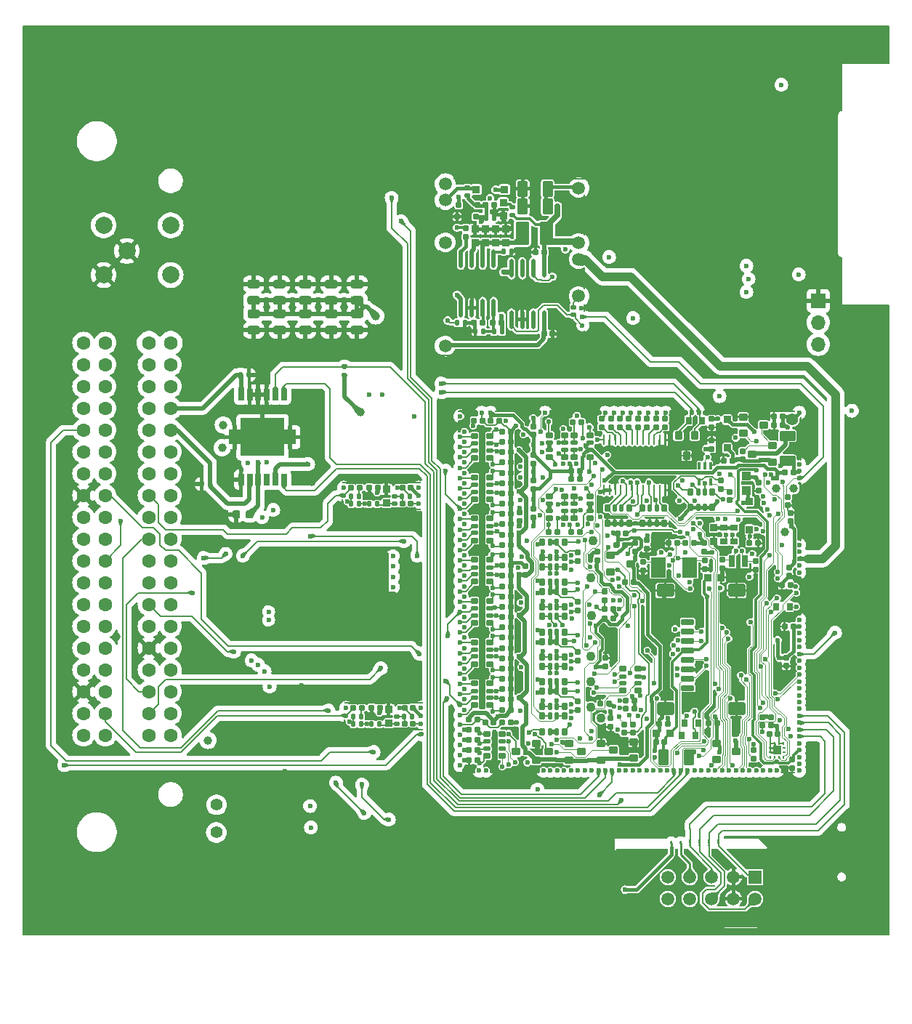
<source format=gbl>
G75*
G70*
%OFA0B0*%
%FSLAX25Y25*%
%IPPOS*%
%LPD*%
%AMOC8*
5,1,8,0,0,1.08239X$1,22.5*
%
%AMM133*
21,1,0.007870,0.287010,-0.000000,-0.000000,0.000000*
21,1,0.000000,0.294880,-0.000000,-0.000000,0.000000*
1,1,0.007870,-0.000000,-0.143500*
1,1,0.007870,-0.000000,-0.143500*
1,1,0.007870,-0.000000,0.143500*
1,1,0.007870,-0.000000,0.143500*
%
%AMM134*
21,1,0.007870,0.078350,-0.000000,-0.000000,315.000000*
21,1,0.000000,0.086220,-0.000000,-0.000000,315.000000*
1,1,0.007870,-0.027700,-0.027700*
1,1,0.007870,-0.027700,-0.027700*
1,1,0.007870,0.027700,0.027700*
1,1,0.007870,0.027700,0.027700*
%
%AMM135*
21,1,0.007870,0.643700,-0.000000,-0.000000,90.000000*
21,1,0.000000,0.651580,-0.000000,-0.000000,90.000000*
1,1,0.007870,0.321850,-0.000000*
1,1,0.007870,0.321850,-0.000000*
1,1,0.007870,-0.321850,-0.000000*
1,1,0.007870,-0.321850,-0.000000*
%
%AMM141*
21,1,0.009840,0.009840,-0.000000,-0.000000,0.000000*
21,1,0.000000,0.019680,-0.000000,-0.000000,0.000000*
1,1,0.009840,-0.000000,-0.004920*
1,1,0.009840,-0.000000,-0.004920*
1,1,0.009840,-0.000000,0.004920*
1,1,0.009840,-0.000000,0.004920*
%
%AMM142*
21,1,0.007870,0.361020,-0.000000,-0.000000,180.000000*
21,1,0.000000,0.368900,-0.000000,-0.000000,180.000000*
1,1,0.007870,-0.000000,0.180510*
1,1,0.007870,-0.000000,0.180510*
1,1,0.007870,-0.000000,-0.180510*
1,1,0.007870,-0.000000,-0.180510*
%
%AMM143*
21,1,0.007870,0.023620,-0.000000,-0.000000,45.000000*
21,1,0.000000,0.031500,-0.000000,-0.000000,45.000000*
1,1,0.007870,0.008350,-0.008350*
1,1,0.007870,0.008350,-0.008350*
1,1,0.007870,-0.008350,0.008350*
1,1,0.007870,-0.008350,0.008350*
%
%AMM2*
21,1,0.035830,0.026770,0.000000,0.000000,0.000000*
21,1,0.029130,0.033470,0.000000,0.000000,0.000000*
1,1,0.006690,0.014570,-0.013390*
1,1,0.006690,-0.014570,-0.013390*
1,1,0.006690,-0.014570,0.013390*
1,1,0.006690,0.014570,0.013390*
%
%AMM253*
21,1,0.035430,0.030320,0.000000,-0.000000,0.000000*
21,1,0.028350,0.037400,0.000000,-0.000000,0.000000*
1,1,0.007090,0.014170,-0.015160*
1,1,0.007090,-0.014170,-0.015160*
1,1,0.007090,-0.014170,0.015160*
1,1,0.007090,0.014170,0.015160*
%
%AMM259*
21,1,0.027560,0.018900,0.000000,-0.000000,90.000000*
21,1,0.022840,0.023620,0.000000,-0.000000,90.000000*
1,1,0.004720,0.009450,0.011420*
1,1,0.004720,0.009450,-0.011420*
1,1,0.004720,-0.009450,-0.011420*
1,1,0.004720,-0.009450,0.011420*
%
%AMM262*
21,1,0.025590,0.026380,0.000000,-0.000000,0.000000*
21,1,0.020470,0.031500,0.000000,-0.000000,0.000000*
1,1,0.005120,0.010240,-0.013190*
1,1,0.005120,-0.010240,-0.013190*
1,1,0.005120,-0.010240,0.013190*
1,1,0.005120,0.010240,0.013190*
%
%AMM263*
21,1,0.017720,0.027950,0.000000,-0.000000,0.000000*
21,1,0.014170,0.031500,0.000000,-0.000000,0.000000*
1,1,0.003540,0.007090,-0.013980*
1,1,0.003540,-0.007090,-0.013980*
1,1,0.003540,-0.007090,0.013980*
1,1,0.003540,0.007090,0.013980*
%
%AMM265*
21,1,0.012600,0.028980,0.000000,-0.000000,0.000000*
21,1,0.010080,0.031500,0.000000,-0.000000,0.000000*
1,1,0.002520,0.005040,-0.014490*
1,1,0.002520,-0.005040,-0.014490*
1,1,0.002520,-0.005040,0.014490*
1,1,0.002520,0.005040,0.014490*
%
%AMM268*
21,1,0.027560,0.018900,0.000000,-0.000000,0.000000*
21,1,0.022840,0.023620,0.000000,-0.000000,0.000000*
1,1,0.004720,0.011420,-0.009450*
1,1,0.004720,-0.011420,-0.009450*
1,1,0.004720,-0.011420,0.009450*
1,1,0.004720,0.011420,0.009450*
%
%AMM27*
21,1,0.070870,0.036220,0.000000,0.000000,90.000000*
21,1,0.061810,0.045280,0.000000,0.000000,90.000000*
1,1,0.009060,0.018110,0.030910*
1,1,0.009060,0.018110,-0.030910*
1,1,0.009060,-0.018110,-0.030910*
1,1,0.009060,-0.018110,0.030910*
%
%AMM285*
21,1,0.033470,0.026770,0.000000,-0.000000,90.000000*
21,1,0.026770,0.033470,0.000000,-0.000000,90.000000*
1,1,0.006690,0.013390,0.013390*
1,1,0.006690,0.013390,-0.013390*
1,1,0.006690,-0.013390,-0.013390*
1,1,0.006690,-0.013390,0.013390*
%
%AMM286*
21,1,0.035430,0.030320,0.000000,-0.000000,90.000000*
21,1,0.028350,0.037400,0.000000,-0.000000,90.000000*
1,1,0.007090,0.015160,0.014170*
1,1,0.007090,0.015160,-0.014170*
1,1,0.007090,-0.015160,-0.014170*
1,1,0.007090,-0.015160,0.014170*
%
%AMM287*
21,1,0.035830,0.026770,0.000000,-0.000000,270.000000*
21,1,0.029130,0.033470,0.000000,-0.000000,270.000000*
1,1,0.006690,-0.013390,-0.014570*
1,1,0.006690,-0.013390,0.014570*
1,1,0.006690,0.013390,0.014570*
1,1,0.006690,0.013390,-0.014570*
%
%AMM288*
21,1,0.070870,0.036220,0.000000,-0.000000,270.000000*
21,1,0.061810,0.045280,0.000000,-0.000000,270.000000*
1,1,0.009060,-0.018110,-0.030910*
1,1,0.009060,-0.018110,0.030910*
1,1,0.009060,0.018110,0.030910*
1,1,0.009060,0.018110,-0.030910*
%
%AMM289*
21,1,0.059060,0.020470,0.000000,-0.000000,0.000000*
21,1,0.053940,0.025590,0.000000,-0.000000,0.000000*
1,1,0.005120,0.026970,-0.010240*
1,1,0.005120,-0.026970,-0.010240*
1,1,0.005120,-0.026970,0.010240*
1,1,0.005120,0.026970,0.010240*
%
%AMM290*
21,1,0.078740,0.045670,0.000000,-0.000000,0.000000*
21,1,0.067320,0.057090,0.000000,-0.000000,0.000000*
1,1,0.011420,0.033660,-0.022840*
1,1,0.011420,-0.033660,-0.022840*
1,1,0.011420,-0.033660,0.022840*
1,1,0.011420,0.033660,0.022840*
%
%AMM291*
21,1,0.025590,0.026380,0.000000,-0.000000,270.000000*
21,1,0.020470,0.031500,0.000000,-0.000000,270.000000*
1,1,0.005120,-0.013190,-0.010240*
1,1,0.005120,-0.013190,0.010240*
1,1,0.005120,0.013190,0.010240*
1,1,0.005120,0.013190,-0.010240*
%
%AMM292*
21,1,0.017720,0.027950,0.000000,-0.000000,270.000000*
21,1,0.014170,0.031500,0.000000,-0.000000,270.000000*
1,1,0.003540,-0.013980,-0.007090*
1,1,0.003540,-0.013980,0.007090*
1,1,0.003540,0.013980,0.007090*
1,1,0.003540,0.013980,-0.007090*
%
%AMM293*
21,1,0.027560,0.030710,0.000000,-0.000000,0.000000*
21,1,0.022050,0.036220,0.000000,-0.000000,0.000000*
1,1,0.005510,0.011020,-0.015350*
1,1,0.005510,-0.011020,-0.015350*
1,1,0.005510,-0.011020,0.015350*
1,1,0.005510,0.011020,0.015350*
%
%AMM294*
21,1,0.027560,0.049610,0.000000,-0.000000,180.000000*
21,1,0.022050,0.055120,0.000000,-0.000000,180.000000*
1,1,0.005510,-0.011020,0.024800*
1,1,0.005510,0.011020,0.024800*
1,1,0.005510,0.011020,-0.024800*
1,1,0.005510,-0.011020,-0.024800*
%
%AMM295*
21,1,0.027560,0.030710,0.000000,-0.000000,270.000000*
21,1,0.022050,0.036220,0.000000,-0.000000,270.000000*
1,1,0.005510,-0.015350,-0.011020*
1,1,0.005510,-0.015350,0.011020*
1,1,0.005510,0.015350,0.011020*
1,1,0.005510,0.015350,-0.011020*
%
%AMM296*
21,1,0.070870,0.036220,0.000000,-0.000000,0.000000*
21,1,0.061810,0.045280,0.000000,-0.000000,0.000000*
1,1,0.009060,0.030910,-0.018110*
1,1,0.009060,-0.030910,-0.018110*
1,1,0.009060,-0.030910,0.018110*
1,1,0.009060,0.030910,0.018110*
%
%AMM297*
21,1,0.033470,0.026770,0.000000,-0.000000,180.000000*
21,1,0.026770,0.033470,0.000000,-0.000000,180.000000*
1,1,0.006690,-0.013390,0.013390*
1,1,0.006690,0.013390,0.013390*
1,1,0.006690,0.013390,-0.013390*
1,1,0.006690,-0.013390,-0.013390*
%
%AMM30*
21,1,0.023620,0.018900,0.000000,0.000000,90.000000*
21,1,0.018900,0.023620,0.000000,0.000000,90.000000*
1,1,0.004720,0.009450,0.009450*
1,1,0.004720,0.009450,-0.009450*
1,1,0.004720,-0.009450,-0.009450*
1,1,0.004720,-0.009450,0.009450*
%
%AMM31*
21,1,0.019680,0.019680,0.000000,0.000000,0.000000*
21,1,0.015750,0.023620,0.000000,0.000000,0.000000*
1,1,0.003940,0.007870,-0.009840*
1,1,0.003940,-0.007870,-0.009840*
1,1,0.003940,-0.007870,0.009840*
1,1,0.003940,0.007870,0.009840*
%
%AMM32*
21,1,0.019680,0.019680,0.000000,0.000000,270.000000*
21,1,0.015750,0.023620,0.000000,0.000000,270.000000*
1,1,0.003940,-0.009840,-0.007870*
1,1,0.003940,-0.009840,0.007870*
1,1,0.003940,0.009840,0.007870*
1,1,0.003940,0.009840,-0.007870*
%
%AMM45*
21,1,0.106300,0.050390,0.000000,0.000000,90.000000*
21,1,0.093700,0.062990,0.000000,0.000000,90.000000*
1,1,0.012600,0.025200,0.046850*
1,1,0.012600,0.025200,-0.046850*
1,1,0.012600,-0.025200,-0.046850*
1,1,0.012600,-0.025200,0.046850*
%
%AMM46*
21,1,0.023620,0.018900,0.000000,0.000000,180.000000*
21,1,0.018900,0.023620,0.000000,0.000000,180.000000*
1,1,0.004720,-0.009450,0.009450*
1,1,0.004720,0.009450,0.009450*
1,1,0.004720,0.009450,-0.009450*
1,1,0.004720,-0.009450,-0.009450*
%
%AMM47*
21,1,0.122050,0.075590,0.000000,0.000000,180.000000*
21,1,0.103150,0.094490,0.000000,0.000000,180.000000*
1,1,0.018900,-0.051580,0.037800*
1,1,0.018900,0.051580,0.037800*
1,1,0.018900,0.051580,-0.037800*
1,1,0.018900,-0.051580,-0.037800*
%
%AMM48*
21,1,0.118110,0.083460,0.000000,0.000000,0.000000*
21,1,0.097240,0.104330,0.000000,0.000000,0.000000*
1,1,0.020870,0.048620,-0.041730*
1,1,0.020870,-0.048620,-0.041730*
1,1,0.020870,-0.048620,0.041730*
1,1,0.020870,0.048620,0.041730*
%
%AMM5*
21,1,0.033470,0.026770,0.000000,0.000000,270.000000*
21,1,0.026770,0.033470,0.000000,0.000000,270.000000*
1,1,0.006690,-0.013390,-0.013390*
1,1,0.006690,-0.013390,0.013390*
1,1,0.006690,0.013390,0.013390*
1,1,0.006690,0.013390,-0.013390*
%
%ADD10C,0.00787*%
%ADD101C,0.01968*%
%ADD11C,0.01181*%
%ADD113M27*%
%ADD116M30*%
%ADD117M31*%
%ADD118M32*%
%ADD119O,0.00787X0.40158*%
%ADD12C,0.02362*%
%ADD120C,0.03150*%
%ADD13O,0.00787X0.04823*%
%ADD134M45*%
%ADD135M46*%
%ADD136O,0.01968X0.08661*%
%ADD137M47*%
%ADD138M48*%
%ADD14O,0.36614X0.00787*%
%ADD15C,0.03937*%
%ADD16R,0.00984X0.24350*%
%ADD17R,0.00984X0.04390*%
%ADD179C,0.00492*%
%ADD18R,0.56201X0.00984*%
%ADD180C,0.03900*%
%ADD181C,0.04331*%
%ADD19R,0.59449X0.00984*%
%ADD20R,0.00984X0.20374*%
%ADD215R,0.01968X0.01968*%
%ADD22C,0.07874*%
%ADD222R,0.00984X0.01378*%
%ADD223R,0.01378X0.00984*%
%ADD25C,0.05906*%
%ADD26O,0.00787X0.12992*%
%ADD27O,0.00787X0.40157*%
%ADD277M133*%
%ADD278M134*%
%ADD279M135*%
%ADD28O,0.00787X0.01181*%
%ADD285M141*%
%ADD286M142*%
%ADD287M143*%
%ADD29O,0.66929X0.00787*%
%ADD30O,0.60630X0.00787*%
%ADD31O,0.00787X0.18898*%
%ADD32O,0.00787X0.10236*%
%ADD324R,0.04331X0.03937*%
%ADD328R,0.06693X0.09449*%
%ADD33O,0.00787X0.03937*%
%ADD334O,0.00984X0.04961*%
%ADD335R,0.01176X0.01968*%
%ADD34O,0.00787X0.05906*%
%ADD35R,0.09055X0.00787*%
%ADD36R,0.42126X0.00787*%
%ADD37R,0.08268X0.00787*%
%ADD38R,0.23622X0.00787*%
%ADD39R,0.21260X0.00787*%
%ADD40R,0.00787X0.05512*%
%ADD406M253*%
%ADD41R,0.00787X0.19685*%
%ADD412M259*%
%ADD415M262*%
%ADD416M263*%
%ADD418M265*%
%ADD42R,0.00787X0.26772*%
%ADD421M268*%
%ADD43R,0.00787X0.17717*%
%ADD438M285*%
%ADD439M286*%
%ADD44R,0.06299X0.00787*%
%ADD440M287*%
%ADD441M288*%
%ADD442M289*%
%ADD443M290*%
%ADD444M291*%
%ADD445M292*%
%ADD446M293*%
%ADD447M294*%
%ADD448M295*%
%ADD449M296*%
%ADD45R,0.22441X0.00787*%
%ADD450M297*%
%ADD46R,0.07874X0.00787*%
%ADD47R,0.06693X0.06693*%
%ADD48O,0.06693X0.06693*%
%ADD49C,0.06299*%
%ADD57C,0.05512*%
%ADD59C,0.01969*%
%ADD60C,0.01575*%
%ADD65C,0.02756*%
%ADD73R,0.02559X0.05315*%
%ADD74R,0.20079X0.17323*%
%ADD75R,0.05315X0.07087*%
%ADD78C,0.00984*%
%ADD81M2*%
%ADD84M5*%
%ADD91R,0.05906X0.05906*%
X0000000Y0000000D02*
%LPD*%
G01*
D12*
X0183618Y0207232D03*
D13*
X0148579Y0199457D03*
D14*
X0166492Y0209594D03*
X0166492Y0197390D03*
D12*
X0183618Y0203492D03*
X0183618Y0199752D03*
X0149366Y0203689D03*
X0149366Y0207232D03*
X0171839Y0166366D03*
X0171839Y0161642D03*
X0171839Y0171091D03*
X0171839Y0175815D03*
D16*
X0114161Y0165313D03*
D17*
X0114161Y0141494D03*
D18*
X0141770Y0176996D03*
D19*
X0143394Y0139791D03*
D20*
X0172626Y0149486D03*
D12*
X0115047Y0150382D03*
X0115047Y0146445D03*
G36*
G01*
X0344384Y0010666D02*
X0344384Y0039367D01*
G75*
G02*
X0344778Y0039760I0000394J0000000D01*
G01*
X0344778Y0039760D01*
G75*
G02*
X0345172Y0039367I0000000J-000394D01*
G01*
X0345172Y0010666D01*
G75*
G02*
X0344778Y0010272I-000394J0000000D01*
G01*
X0344778Y0010272D01*
G75*
G02*
X0344384Y0010666I0000000J0000394D01*
G01*
G37*
G36*
G01*
X0344457Y0039141D02*
X0342786Y0040811D01*
G75*
G02*
X0342786Y0041368I0000278J0000278D01*
G01*
X0342786Y0041368D01*
G75*
G02*
X0343343Y0041368I0000278J-000278D01*
G01*
X0345014Y0039698D01*
G75*
G02*
X0345014Y0039141I-000278J-000278D01*
G01*
X0345014Y0039141D01*
G75*
G02*
X0344457Y0039141I-000278J0000278D01*
G01*
G37*
G36*
G01*
X0338932Y0005287D02*
X0344472Y0010827D01*
G75*
G02*
X0345029Y0010827I0000278J-000278D01*
G01*
X0345029Y0010827D01*
G75*
G02*
X0345029Y0010270I-000278J-000278D01*
G01*
X0339489Y0004730D01*
G75*
G02*
X0338932Y0004730I-000278J0000278D01*
G01*
X0338932Y0004730D01*
G75*
G02*
X0338932Y0005287I0000278J0000278D01*
G01*
G37*
G36*
G01*
X0339185Y0004606D02*
X0274815Y0004606D01*
G75*
G02*
X0274421Y0005000I0000000J0000394D01*
G01*
X0274421Y0005000D01*
G75*
G02*
X0274815Y0005394I0000394J0000000D01*
G01*
X0339185Y0005394D01*
G75*
G02*
X0339579Y0005000I0000000J-000394D01*
G01*
X0339579Y0005000D01*
G75*
G02*
X0339185Y0004606I-000394J0000000D01*
G01*
G37*
G36*
G01*
X0275122Y0041141D02*
X0275122Y0005039D01*
G75*
G02*
X0274729Y0004645I-000394J0000000D01*
G01*
X0274729Y0004645D01*
G75*
G02*
X0274335Y0005039I0000000J0000394D01*
G01*
X0274335Y0041141D01*
G75*
G02*
X0274729Y0041535I0000394J0000000D01*
G01*
X0274729Y0041535D01*
G75*
G02*
X0275122Y0041141I0000000J-000394D01*
G01*
G37*
G36*
G01*
X0299010Y0043904D02*
X0299010Y0044888D01*
G75*
G02*
X0299502Y0045380I0000492J0000000D01*
G01*
X0299502Y0045380D01*
G75*
G02*
X0299994Y0044888I0000000J-000492D01*
G01*
X0299994Y0043904D01*
G75*
G02*
X0299502Y0043412I-000492J0000000D01*
G01*
X0299502Y0043412D01*
G75*
G02*
X0299010Y0043904I0000000J0000492D01*
G01*
G37*
G36*
G01*
X0303341Y0043904D02*
X0303341Y0044888D01*
G75*
G02*
X0303833Y0045380I0000492J0000000D01*
G01*
X0303833Y0045380D01*
G75*
G02*
X0304325Y0044888I0000000J-000492D01*
G01*
X0304325Y0043904D01*
G75*
G02*
X0303833Y0043412I-000492J0000000D01*
G01*
X0303833Y0043412D01*
G75*
G02*
X0303341Y0043904I0000000J0000492D01*
G01*
G37*
G36*
G01*
X0307671Y0043904D02*
X0307671Y0044888D01*
G75*
G02*
X0308164Y0045380I0000492J0000000D01*
G01*
X0308164Y0045380D01*
G75*
G02*
X0308656Y0044888I0000000J-000492D01*
G01*
X0308656Y0043904D01*
G75*
G02*
X0308164Y0043412I-000492J0000000D01*
G01*
X0308164Y0043412D01*
G75*
G02*
X0307671Y0043904I0000000J0000492D01*
G01*
G37*
G36*
G01*
X0312002Y0043904D02*
X0312002Y0044888D01*
G75*
G02*
X0312494Y0045380I0000492J0000000D01*
G01*
X0312494Y0045380D01*
G75*
G02*
X0312986Y0044888I0000000J-000492D01*
G01*
X0312986Y0043904D01*
G75*
G02*
X0312494Y0043412I-000492J0000000D01*
G01*
X0312494Y0043412D01*
G75*
G02*
X0312002Y0043904I0000000J0000492D01*
G01*
G37*
G36*
G01*
X0316333Y0043904D02*
X0316333Y0044888D01*
G75*
G02*
X0316825Y0045380I0000492J0000000D01*
G01*
X0316825Y0045380D01*
G75*
G02*
X0317317Y0044888I0000000J-000492D01*
G01*
X0317317Y0043904D01*
G75*
G02*
X0316825Y0043412I-000492J0000000D01*
G01*
X0316825Y0043412D01*
G75*
G02*
X0316333Y0043904I0000000J0000492D01*
G01*
G37*
G36*
G01*
X0320664Y0043904D02*
X0320664Y0044888D01*
G75*
G02*
X0321156Y0045380I0000492J0000000D01*
G01*
X0321156Y0045380D01*
G75*
G02*
X0321648Y0044888I0000000J-000492D01*
G01*
X0321648Y0043904D01*
G75*
G02*
X0321156Y0043412I-000492J0000000D01*
G01*
X0321156Y0043412D01*
G75*
G02*
X0320664Y0043904I0000000J0000492D01*
G01*
G37*
D25*
X0257000Y0344713D03*
X0257000Y0319516D03*
X0257000Y0312035D03*
X0257000Y0295106D03*
D12*
X0258772Y0285657D03*
X0258772Y0281720D03*
D26*
X0193417Y0329555D03*
D27*
X0193417Y0296091D03*
D28*
X0193417Y0268138D03*
D29*
X0226488Y0267941D03*
D30*
X0229638Y0349043D03*
D25*
X0257000Y0270500D03*
D28*
X0259559Y0348846D03*
D31*
X0259559Y0332311D03*
D32*
X0259559Y0303374D03*
D33*
X0259559Y0289594D03*
D34*
X0259559Y0276602D03*
D25*
X0195976Y0346484D03*
X0195976Y0339201D03*
X0195976Y0319713D03*
X0195976Y0272272D03*
D12*
X0348012Y0077421D03*
X0344862Y0077421D03*
X0341713Y0077421D03*
X0338563Y0077421D03*
X0335413Y0077421D03*
X0332264Y0077421D03*
X0329114Y0077421D03*
X0325965Y0077421D03*
X0322815Y0077421D03*
X0319665Y0077421D03*
X0316516Y0077421D03*
X0313366Y0077421D03*
X0310217Y0077421D03*
X0307067Y0077421D03*
X0303917Y0077421D03*
X0300768Y0077421D03*
X0297618Y0077421D03*
X0294468Y0077421D03*
X0291319Y0077421D03*
X0288169Y0077421D03*
X0285020Y0077421D03*
X0281870Y0077421D03*
X0278720Y0077421D03*
X0275571Y0077421D03*
X0272421Y0077421D03*
X0269272Y0077421D03*
X0266122Y0077421D03*
X0262972Y0077421D03*
X0259823Y0077421D03*
X0256673Y0077421D03*
X0253524Y0077421D03*
X0250374Y0077421D03*
X0247224Y0077421D03*
X0244075Y0077421D03*
X0240925Y0077421D03*
X0214547Y0077421D03*
X0211398Y0077421D03*
D35*
X0206083Y0242382D03*
D36*
X0335217Y0242382D03*
D37*
X0302933Y0242382D03*
D38*
X0255492Y0242382D03*
D39*
X0229114Y0242382D03*
D40*
X0201949Y0235295D03*
D41*
X0359035Y0229783D03*
D42*
X0359035Y0196319D03*
D43*
X0359035Y0157539D03*
D44*
X0353130Y0076634D03*
D45*
X0227736Y0076634D03*
D46*
X0205492Y0076634D03*
D12*
X0358248Y0077421D03*
X0358248Y0080571D03*
X0358248Y0083720D03*
X0358248Y0086870D03*
X0358248Y0090020D03*
X0358248Y0093169D03*
X0358248Y0096319D03*
X0358248Y0099468D03*
X0358248Y0102618D03*
X0358248Y0105768D03*
X0358248Y0108917D03*
X0358248Y0112067D03*
X0358248Y0115217D03*
X0358248Y0118366D03*
X0358248Y0121516D03*
X0358248Y0124665D03*
X0358248Y0127815D03*
X0358248Y0130965D03*
X0358248Y0134114D03*
X0358248Y0137264D03*
X0358248Y0140413D03*
X0358248Y0143563D03*
X0358248Y0146713D03*
X0358248Y0168366D03*
X0358248Y0171516D03*
X0358248Y0174665D03*
X0358248Y0177815D03*
X0358248Y0180965D03*
X0358248Y0211673D03*
X0358248Y0214823D03*
X0358248Y0217972D03*
X0358248Y0241594D03*
X0202736Y0079783D03*
X0202736Y0084508D03*
X0202736Y0089232D03*
X0202736Y0093957D03*
X0202736Y0098681D03*
X0202736Y0103012D03*
X0202736Y0107736D03*
X0202736Y0112461D03*
X0202736Y0117185D03*
X0202736Y0121909D03*
X0202736Y0126634D03*
X0202736Y0131358D03*
X0202736Y0136083D03*
X0202736Y0140807D03*
X0202736Y0145531D03*
X0202736Y0150256D03*
X0202736Y0154980D03*
X0202736Y0159705D03*
X0202736Y0164429D03*
X0202736Y0169154D03*
X0202736Y0173878D03*
X0202736Y0178602D03*
X0202736Y0183327D03*
X0202736Y0188051D03*
X0202736Y0192776D03*
X0202736Y0197500D03*
X0202736Y0202224D03*
X0202736Y0206949D03*
X0202736Y0211673D03*
X0202736Y0216398D03*
X0202736Y0221122D03*
X0202736Y0225846D03*
X0202736Y0230571D03*
X0202736Y0240020D03*
X0212579Y0241594D03*
X0216516Y0241594D03*
X0241713Y0241594D03*
X0269272Y0241594D03*
X0273209Y0241594D03*
X0277146Y0241594D03*
X0281083Y0241594D03*
X0285020Y0241594D03*
X0288957Y0241594D03*
X0292894Y0241594D03*
X0296831Y0241594D03*
X0309035Y0241594D03*
X0312185Y0241594D03*
D47*
X0367000Y0293000D03*
D48*
X0367000Y0283000D03*
X0367000Y0273000D03*
D22*
X0039173Y0327638D03*
X0039173Y0304764D03*
X0049803Y0315827D03*
X0069882Y0327638D03*
X0069882Y0304764D03*
D49*
X0069882Y0093661D03*
X0069882Y0103661D03*
X0069882Y0113661D03*
X0069882Y0123661D03*
X0069882Y0133661D03*
X0069882Y0143661D03*
X0069882Y0153661D03*
X0069882Y0163661D03*
X0069882Y0173661D03*
X0069882Y0183661D03*
X0069882Y0193661D03*
X0069882Y0203661D03*
X0069882Y0213661D03*
X0069882Y0223661D03*
X0069882Y0233661D03*
X0069882Y0243661D03*
X0069882Y0253661D03*
X0069882Y0263661D03*
X0069882Y0273661D03*
X0059882Y0093661D03*
X0059882Y0103661D03*
X0059882Y0113661D03*
X0059882Y0123661D03*
X0059882Y0133661D03*
X0059882Y0143661D03*
X0059882Y0153661D03*
X0059882Y0163661D03*
X0059882Y0173661D03*
X0059882Y0183661D03*
X0059882Y0193661D03*
X0059882Y0203661D03*
X0059882Y0213661D03*
X0059882Y0223661D03*
X0059882Y0233661D03*
X0059882Y0243661D03*
X0059882Y0253661D03*
X0059882Y0263661D03*
X0059882Y0273661D03*
X0039882Y0093661D03*
X0039882Y0103661D03*
X0039882Y0113661D03*
X0039882Y0123661D03*
X0039882Y0133661D03*
X0039882Y0143661D03*
X0039882Y0153661D03*
X0039882Y0163661D03*
X0039882Y0173661D03*
X0039882Y0183661D03*
X0039882Y0193661D03*
X0039882Y0203661D03*
X0039882Y0213661D03*
X0039882Y0223661D03*
X0039882Y0233661D03*
X0039882Y0243661D03*
X0039882Y0253661D03*
X0039882Y0263661D03*
X0039882Y0273661D03*
X0029882Y0093661D03*
X0029882Y0103661D03*
X0029882Y0113661D03*
X0029882Y0123661D03*
X0029882Y0133661D03*
X0029882Y0143661D03*
X0029882Y0153661D03*
X0029882Y0163661D03*
X0029882Y0173661D03*
X0029882Y0183661D03*
X0029882Y0193661D03*
X0029882Y0203661D03*
X0029882Y0213661D03*
X0029882Y0223661D03*
X0029882Y0233661D03*
X0029882Y0243661D03*
X0029882Y0253661D03*
X0029882Y0263661D03*
X0029882Y0273661D03*
D12*
X0184618Y0106232D03*
D13*
X0149579Y0098457D03*
D14*
X0167492Y0108594D03*
X0167492Y0096390D03*
D12*
X0184618Y0102492D03*
X0184618Y0098752D03*
X0150366Y0102689D03*
X0150366Y0106232D03*
G36*
G01*
X0157264Y0277559D02*
X0153524Y0277559D01*
G75*
G02*
X0152539Y0278543I0000000J0000984D01*
G01*
X0152539Y0280512D01*
G75*
G02*
X0153524Y0281496I0000984J0000000D01*
G01*
X0157264Y0281496D01*
G75*
G02*
X0158248Y0280512I0000000J-000984D01*
G01*
X0158248Y0278543D01*
G75*
G02*
X0157264Y0277559I-000984J0000000D01*
G01*
G37*
G36*
G01*
X0157264Y0285039D02*
X0153524Y0285039D01*
G75*
G02*
X0152539Y0286024I0000000J0000984D01*
G01*
X0152539Y0287992D01*
G75*
G02*
X0153524Y0288976I0000984J0000000D01*
G01*
X0157264Y0288976D01*
G75*
G02*
X0158248Y0287992I0000000J-000984D01*
G01*
X0158248Y0286024D01*
G75*
G02*
X0157264Y0285039I-000984J0000000D01*
G01*
G37*
G36*
G01*
X0109862Y0277559D02*
X0106122Y0277559D01*
G75*
G02*
X0105138Y0278543I0000000J0000984D01*
G01*
X0105138Y0280512D01*
G75*
G02*
X0106122Y0281496I0000984J0000000D01*
G01*
X0109862Y0281496D01*
G75*
G02*
X0110846Y0280512I0000000J-000984D01*
G01*
X0110846Y0278543D01*
G75*
G02*
X0109862Y0277559I-000984J0000000D01*
G01*
G37*
G36*
G01*
X0109862Y0285039D02*
X0106122Y0285039D01*
G75*
G02*
X0105138Y0286024I0000000J0000984D01*
G01*
X0105138Y0287992D01*
G75*
G02*
X0106122Y0288976I0000984J0000000D01*
G01*
X0109862Y0288976D01*
G75*
G02*
X0110846Y0287992I0000000J-000984D01*
G01*
X0110846Y0286024D01*
G75*
G02*
X0109862Y0285039I-000984J0000000D01*
G01*
G37*
G36*
G01*
X0129783Y0302559D02*
X0133524Y0302559D01*
G75*
G02*
X0134508Y0301575I0000000J-000984D01*
G01*
X0134508Y0299606D01*
G75*
G02*
X0133524Y0298622I-000984J0000000D01*
G01*
X0129783Y0298622D01*
G75*
G02*
X0128799Y0299606I0000000J0000984D01*
G01*
X0128799Y0301575D01*
G75*
G02*
X0129783Y0302559I0000984J0000000D01*
G01*
G37*
G36*
G01*
X0129783Y0295079D02*
X0133524Y0295079D01*
G75*
G02*
X0134508Y0294094I0000000J-000984D01*
G01*
X0134508Y0292126D01*
G75*
G02*
X0133524Y0291142I-000984J0000000D01*
G01*
X0129783Y0291142D01*
G75*
G02*
X0128799Y0292126I0000000J0000984D01*
G01*
X0128799Y0294094D01*
G75*
G02*
X0129783Y0295079I0000984J0000000D01*
G01*
G37*
G36*
G01*
X0088992Y0209669D02*
X0088992Y0208331D01*
G75*
G02*
X0088441Y0207780I-000551J0000000D01*
G01*
X0087339Y0207780D01*
G75*
G02*
X0086787Y0208331I0000000J0000551D01*
G01*
X0086787Y0209669D01*
G75*
G02*
X0087339Y0210220I0000551J0000000D01*
G01*
X0088441Y0210220D01*
G75*
G02*
X0088992Y0209669I0000000J-000551D01*
G01*
G37*
G36*
G01*
X0085213Y0209669D02*
X0085213Y0208331D01*
G75*
G02*
X0084661Y0207780I-000551J0000000D01*
G01*
X0083559Y0207780D01*
G75*
G02*
X0083008Y0208331I0000000J0000551D01*
G01*
X0083008Y0209669D01*
G75*
G02*
X0083559Y0210220I0000551J0000000D01*
G01*
X0084661Y0210220D01*
G75*
G02*
X0085213Y0209669I0000000J-000551D01*
G01*
G37*
G36*
G01*
X0153484Y0302559D02*
X0157224Y0302559D01*
G75*
G02*
X0158209Y0301575I0000000J-000984D01*
G01*
X0158209Y0299606D01*
G75*
G02*
X0157224Y0298622I-000984J0000000D01*
G01*
X0153484Y0298622D01*
G75*
G02*
X0152500Y0299606I0000000J0000984D01*
G01*
X0152500Y0301575D01*
G75*
G02*
X0153484Y0302559I0000984J0000000D01*
G01*
G37*
G36*
G01*
X0153484Y0295079D02*
X0157224Y0295079D01*
G75*
G02*
X0158209Y0294094I0000000J-000984D01*
G01*
X0158209Y0292126D01*
G75*
G02*
X0157224Y0291142I-000984J0000000D01*
G01*
X0153484Y0291142D01*
G75*
G02*
X0152500Y0292126I0000000J0000984D01*
G01*
X0152500Y0294094D01*
G75*
G02*
X0153484Y0295079I0000984J0000000D01*
G01*
G37*
D73*
X0121874Y0210827D03*
X0117937Y0210827D03*
X0114000Y0210827D03*
X0110063Y0210827D03*
X0106126Y0210827D03*
X0102189Y0210827D03*
X0102189Y0250000D03*
X0106126Y0250000D03*
X0110063Y0250000D03*
X0114000Y0250000D03*
X0117937Y0250000D03*
X0121874Y0250000D03*
D74*
X0112031Y0230413D03*
D75*
X0124728Y0230413D03*
X0099335Y0230413D03*
G36*
G01*
X0098228Y0194016D02*
X0098228Y0195984D01*
G75*
G02*
X0099114Y0196870I0000886J0000000D01*
G01*
X0100886Y0196870D01*
G75*
G02*
X0101772Y0195984I0000000J-000886D01*
G01*
X0101772Y0194016D01*
G75*
G02*
X0100886Y0193130I-000886J0000000D01*
G01*
X0099114Y0193130D01*
G75*
G02*
X0098228Y0194016I0000000J0000886D01*
G01*
G37*
G36*
G01*
X0104331Y0194016D02*
X0104331Y0195984D01*
G75*
G02*
X0105217Y0196870I0000886J0000000D01*
G01*
X0106988Y0196870D01*
G75*
G02*
X0107874Y0195984I0000000J-000886D01*
G01*
X0107874Y0194016D01*
G75*
G02*
X0106988Y0193130I-000886J0000000D01*
G01*
X0105217Y0193130D01*
G75*
G02*
X0104331Y0194016I0000000J0000886D01*
G01*
G37*
G36*
G01*
X0106882Y0259669D02*
X0106882Y0258331D01*
G75*
G02*
X0106331Y0257780I-000551J0000000D01*
G01*
X0105228Y0257780D01*
G75*
G02*
X0104677Y0258331I0000000J0000551D01*
G01*
X0104677Y0259669D01*
G75*
G02*
X0105228Y0260220I0000551J0000000D01*
G01*
X0106331Y0260220D01*
G75*
G02*
X0106882Y0259669I0000000J-000551D01*
G01*
G37*
G36*
G01*
X0103102Y0259669D02*
X0103102Y0258331D01*
G75*
G02*
X0102551Y0257780I-000551J0000000D01*
G01*
X0101449Y0257780D01*
G75*
G02*
X0100898Y0258331I0000000J0000551D01*
G01*
X0100898Y0259669D01*
G75*
G02*
X0101449Y0260220I0000551J0000000D01*
G01*
X0102551Y0260220D01*
G75*
G02*
X0103102Y0259669I0000000J-000551D01*
G01*
G37*
G36*
G01*
X0117933Y0302559D02*
X0121673Y0302559D01*
G75*
G02*
X0122657Y0301575I0000000J-000984D01*
G01*
X0122657Y0299606D01*
G75*
G02*
X0121673Y0298622I-000984J0000000D01*
G01*
X0117933Y0298622D01*
G75*
G02*
X0116949Y0299606I0000000J0000984D01*
G01*
X0116949Y0301575D01*
G75*
G02*
X0117933Y0302559I0000984J0000000D01*
G01*
G37*
G36*
G01*
X0117933Y0295079D02*
X0121673Y0295079D01*
G75*
G02*
X0122657Y0294094I0000000J-000984D01*
G01*
X0122657Y0292126D01*
G75*
G02*
X0121673Y0291142I-000984J0000000D01*
G01*
X0117933Y0291142D01*
G75*
G02*
X0116949Y0292126I0000000J0000984D01*
G01*
X0116949Y0294094D01*
G75*
G02*
X0117933Y0295079I0000984J0000000D01*
G01*
G37*
G36*
G01*
X0141634Y0302559D02*
X0145374Y0302559D01*
G75*
G02*
X0146358Y0301575I0000000J-000984D01*
G01*
X0146358Y0299606D01*
G75*
G02*
X0145374Y0298622I-000984J0000000D01*
G01*
X0141634Y0298622D01*
G75*
G02*
X0140650Y0299606I0000000J0000984D01*
G01*
X0140650Y0301575D01*
G75*
G02*
X0141634Y0302559I0000984J0000000D01*
G01*
G37*
G36*
G01*
X0141634Y0295079D02*
X0145374Y0295079D01*
G75*
G02*
X0146358Y0294094I0000000J-000984D01*
G01*
X0146358Y0292126D01*
G75*
G02*
X0145374Y0291142I-000984J0000000D01*
G01*
X0141634Y0291142D01*
G75*
G02*
X0140650Y0292126I0000000J0000984D01*
G01*
X0140650Y0294094D01*
G75*
G02*
X0141634Y0295079I0000984J0000000D01*
G01*
G37*
G36*
G01*
X0121713Y0277559D02*
X0117972Y0277559D01*
G75*
G02*
X0116988Y0278543I0000000J0000984D01*
G01*
X0116988Y0280512D01*
G75*
G02*
X0117972Y0281496I0000984J0000000D01*
G01*
X0121713Y0281496D01*
G75*
G02*
X0122697Y0280512I0000000J-000984D01*
G01*
X0122697Y0278543D01*
G75*
G02*
X0121713Y0277559I-000984J0000000D01*
G01*
G37*
G36*
G01*
X0121713Y0285039D02*
X0117972Y0285039D01*
G75*
G02*
X0116988Y0286024I0000000J0000984D01*
G01*
X0116988Y0287992D01*
G75*
G02*
X0117972Y0288976I0000984J0000000D01*
G01*
X0121713Y0288976D01*
G75*
G02*
X0122697Y0287992I0000000J-000984D01*
G01*
X0122697Y0286024D01*
G75*
G02*
X0121713Y0285039I-000984J0000000D01*
G01*
G37*
G36*
G01*
X0106083Y0302559D02*
X0109823Y0302559D01*
G75*
G02*
X0110807Y0301575I0000000J-000984D01*
G01*
X0110807Y0299606D01*
G75*
G02*
X0109823Y0298622I-000984J0000000D01*
G01*
X0106083Y0298622D01*
G75*
G02*
X0105098Y0299606I0000000J0000984D01*
G01*
X0105098Y0301575D01*
G75*
G02*
X0106083Y0302559I0000984J0000000D01*
G01*
G37*
G36*
G01*
X0106083Y0295079D02*
X0109823Y0295079D01*
G75*
G02*
X0110807Y0294094I0000000J-000984D01*
G01*
X0110807Y0292126D01*
G75*
G02*
X0109823Y0291142I-000984J0000000D01*
G01*
X0106083Y0291142D01*
G75*
G02*
X0105098Y0292126I0000000J0000984D01*
G01*
X0105098Y0294094D01*
G75*
G02*
X0106083Y0295079I0000984J0000000D01*
G01*
G37*
G36*
G01*
X0133563Y0277559D02*
X0129823Y0277559D01*
G75*
G02*
X0128839Y0278543I0000000J0000984D01*
G01*
X0128839Y0280512D01*
G75*
G02*
X0129823Y0281496I0000984J0000000D01*
G01*
X0133563Y0281496D01*
G75*
G02*
X0134547Y0280512I0000000J-000984D01*
G01*
X0134547Y0278543D01*
G75*
G02*
X0133563Y0277559I-000984J0000000D01*
G01*
G37*
G36*
G01*
X0133563Y0285039D02*
X0129823Y0285039D01*
G75*
G02*
X0128839Y0286024I0000000J0000984D01*
G01*
X0128839Y0287992D01*
G75*
G02*
X0129823Y0288976I0000984J0000000D01*
G01*
X0133563Y0288976D01*
G75*
G02*
X0134547Y0287992I0000000J-000984D01*
G01*
X0134547Y0286024D01*
G75*
G02*
X0133563Y0285039I-000984J0000000D01*
G01*
G37*
G36*
G01*
X0145413Y0277559D02*
X0141673Y0277559D01*
G75*
G02*
X0140689Y0278543I0000000J0000984D01*
G01*
X0140689Y0280512D01*
G75*
G02*
X0141673Y0281496I0000984J0000000D01*
G01*
X0145413Y0281496D01*
G75*
G02*
X0146398Y0280512I0000000J-000984D01*
G01*
X0146398Y0278543D01*
G75*
G02*
X0145413Y0277559I-000984J0000000D01*
G01*
G37*
G36*
G01*
X0145413Y0285039D02*
X0141673Y0285039D01*
G75*
G02*
X0140689Y0286024I0000000J0000984D01*
G01*
X0140689Y0287992D01*
G75*
G02*
X0141673Y0288976I0000984J0000000D01*
G01*
X0145413Y0288976D01*
G75*
G02*
X0146398Y0287992I0000000J-000984D01*
G01*
X0146398Y0286024D01*
G75*
G02*
X0145413Y0285039I-000984J0000000D01*
G01*
G37*
G36*
G01*
X0148878Y0263858D02*
X0150335Y0263858D01*
G75*
G02*
X0150866Y0263327I0000000J-000531D01*
G01*
X0150866Y0262264D01*
G75*
G02*
X0150335Y0261732I-000531J0000000D01*
G01*
X0148878Y0261732D01*
G75*
G02*
X0148346Y0262264I0000000J0000531D01*
G01*
X0148346Y0263327D01*
G75*
G02*
X0148878Y0263858I0000531J0000000D01*
G01*
G37*
G36*
G01*
X0148878Y0259843D02*
X0150335Y0259843D01*
G75*
G02*
X0150866Y0259311I0000000J-000531D01*
G01*
X0150866Y0258248D01*
G75*
G02*
X0150335Y0257717I-000531J0000000D01*
G01*
X0148878Y0257717D01*
G75*
G02*
X0148346Y0258248I0000000J0000531D01*
G01*
X0148346Y0259311D01*
G75*
G02*
X0148878Y0259843I0000531J0000000D01*
G01*
G37*
D12*
X0196000Y0215000D03*
X0080000Y0159000D03*
X0176969Y0182677D03*
X0103000Y0176000D03*
X0238189Y0068780D03*
X0134000Y0185000D03*
X0183000Y0176000D03*
X0184000Y0131000D03*
X0047000Y0192000D03*
D15*
X0370472Y0383071D03*
X0134646Y0210039D03*
X0020276Y0118898D03*
D12*
X0140945Y0113189D03*
X0301575Y0244882D03*
X0112205Y0157480D03*
X0261811Y0289764D03*
X0197441Y0161811D03*
D15*
X0149606Y0335630D03*
D12*
X0136561Y0197493D03*
D15*
X0124409Y0088976D03*
D12*
X0094000Y0219000D03*
D15*
X0044882Y0138780D03*
D12*
X0137383Y0231318D03*
X0361417Y0237008D03*
X0129724Y0043307D03*
X0361417Y0223622D03*
D15*
X0374606Y0383071D03*
D12*
X0190551Y0327559D03*
D15*
X0159843Y0312008D03*
X0150197Y0275591D03*
D12*
X0137402Y0226575D03*
D15*
X0128740Y0070866D03*
D12*
X0115157Y0204134D03*
X0199606Y0235039D03*
X0362992Y0188583D03*
X0362598Y0206299D03*
X0133661Y0113386D03*
D15*
X0150197Y0306102D03*
D12*
X0122441Y0077362D03*
X0205512Y0074409D03*
X0167520Y0094488D03*
X0112205Y0172835D03*
X0129921Y0116732D03*
X0094488Y0210236D03*
X0358661Y0045669D03*
D15*
X0020276Y0108465D03*
D12*
X0146457Y0198031D03*
D15*
X0054134Y0138583D03*
D12*
X0206890Y0244488D03*
X0130512Y0125394D03*
D15*
X0149606Y0377165D03*
D12*
X0094291Y0127000D03*
X0064764Y0138189D03*
X0135039Y0056693D03*
D15*
X0158465Y0341929D03*
D12*
X0165748Y0211811D03*
X0106496Y0115551D03*
D15*
X0137598Y0075000D03*
X0158465Y0371260D03*
D12*
X0227953Y0074409D03*
X0282000Y0285000D03*
X0271000Y0313000D03*
D15*
X0163976Y0286024D03*
D12*
X0110032Y0219000D03*
X0276772Y0063976D03*
X0181693Y0240020D03*
X0157692Y0071078D03*
X0170000Y0055000D03*
X0382422Y0242552D03*
X0358000Y0305000D03*
X0334000Y0309000D03*
X0350000Y0392000D03*
X0334000Y0297000D03*
X0335000Y0303000D03*
D15*
X0093472Y0225541D03*
X0087008Y0091339D03*
D12*
X0194000Y0251000D03*
X0161000Y0250000D03*
X0167000Y0250000D03*
X0194000Y0255000D03*
X0374673Y0140681D03*
X0113000Y0123000D03*
X0111811Y0193701D03*
D57*
X0090945Y0061811D03*
X0090827Y0049129D03*
D12*
X0134252Y0051378D03*
X0133858Y0061220D03*
X0171260Y0340157D03*
X0175614Y0329500D03*
X0142283Y0105000D03*
X0085000Y0175000D03*
X0095115Y0176885D03*
X0166339Y0124409D03*
X0197047Y0139173D03*
D15*
X0156811Y0241811D03*
D12*
X0321654Y0249213D03*
X0133000Y0218000D03*
X0117000Y0197000D03*
X0115283Y0116000D03*
X0163000Y0086000D03*
X0196717Y0110433D03*
X0107000Y0128000D03*
X0105312Y0218688D03*
X0185000Y0094106D03*
X0020979Y0079958D03*
X0099000Y0132000D03*
X0196063Y0118701D03*
D15*
X0094000Y0236000D03*
D12*
X0266535Y0066339D03*
X0145753Y0071934D03*
X0114000Y0219000D03*
X0110000Y0126000D03*
X0158661Y0058000D03*
D10*
X0196000Y0204236D02*
X0202736Y0197500D01*
X0196000Y0215000D02*
X0196000Y0204236D01*
X0055000Y0159000D02*
X0049496Y0153496D01*
X0176929Y0182717D02*
X0109717Y0182717D01*
X0049496Y0153496D02*
X0049496Y0119504D01*
X0055378Y0113622D02*
X0060000Y0113622D01*
X0176969Y0182677D02*
X0176929Y0182717D01*
X0109717Y0182717D02*
X0103000Y0176000D01*
X0049496Y0119504D02*
X0055378Y0113622D01*
X0080000Y0159000D02*
X0055000Y0159000D01*
X0064134Y0199488D02*
X0064134Y0191378D01*
X0125780Y0188780D02*
X0138780Y0188780D01*
X0096000Y0186000D02*
X0123000Y0186000D01*
X0142000Y0200000D02*
X0145689Y0203689D01*
X0064134Y0191378D02*
X0067520Y0187992D01*
X0060000Y0203622D02*
X0064134Y0199488D01*
X0123000Y0186000D02*
X0125780Y0188780D01*
X0145689Y0203689D02*
X0149366Y0203689D01*
X0067520Y0187992D02*
X0094008Y0187992D01*
X0094008Y0187992D02*
X0096000Y0186000D01*
X0142000Y0192000D02*
X0142000Y0200000D01*
X0138780Y0188780D02*
X0142000Y0192000D01*
X0180551Y0185000D02*
X0134000Y0185000D01*
X0183000Y0176000D02*
X0183000Y0182551D01*
X0183000Y0182551D02*
X0180551Y0185000D01*
X0061908Y0188879D02*
X0065000Y0185787D01*
X0084000Y0147000D02*
X0096354Y0134646D01*
X0096354Y0134646D02*
X0180354Y0134646D01*
X0065000Y0185787D02*
X0065000Y0181000D01*
X0180354Y0134646D02*
X0184000Y0131000D01*
X0065000Y0181000D02*
X0067564Y0178436D01*
X0039882Y0203661D02*
X0042205Y0203661D01*
X0042205Y0203661D02*
X0056987Y0188879D01*
X0084000Y0168000D02*
X0084000Y0147000D01*
X0073564Y0178436D02*
X0084000Y0168000D01*
X0067564Y0178436D02*
X0073564Y0178436D01*
X0056987Y0188879D02*
X0061908Y0188879D01*
X0047000Y0192000D02*
X0047000Y0180780D01*
X0047000Y0180780D02*
X0039843Y0173622D01*
X0366000Y0053000D02*
X0377000Y0064000D01*
X0321000Y0053000D02*
X0366000Y0053000D01*
X0371532Y0099468D02*
X0358248Y0099468D01*
X0377000Y0064000D02*
X0377000Y0094000D01*
X0316825Y0048825D02*
X0321000Y0053000D01*
X0316825Y0044396D02*
X0316825Y0048825D01*
X0377000Y0094000D02*
X0371532Y0099468D01*
X0362906Y0057000D02*
X0374000Y0068094D01*
X0374000Y0093000D02*
X0370681Y0096319D01*
X0312494Y0050494D02*
X0319000Y0057000D01*
X0370681Y0096319D02*
X0358248Y0096319D01*
X0374000Y0068094D02*
X0374000Y0093000D01*
X0312494Y0044396D02*
X0312494Y0050494D01*
X0319000Y0057000D02*
X0362906Y0057000D01*
X0379000Y0062000D02*
X0379000Y0095000D01*
X0321156Y0048156D02*
X0323000Y0050000D01*
X0367000Y0050000D02*
X0379000Y0062000D01*
X0379000Y0095000D02*
X0371382Y0102618D01*
X0371382Y0102618D02*
X0358248Y0102618D01*
X0321156Y0044396D02*
X0321156Y0048156D01*
X0323000Y0050000D02*
X0367000Y0050000D01*
X0308164Y0050836D02*
X0308164Y0044396D01*
X0308000Y0051000D02*
X0308164Y0050836D01*
X0364000Y0061000D02*
X0316000Y0061000D01*
X0367831Y0093169D02*
X0370000Y0091000D01*
X0370000Y0091000D02*
X0370000Y0067000D01*
X0316000Y0061000D02*
X0308000Y0053000D01*
X0370000Y0067000D02*
X0364000Y0061000D01*
X0308000Y0053000D02*
X0308000Y0051000D01*
X0358248Y0093169D02*
X0367831Y0093169D01*
D59*
X0102240Y0249958D02*
X0102157Y0249876D01*
X0084622Y0243622D02*
X0100000Y0259000D01*
X0070000Y0243622D02*
X0084622Y0243622D01*
X0100000Y0259000D02*
X0102110Y0259000D01*
X0102240Y0259018D02*
X0102240Y0249958D01*
X0158543Y0290157D02*
X0155394Y0287008D01*
X0110032Y0219000D02*
X0110032Y0198929D01*
X0159843Y0290157D02*
X0158543Y0290157D01*
X0158307Y0290157D02*
X0155354Y0293110D01*
X0158543Y0290157D02*
X0158307Y0290157D01*
X0110032Y0198929D02*
X0106102Y0195000D01*
X0163976Y0286024D02*
X0159843Y0290157D01*
D10*
X0117937Y0259276D02*
X0117937Y0250000D01*
X0190512Y0214509D02*
X0186693Y0218328D01*
X0190512Y0073023D02*
X0190512Y0214509D01*
X0186693Y0246457D02*
X0170512Y0262638D01*
X0170512Y0262638D02*
X0121299Y0262638D01*
X0201527Y0062008D02*
X0190512Y0073023D01*
X0186693Y0218328D02*
X0186693Y0246457D01*
X0274803Y0062008D02*
X0201527Y0062008D01*
X0121299Y0262638D02*
X0117937Y0259276D01*
X0276772Y0063976D02*
X0274803Y0062008D01*
X0157692Y0065308D02*
X0168000Y0055000D01*
X0157692Y0071078D02*
X0157692Y0065308D01*
X0168000Y0055000D02*
X0170000Y0055000D01*
X0091419Y0102689D02*
X0074730Y0086000D01*
X0039882Y0103661D02*
X0039882Y0099921D01*
X0074730Y0086000D02*
X0053803Y0086000D01*
X0039882Y0099921D02*
X0053803Y0086000D01*
X0150366Y0102689D02*
X0091419Y0102689D01*
X0303000Y0265000D02*
X0313000Y0255000D01*
X0290000Y0265000D02*
X0303000Y0265000D01*
X0359000Y0255000D02*
X0369291Y0244709D01*
X0269343Y0285657D02*
X0290000Y0265000D01*
X0369291Y0221291D02*
X0359673Y0211673D01*
X0369291Y0244709D02*
X0369291Y0221291D01*
X0359673Y0211673D02*
X0358248Y0211673D01*
X0258772Y0285657D02*
X0269343Y0285657D01*
X0313000Y0255000D02*
X0359000Y0255000D01*
D59*
X0105937Y0210638D02*
X0106126Y0210827D01*
X0104000Y0200000D02*
X0106000Y0202000D01*
X0096000Y0200000D02*
X0104000Y0200000D01*
X0073071Y0233622D02*
X0088000Y0218693D01*
X0070000Y0233622D02*
X0073071Y0233622D01*
X0105937Y0202063D02*
X0105937Y0210638D01*
X0088000Y0208000D02*
X0096000Y0200000D01*
X0088000Y0218693D02*
X0088000Y0208000D01*
X0106000Y0202000D02*
X0105937Y0202063D01*
D15*
X0362403Y0174654D02*
X0362375Y0174625D01*
X0322000Y0263000D02*
X0362000Y0263000D01*
D59*
X0358248Y0174665D02*
X0362392Y0174665D01*
D15*
X0259965Y0312035D02*
X0268000Y0304000D01*
X0375000Y0180654D02*
X0369000Y0174654D01*
X0268000Y0304000D02*
X0281000Y0304000D01*
X0281000Y0304000D02*
X0322000Y0263000D01*
X0375000Y0250000D02*
X0375000Y0180654D01*
X0362000Y0263000D02*
X0375000Y0250000D01*
X0369000Y0174654D02*
X0362403Y0174654D01*
X0257000Y0312035D02*
X0259965Y0312035D01*
D10*
X0194000Y0251000D02*
X0301300Y0251000D01*
X0301300Y0251000D02*
X0309035Y0243265D01*
X0309035Y0243265D02*
X0309035Y0241594D01*
X0300450Y0255000D02*
X0312185Y0243265D01*
X0194000Y0255000D02*
X0300450Y0255000D01*
X0312185Y0243265D02*
X0312185Y0241594D01*
X0364957Y0130965D02*
X0358248Y0130965D01*
X0374673Y0140681D02*
X0364957Y0130965D01*
X0270591Y0063504D02*
X0274409Y0067323D01*
X0171260Y0340157D02*
X0171260Y0326378D01*
X0192008Y0073643D02*
X0200887Y0064764D01*
X0192008Y0215128D02*
X0192008Y0073643D01*
X0202146Y0063504D02*
X0270591Y0063504D01*
X0200887Y0064764D02*
X0202146Y0063504D01*
X0178504Y0257380D02*
X0188189Y0247695D01*
X0188189Y0218947D02*
X0192008Y0215128D01*
X0178504Y0319134D02*
X0178504Y0257380D01*
X0188189Y0247695D02*
X0188189Y0218947D01*
X0293323Y0067323D02*
X0300768Y0074768D01*
X0171260Y0326378D02*
X0178504Y0319134D01*
X0274409Y0067323D02*
X0293323Y0067323D01*
X0300768Y0074768D02*
X0300768Y0077421D01*
X0189685Y0219567D02*
X0193504Y0215748D01*
X0180000Y0258000D02*
X0189685Y0248315D01*
X0175614Y0329386D02*
X0180000Y0325000D01*
X0189685Y0248315D02*
X0189685Y0219567D01*
X0202766Y0065000D02*
X0260000Y0065000D01*
X0180000Y0325000D02*
X0180000Y0258000D01*
X0193504Y0215748D02*
X0193504Y0074262D01*
X0269272Y0074272D02*
X0269272Y0077421D01*
X0175614Y0329500D02*
X0175614Y0329386D01*
X0193504Y0074262D02*
X0202766Y0065000D01*
X0260000Y0065000D02*
X0269272Y0074272D01*
X0091614Y0105000D02*
X0142000Y0105000D01*
X0060000Y0183622D02*
X0056622Y0183622D01*
X0056622Y0183622D02*
X0048000Y0175000D01*
X0056000Y0088000D02*
X0074614Y0088000D01*
X0048000Y0175000D02*
X0048000Y0096000D01*
X0048000Y0096000D02*
X0056000Y0088000D01*
X0074614Y0088000D02*
X0091614Y0105000D01*
X0095115Y0176885D02*
X0093229Y0175000D01*
X0093229Y0175000D02*
X0085000Y0175000D01*
X0064252Y0116024D02*
X0064252Y0107874D01*
X0064252Y0107874D02*
X0060000Y0103622D01*
X0067598Y0119370D02*
X0064252Y0116024D01*
X0166339Y0124409D02*
X0161299Y0119370D01*
X0161299Y0119370D02*
X0067598Y0119370D01*
X0197047Y0139173D02*
X0197047Y0144567D01*
X0197047Y0144567D02*
X0202736Y0150256D01*
X0136000Y0206000D02*
X0146000Y0216000D01*
X0187520Y0071339D02*
X0188081Y0070777D01*
X0146000Y0216000D02*
X0184000Y0216000D01*
X0199850Y0059008D02*
X0290008Y0059008D01*
X0188081Y0070777D02*
X0192126Y0066732D01*
X0121843Y0207157D02*
X0123000Y0206000D01*
X0192126Y0066732D02*
X0199850Y0059008D01*
X0290008Y0059008D02*
X0307067Y0076067D01*
X0184000Y0216000D02*
X0187520Y0212480D01*
X0121843Y0212124D02*
X0121843Y0207157D01*
X0307067Y0076067D02*
X0307067Y0077421D01*
X0187520Y0212480D02*
X0187520Y0071339D01*
X0123000Y0206000D02*
X0136000Y0206000D01*
X0146000Y0218000D02*
X0184116Y0218000D01*
X0121843Y0249876D02*
X0121843Y0253843D01*
X0140500Y0255000D02*
X0143000Y0252500D01*
X0189016Y0213100D02*
X0189016Y0071958D01*
X0123000Y0255000D02*
X0140500Y0255000D01*
X0189016Y0071958D02*
X0200470Y0060504D01*
X0200470Y0060504D02*
X0288620Y0060504D01*
X0121843Y0253843D02*
X0123000Y0255000D01*
X0184116Y0218000D02*
X0189016Y0213100D01*
X0288620Y0060504D02*
X0303917Y0075802D01*
X0143000Y0221000D02*
X0146000Y0218000D01*
X0143000Y0252500D02*
X0143000Y0221000D01*
X0303917Y0075802D02*
X0303917Y0077421D01*
D59*
X0117906Y0215906D02*
X0117906Y0212124D01*
X0133000Y0218000D02*
X0120000Y0218000D01*
X0156811Y0241811D02*
X0149606Y0249016D01*
X0149606Y0249016D02*
X0149606Y0258780D01*
X0120000Y0218000D02*
X0117906Y0215906D01*
D10*
X0020622Y0233622D02*
X0029843Y0233622D01*
X0163000Y0086000D02*
X0143000Y0086000D01*
X0029843Y0233622D02*
X0029882Y0233661D01*
X0015000Y0228000D02*
X0020622Y0233622D01*
X0143000Y0086000D02*
X0139000Y0082000D01*
X0139000Y0082000D02*
X0022000Y0082000D01*
X0022000Y0082000D02*
X0015000Y0089000D01*
X0015000Y0089000D02*
X0015000Y0228000D01*
X0196717Y0110433D02*
X0195000Y0108717D01*
X0203386Y0066496D02*
X0257835Y0066496D01*
X0195000Y0074882D02*
X0203386Y0066496D01*
X0266122Y0074783D02*
X0266122Y0077421D01*
X0257835Y0066496D02*
X0266122Y0074783D01*
X0195000Y0108717D02*
X0195000Y0074882D01*
X0185000Y0094106D02*
X0182823Y0094106D01*
X0182823Y0094106D02*
X0168674Y0079958D01*
X0168674Y0079958D02*
X0020979Y0079958D01*
X0079702Y0148298D02*
X0065324Y0148298D01*
X0198031Y0116732D02*
X0198031Y0112402D01*
X0198031Y0112402D02*
X0202697Y0107736D01*
X0196063Y0118701D02*
X0198031Y0116732D01*
X0096000Y0132000D02*
X0079702Y0148298D01*
X0099000Y0132000D02*
X0096000Y0132000D01*
X0202697Y0107736D02*
X0202736Y0107736D01*
X0065324Y0148298D02*
X0060000Y0153622D01*
X0158535Y0058000D02*
X0145753Y0070783D01*
X0266535Y0066339D02*
X0272421Y0072224D01*
X0272421Y0072224D02*
X0272421Y0077421D01*
X0145753Y0070783D02*
X0145753Y0071934D01*
X0158661Y0058000D02*
X0158535Y0058000D01*
G36*
X0199083Y0107861D02*
G01*
X0199255Y0107664D01*
X0199611Y0106922D01*
X0199611Y0106922D01*
X0199635Y0106873D01*
X0199827Y0106473D01*
X0199832Y0106463D01*
X0199847Y0106433D01*
X0199877Y0106366D01*
X0199879Y0106360D01*
X0199879Y0106360D01*
X0200257Y0105759D01*
X0200296Y0105719D01*
X0200428Y0105478D01*
X0200408Y0105203D01*
X0200296Y0105029D01*
X0200257Y0104989D01*
X0199879Y0104388D01*
X0199644Y0103717D01*
X0199644Y0103717D01*
X0199565Y0103012D01*
X0199565Y0103012D01*
X0199644Y0102306D01*
X0199644Y0102306D01*
X0199879Y0101636D01*
X0200211Y0101106D01*
X0200286Y0100841D01*
X0200211Y0100587D01*
X0199879Y0100057D01*
X0199644Y0099387D01*
X0199644Y0099387D01*
X0199565Y0098681D01*
X0199565Y0098681D01*
X0199644Y0097975D01*
X0199644Y0097975D01*
X0199879Y0097305D01*
X0200257Y0096704D01*
X0200296Y0096664D01*
X0200428Y0096423D01*
X0200408Y0096148D01*
X0200296Y0095974D01*
X0200257Y0095934D01*
X0199879Y0095333D01*
X0199644Y0094662D01*
X0199644Y0094662D01*
X0199565Y0093957D01*
X0199565Y0093957D01*
X0199644Y0093251D01*
X0199644Y0093251D01*
X0199879Y0092581D01*
X0200257Y0091979D01*
X0200296Y0091940D01*
X0200428Y0091698D01*
X0200408Y0091424D01*
X0200296Y0091249D01*
X0200257Y0091210D01*
X0199879Y0090608D01*
X0199644Y0089938D01*
X0199644Y0089938D01*
X0199565Y0089232D01*
X0199565Y0089232D01*
X0199644Y0088527D01*
X0199644Y0088527D01*
X0199879Y0087856D01*
X0200257Y0087255D01*
X0200296Y0087215D01*
X0200428Y0086974D01*
X0200408Y0086699D01*
X0200296Y0086525D01*
X0200257Y0086485D01*
X0200257Y0086485D01*
X0199879Y0085884D01*
X0199644Y0085214D01*
X0199644Y0085214D01*
X0199565Y0084508D01*
X0199565Y0084508D01*
X0199644Y0083802D01*
X0199644Y0083802D01*
X0199879Y0083132D01*
X0200257Y0082530D01*
X0200296Y0082491D01*
X0200428Y0082249D01*
X0200408Y0081975D01*
X0200296Y0081801D01*
X0200257Y0081761D01*
X0200257Y0081761D01*
X0199879Y0081160D01*
X0199644Y0080489D01*
X0199644Y0080489D01*
X0199565Y0079783D01*
X0199565Y0079783D01*
X0199644Y0079078D01*
X0199644Y0079078D01*
X0199879Y0078407D01*
X0200093Y0078066D01*
X0200257Y0077806D01*
X0200759Y0077304D01*
X0201083Y0077100D01*
X0201283Y0076974D01*
X0201360Y0076926D01*
X0201711Y0076803D01*
X0201895Y0076688D01*
X0201949Y0076634D01*
X0202514Y0076634D01*
X0202569Y0076631D01*
X0202736Y0076612D01*
X0202736Y0076612D01*
X0202736Y0076612D01*
X0202903Y0076631D01*
X0202958Y0076634D01*
X0207988Y0076634D01*
X0208252Y0076556D01*
X0208432Y0076348D01*
X0208449Y0076307D01*
X0208540Y0076045D01*
X0208540Y0076045D01*
X0208918Y0075444D01*
X0209420Y0074942D01*
X0209660Y0074791D01*
X0210022Y0074564D01*
X0210022Y0074564D01*
X0210471Y0074407D01*
X0210692Y0074329D01*
X0210692Y0074329D01*
X0211398Y0074250D01*
X0211398Y0074250D01*
X0211398Y0074250D01*
X0212103Y0074329D01*
X0212103Y0074329D01*
X0212103Y0074329D01*
X0212103Y0074329D01*
X0212103Y0074329D01*
X0212800Y0074573D01*
X0212803Y0074564D01*
X0213032Y0074602D01*
X0213144Y0074569D01*
X0213145Y0074573D01*
X0213842Y0074329D01*
X0213842Y0074329D01*
X0214547Y0074250D01*
X0214547Y0074250D01*
X0214547Y0074250D01*
X0215253Y0074329D01*
X0215253Y0074329D01*
X0215253Y0074329D01*
X0215923Y0074564D01*
X0216525Y0074942D01*
X0217027Y0075444D01*
X0217405Y0076045D01*
X0217496Y0076307D01*
X0217657Y0076530D01*
X0217912Y0076632D01*
X0217957Y0076634D01*
X0237515Y0076634D01*
X0237779Y0076556D01*
X0237959Y0076348D01*
X0237976Y0076307D01*
X0238068Y0076045D01*
X0238446Y0075444D01*
X0238948Y0074942D01*
X0239187Y0074791D01*
X0239549Y0074564D01*
X0239549Y0074564D01*
X0239999Y0074407D01*
X0240219Y0074329D01*
X0240219Y0074329D01*
X0240925Y0074250D01*
X0240925Y0074250D01*
X0240925Y0074250D01*
X0241631Y0074329D01*
X0241631Y0074329D01*
X0241631Y0074329D01*
X0241631Y0074329D01*
X0241631Y0074329D01*
X0242327Y0074573D01*
X0242330Y0074564D01*
X0242559Y0074602D01*
X0242672Y0074569D01*
X0242673Y0074573D01*
X0243369Y0074329D01*
X0243369Y0074329D01*
X0243369Y0074329D01*
X0243369Y0074329D01*
X0243369Y0074329D01*
X0244075Y0074250D01*
X0244075Y0074250D01*
X0244075Y0074250D01*
X0244780Y0074329D01*
X0244780Y0074329D01*
X0244781Y0074329D01*
X0244781Y0074329D01*
X0244781Y0074329D01*
X0245477Y0074573D01*
X0245480Y0074564D01*
X0245709Y0074602D01*
X0245821Y0074569D01*
X0245822Y0074573D01*
X0246519Y0074329D01*
X0246519Y0074329D01*
X0246519Y0074329D01*
X0246519Y0074329D01*
X0246519Y0074329D01*
X0247224Y0074250D01*
X0247224Y0074250D01*
X0247224Y0074250D01*
X0247930Y0074329D01*
X0247930Y0074329D01*
X0247930Y0074329D01*
X0248600Y0074564D01*
X0248600Y0074564D01*
X0248626Y0074573D01*
X0248629Y0074564D01*
X0248859Y0074602D01*
X0248971Y0074569D01*
X0248972Y0074573D01*
X0249668Y0074329D01*
X0249668Y0074329D01*
X0250374Y0074250D01*
X0250374Y0074250D01*
X0250374Y0074250D01*
X0251080Y0074329D01*
X0251080Y0074329D01*
X0251080Y0074329D01*
X0251080Y0074329D01*
X0251080Y0074329D01*
X0251776Y0074573D01*
X0251779Y0074564D01*
X0252008Y0074602D01*
X0252120Y0074569D01*
X0252122Y0074573D01*
X0252818Y0074329D01*
X0252818Y0074329D01*
X0252818Y0074329D01*
X0252818Y0074329D01*
X0252818Y0074329D01*
X0253524Y0074250D01*
X0253524Y0074250D01*
X0253524Y0074250D01*
X0254229Y0074329D01*
X0254229Y0074329D01*
X0254229Y0074329D01*
X0254229Y0074329D01*
X0254229Y0074329D01*
X0254926Y0074573D01*
X0254929Y0074564D01*
X0255158Y0074602D01*
X0255270Y0074569D01*
X0255271Y0074573D01*
X0255967Y0074329D01*
X0255967Y0074329D01*
X0255967Y0074329D01*
X0255967Y0074329D01*
X0255968Y0074329D01*
X0256673Y0074250D01*
X0256673Y0074250D01*
X0256673Y0074250D01*
X0257379Y0074329D01*
X0257379Y0074329D01*
X0257379Y0074329D01*
X0257379Y0074329D01*
X0257379Y0074329D01*
X0258075Y0074573D01*
X0258078Y0074564D01*
X0258307Y0074602D01*
X0258420Y0074569D01*
X0258421Y0074573D01*
X0259117Y0074329D01*
X0259117Y0074329D01*
X0259823Y0074250D01*
X0259823Y0074250D01*
X0259823Y0074250D01*
X0260529Y0074329D01*
X0260529Y0074329D01*
X0260529Y0074329D01*
X0260529Y0074329D01*
X0260529Y0074329D01*
X0261225Y0074573D01*
X0261228Y0074564D01*
X0261457Y0074602D01*
X0261569Y0074569D01*
X0261570Y0074573D01*
X0261576Y0074571D01*
X0261585Y0074565D01*
X0261609Y0074558D01*
X0261621Y0074552D01*
X0261616Y0074542D01*
X0261800Y0074411D01*
X0261901Y0074155D01*
X0261848Y0073885D01*
X0261760Y0073765D01*
X0256998Y0069003D01*
X0256757Y0068871D01*
X0256653Y0068860D01*
X0241788Y0068860D01*
X0241524Y0068938D01*
X0241344Y0069146D01*
X0241303Y0069294D01*
X0241281Y0069485D01*
X0241281Y0069485D01*
X0241188Y0069751D01*
X0241046Y0070156D01*
X0241038Y0070169D01*
X0240669Y0070757D01*
X0240166Y0071259D01*
X0239565Y0071637D01*
X0238895Y0071872D01*
X0238895Y0071872D01*
X0238189Y0071951D01*
X0238189Y0071951D01*
X0237483Y0071872D01*
X0237483Y0071872D01*
X0236813Y0071637D01*
X0236212Y0071259D01*
X0235709Y0070757D01*
X0235332Y0070156D01*
X0235097Y0069485D01*
X0235097Y0069485D01*
X0235075Y0069294D01*
X0234969Y0069040D01*
X0234742Y0068884D01*
X0234590Y0068860D01*
X0204567Y0068860D01*
X0204303Y0068938D01*
X0204222Y0069003D01*
X0197507Y0075718D01*
X0197375Y0075960D01*
X0197364Y0076063D01*
X0197364Y0106927D01*
X0197442Y0107191D01*
X0197646Y0107369D01*
X0197968Y0107519D01*
X0198016Y0107544D01*
X0198079Y0107571D01*
X0198093Y0107576D01*
X0198555Y0107866D01*
X0198820Y0107941D01*
X0199083Y0107861D01*
G37*
G36*
X0147679Y0100295D02*
G01*
X0148664Y0099936D01*
X0148664Y0099936D01*
X0149190Y0099743D01*
X0149190Y0099743D01*
X0149239Y0099728D01*
X0149467Y0099574D01*
X0149575Y0099321D01*
X0149579Y0099263D01*
X0149579Y0096390D01*
X0180584Y0096390D01*
X0180848Y0096312D01*
X0181028Y0096104D01*
X0181067Y0095832D01*
X0180953Y0095582D01*
X0180929Y0095556D01*
X0167838Y0082465D01*
X0167596Y0082333D01*
X0167493Y0082322D01*
X0164764Y0082322D01*
X0164500Y0082399D01*
X0164320Y0082607D01*
X0164281Y0082879D01*
X0164395Y0083130D01*
X0164505Y0083223D01*
X0164634Y0083304D01*
X0164977Y0083520D01*
X0165480Y0084023D01*
X0165857Y0084624D01*
X0166092Y0085294D01*
X0166111Y0085467D01*
X0166172Y0086000D01*
X0166172Y0086000D01*
X0166092Y0086706D01*
X0166092Y0086706D01*
X0165951Y0087108D01*
X0165857Y0087376D01*
X0165749Y0087548D01*
X0165665Y0087682D01*
X0165480Y0087977D01*
X0164977Y0088480D01*
X0164786Y0088600D01*
X0164376Y0088857D01*
X0163706Y0089092D01*
X0163706Y0089092D01*
X0163000Y0089172D01*
X0163000Y0089172D01*
X0162294Y0089092D01*
X0162294Y0089092D01*
X0161983Y0088983D01*
X0161923Y0088966D01*
X0161824Y0088946D01*
X0160313Y0088394D01*
X0160146Y0088364D01*
X0143341Y0088364D01*
X0143341Y0088364D01*
X0143311Y0088364D01*
X0142689Y0088364D01*
X0142087Y0088203D01*
X0142087Y0088203D01*
X0142087Y0088203D01*
X0142025Y0088167D01*
X0142025Y0088167D01*
X0141548Y0087892D01*
X0141548Y0087892D01*
X0141108Y0087452D01*
X0138164Y0084507D01*
X0137922Y0084375D01*
X0137819Y0084364D01*
X0077616Y0084364D01*
X0077352Y0084442D01*
X0077172Y0084650D01*
X0077133Y0084922D01*
X0077247Y0085172D01*
X0077271Y0085198D01*
X0079755Y0087682D01*
X0082437Y0090363D01*
X0082678Y0090495D01*
X0082953Y0090476D01*
X0083173Y0090311D01*
X0083249Y0090160D01*
X0083351Y0089824D01*
X0083717Y0089140D01*
X0083717Y0089140D01*
X0084209Y0088540D01*
X0084809Y0088048D01*
X0084809Y0088048D01*
X0085493Y0087682D01*
X0085493Y0087682D01*
X0085493Y0087682D01*
X0086236Y0087457D01*
X0087008Y0087381D01*
X0087780Y0087457D01*
X0088523Y0087682D01*
X0089207Y0088048D01*
X0089807Y0088540D01*
X0090299Y0089140D01*
X0090665Y0089824D01*
X0090890Y0090566D01*
X0090966Y0091339D01*
X0090890Y0092111D01*
X0090665Y0092853D01*
X0090665Y0092853D01*
X0090665Y0092853D01*
X0090299Y0093538D01*
X0090299Y0093538D01*
X0089807Y0094137D01*
X0089207Y0094630D01*
X0089207Y0094630D01*
X0088523Y0094995D01*
X0088186Y0095097D01*
X0087956Y0095248D01*
X0087844Y0095499D01*
X0087886Y0095771D01*
X0087983Y0095910D01*
X0092255Y0100182D01*
X0092497Y0100314D01*
X0092600Y0100325D01*
X0147512Y0100325D01*
X0147679Y0100295D01*
G37*
G36*
X0025324Y0231180D02*
G01*
X0025460Y0231050D01*
X0025777Y0230597D01*
X0025945Y0230358D01*
X0026578Y0229724D01*
X0026578Y0229724D01*
X0027312Y0229210D01*
X0027540Y0229104D01*
X0027747Y0228922D01*
X0027822Y0228658D01*
X0027743Y0228394D01*
X0027540Y0228219D01*
X0027474Y0228188D01*
X0027312Y0228112D01*
X0027312Y0228112D01*
X0026578Y0227599D01*
X0025945Y0226965D01*
X0025431Y0226231D01*
X0025431Y0226231D01*
X0025052Y0225419D01*
X0025052Y0225419D01*
X0024820Y0224554D01*
X0024820Y0224554D01*
X0024742Y0223661D01*
X0024742Y0223661D01*
X0024820Y0222769D01*
X0024820Y0222769D01*
X0025052Y0221904D01*
X0025052Y0221904D01*
X0025431Y0221092D01*
X0025431Y0221092D01*
X0025945Y0220358D01*
X0026578Y0219724D01*
X0026639Y0219682D01*
X0027312Y0219210D01*
X0027540Y0219104D01*
X0027747Y0218922D01*
X0027822Y0218658D01*
X0027743Y0218394D01*
X0027540Y0218219D01*
X0027312Y0218112D01*
X0027312Y0218112D01*
X0026578Y0217599D01*
X0025945Y0216965D01*
X0025431Y0216231D01*
X0025431Y0216231D01*
X0025052Y0215419D01*
X0025052Y0215419D01*
X0024820Y0214554D01*
X0024820Y0214554D01*
X0024742Y0213661D01*
X0024742Y0213661D01*
X0024820Y0212769D01*
X0024820Y0212769D01*
X0025052Y0211904D01*
X0025052Y0211904D01*
X0025431Y0211092D01*
X0025431Y0211092D01*
X0025945Y0210358D01*
X0026578Y0209724D01*
X0026578Y0209724D01*
X0027312Y0209210D01*
X0027543Y0209103D01*
X0027749Y0208921D01*
X0027825Y0208656D01*
X0027745Y0208393D01*
X0027543Y0208218D01*
X0027313Y0208111D01*
X0027313Y0208111D01*
X0027026Y0207910D01*
X0027026Y0207910D01*
X0029212Y0205724D01*
X0029046Y0205679D01*
X0028552Y0205394D01*
X0028149Y0204991D01*
X0027864Y0204497D01*
X0027820Y0204332D01*
X0025634Y0206518D01*
X0025634Y0206518D01*
X0025433Y0206230D01*
X0025433Y0206230D01*
X0025054Y0205419D01*
X0025054Y0205419D01*
X0024822Y0204554D01*
X0024822Y0204554D01*
X0024744Y0203661D01*
X0024744Y0203661D01*
X0024822Y0202769D01*
X0024822Y0202769D01*
X0025054Y0201904D01*
X0025054Y0201904D01*
X0025433Y0201093D01*
X0025634Y0200805D01*
X0027820Y0202991D01*
X0027864Y0202826D01*
X0028149Y0202332D01*
X0028552Y0201929D01*
X0029046Y0201644D01*
X0029212Y0201599D01*
X0027026Y0199413D01*
X0027313Y0199212D01*
X0027313Y0199212D01*
X0027543Y0199105D01*
X0027749Y0198923D01*
X0027825Y0198659D01*
X0027745Y0198395D01*
X0027543Y0198220D01*
X0027312Y0198112D01*
X0027312Y0198112D01*
X0026578Y0197599D01*
X0025945Y0196965D01*
X0025431Y0196231D01*
X0025431Y0196231D01*
X0025052Y0195419D01*
X0025052Y0195419D01*
X0024820Y0194554D01*
X0024820Y0194554D01*
X0024742Y0193661D01*
X0024742Y0193661D01*
X0024820Y0192769D01*
X0024820Y0192769D01*
X0025052Y0191904D01*
X0025052Y0191904D01*
X0025431Y0191092D01*
X0025431Y0191092D01*
X0025945Y0190358D01*
X0026578Y0189724D01*
X0026578Y0189724D01*
X0027312Y0189210D01*
X0027540Y0189104D01*
X0027747Y0188922D01*
X0027822Y0188658D01*
X0027743Y0188394D01*
X0027540Y0188219D01*
X0027312Y0188112D01*
X0027312Y0188112D01*
X0026578Y0187599D01*
X0025945Y0186965D01*
X0025431Y0186231D01*
X0025431Y0186231D01*
X0025052Y0185419D01*
X0025052Y0185419D01*
X0024820Y0184554D01*
X0024820Y0184554D01*
X0024742Y0183661D01*
X0024742Y0183661D01*
X0024820Y0182769D01*
X0024820Y0182769D01*
X0025052Y0181904D01*
X0025052Y0181904D01*
X0025431Y0181092D01*
X0025431Y0181092D01*
X0025945Y0180358D01*
X0026578Y0179724D01*
X0026578Y0179724D01*
X0027312Y0179210D01*
X0027540Y0179104D01*
X0027747Y0178922D01*
X0027822Y0178658D01*
X0027743Y0178394D01*
X0027540Y0178219D01*
X0027312Y0178112D01*
X0027312Y0178112D01*
X0026578Y0177599D01*
X0025945Y0176965D01*
X0025431Y0176231D01*
X0025431Y0176231D01*
X0025052Y0175419D01*
X0025052Y0175419D01*
X0024820Y0174554D01*
X0024820Y0174554D01*
X0024742Y0173661D01*
X0024742Y0173661D01*
X0024820Y0172769D01*
X0024820Y0172769D01*
X0025052Y0171904D01*
X0025052Y0171904D01*
X0025431Y0171092D01*
X0025431Y0171092D01*
X0025945Y0170358D01*
X0026578Y0169724D01*
X0026578Y0169724D01*
X0027312Y0169210D01*
X0027540Y0169104D01*
X0027747Y0168922D01*
X0027822Y0168658D01*
X0027743Y0168394D01*
X0027540Y0168219D01*
X0027312Y0168112D01*
X0027312Y0168112D01*
X0026578Y0167599D01*
X0025945Y0166965D01*
X0025431Y0166231D01*
X0025431Y0166231D01*
X0025052Y0165419D01*
X0025052Y0165419D01*
X0024820Y0164554D01*
X0024820Y0164554D01*
X0024742Y0163661D01*
X0024742Y0163661D01*
X0024820Y0162769D01*
X0024820Y0162769D01*
X0025052Y0161904D01*
X0025052Y0161904D01*
X0025431Y0161092D01*
X0025431Y0161092D01*
X0025945Y0160358D01*
X0026578Y0159724D01*
X0026578Y0159724D01*
X0027312Y0159210D01*
X0027540Y0159104D01*
X0027747Y0158922D01*
X0027822Y0158658D01*
X0027743Y0158394D01*
X0027540Y0158219D01*
X0027312Y0158112D01*
X0027312Y0158112D01*
X0026578Y0157599D01*
X0025945Y0156965D01*
X0025431Y0156231D01*
X0025431Y0156231D01*
X0025052Y0155419D01*
X0025052Y0155419D01*
X0024820Y0154554D01*
X0024820Y0154554D01*
X0024742Y0153661D01*
X0024742Y0153661D01*
X0024820Y0152769D01*
X0024820Y0152769D01*
X0025052Y0151904D01*
X0025052Y0151904D01*
X0025431Y0151092D01*
X0025431Y0151092D01*
X0025945Y0150358D01*
X0026578Y0149724D01*
X0026647Y0149676D01*
X0027312Y0149210D01*
X0027540Y0149104D01*
X0027747Y0148922D01*
X0027822Y0148658D01*
X0027743Y0148394D01*
X0027540Y0148219D01*
X0027312Y0148112D01*
X0027312Y0148112D01*
X0026578Y0147599D01*
X0025945Y0146965D01*
X0025431Y0146231D01*
X0025431Y0146231D01*
X0025052Y0145419D01*
X0025052Y0145419D01*
X0024820Y0144554D01*
X0024820Y0144554D01*
X0024742Y0143661D01*
X0024742Y0143661D01*
X0024820Y0142769D01*
X0024820Y0142769D01*
X0025052Y0141904D01*
X0025052Y0141904D01*
X0025431Y0141092D01*
X0025431Y0141092D01*
X0025945Y0140358D01*
X0026578Y0139724D01*
X0026763Y0139595D01*
X0027312Y0139210D01*
X0027540Y0139104D01*
X0027747Y0138922D01*
X0027822Y0138658D01*
X0027743Y0138394D01*
X0027540Y0138219D01*
X0027312Y0138112D01*
X0027312Y0138112D01*
X0026578Y0137599D01*
X0025945Y0136965D01*
X0025431Y0136231D01*
X0025431Y0136231D01*
X0025052Y0135419D01*
X0025052Y0135419D01*
X0024820Y0134554D01*
X0024820Y0134554D01*
X0024742Y0133661D01*
X0024742Y0133661D01*
X0024820Y0132769D01*
X0024820Y0132769D01*
X0025052Y0131904D01*
X0025052Y0131904D01*
X0025431Y0131092D01*
X0025431Y0131092D01*
X0025945Y0130358D01*
X0026578Y0129724D01*
X0026578Y0129724D01*
X0027312Y0129210D01*
X0027538Y0129105D01*
X0027540Y0129104D01*
X0027747Y0128922D01*
X0027822Y0128658D01*
X0027743Y0128394D01*
X0027540Y0128219D01*
X0027312Y0128112D01*
X0027312Y0128112D01*
X0026578Y0127599D01*
X0025945Y0126965D01*
X0025431Y0126231D01*
X0025431Y0126231D01*
X0025052Y0125419D01*
X0025052Y0125419D01*
X0024820Y0124554D01*
X0024820Y0124554D01*
X0024742Y0123661D01*
X0024742Y0123661D01*
X0024820Y0122769D01*
X0024820Y0122769D01*
X0025052Y0121904D01*
X0025052Y0121904D01*
X0025431Y0121092D01*
X0025431Y0121092D01*
X0025945Y0120358D01*
X0026578Y0119724D01*
X0026578Y0119724D01*
X0027312Y0119210D01*
X0027543Y0119103D01*
X0027749Y0118921D01*
X0027825Y0118656D01*
X0027745Y0118393D01*
X0027543Y0118218D01*
X0027313Y0118111D01*
X0027313Y0118111D01*
X0027026Y0117910D01*
X0027026Y0117910D01*
X0029212Y0115724D01*
X0029046Y0115679D01*
X0028552Y0115394D01*
X0028149Y0114991D01*
X0027864Y0114497D01*
X0027820Y0114332D01*
X0025634Y0116518D01*
X0025634Y0116518D01*
X0025433Y0116230D01*
X0025433Y0116230D01*
X0025054Y0115419D01*
X0025054Y0115419D01*
X0024822Y0114554D01*
X0024822Y0114554D01*
X0024744Y0113661D01*
X0024744Y0113661D01*
X0024822Y0112769D01*
X0024822Y0112769D01*
X0025054Y0111904D01*
X0025054Y0111904D01*
X0025433Y0111093D01*
X0025634Y0110805D01*
X0027820Y0112991D01*
X0027864Y0112826D01*
X0028149Y0112332D01*
X0028552Y0111929D01*
X0029046Y0111644D01*
X0029212Y0111599D01*
X0027026Y0109413D01*
X0027313Y0109212D01*
X0027313Y0109212D01*
X0027543Y0109105D01*
X0027749Y0108923D01*
X0027825Y0108659D01*
X0027745Y0108395D01*
X0027543Y0108220D01*
X0027312Y0108112D01*
X0027312Y0108112D01*
X0026578Y0107599D01*
X0025945Y0106965D01*
X0025431Y0106231D01*
X0025431Y0106231D01*
X0025052Y0105419D01*
X0025052Y0105419D01*
X0024820Y0104554D01*
X0024820Y0104554D01*
X0024742Y0103661D01*
X0024742Y0103661D01*
X0024820Y0102769D01*
X0024820Y0102769D01*
X0025052Y0101904D01*
X0025052Y0101904D01*
X0025431Y0101092D01*
X0025431Y0101092D01*
X0025945Y0100358D01*
X0026578Y0099724D01*
X0026578Y0099724D01*
X0027312Y0099210D01*
X0027540Y0099104D01*
X0027747Y0098922D01*
X0027822Y0098658D01*
X0027743Y0098394D01*
X0027540Y0098219D01*
X0027513Y0098206D01*
X0027312Y0098112D01*
X0027312Y0098112D01*
X0026578Y0097599D01*
X0025945Y0096965D01*
X0025431Y0096231D01*
X0025431Y0096231D01*
X0025052Y0095419D01*
X0025052Y0095419D01*
X0024820Y0094554D01*
X0024820Y0094554D01*
X0024742Y0093661D01*
X0024742Y0093661D01*
X0024820Y0092769D01*
X0024820Y0092769D01*
X0025052Y0091904D01*
X0025052Y0091904D01*
X0025431Y0091092D01*
X0025431Y0091092D01*
X0025945Y0090358D01*
X0026578Y0089724D01*
X0026578Y0089724D01*
X0027312Y0089210D01*
X0028124Y0088832D01*
X0028989Y0088600D01*
X0029627Y0088544D01*
X0029882Y0088522D01*
X0029882Y0088522D01*
X0029882Y0088522D01*
X0030105Y0088541D01*
X0030774Y0088600D01*
X0031640Y0088832D01*
X0032452Y0089210D01*
X0033186Y0089724D01*
X0033819Y0090358D01*
X0034333Y0091092D01*
X0034439Y0091320D01*
X0034621Y0091526D01*
X0034886Y0091602D01*
X0035149Y0091522D01*
X0035324Y0091320D01*
X0035357Y0091249D01*
X0035431Y0091092D01*
X0035431Y0091092D01*
X0035945Y0090358D01*
X0036578Y0089724D01*
X0036578Y0089724D01*
X0037312Y0089210D01*
X0038124Y0088832D01*
X0038989Y0088600D01*
X0039627Y0088544D01*
X0039882Y0088522D01*
X0039882Y0088522D01*
X0039882Y0088522D01*
X0040105Y0088541D01*
X0040774Y0088600D01*
X0041640Y0088832D01*
X0042452Y0089210D01*
X0043186Y0089724D01*
X0043819Y0090358D01*
X0044333Y0091092D01*
X0044367Y0091166D01*
X0044549Y0091372D01*
X0044814Y0091448D01*
X0045077Y0091368D01*
X0045155Y0091305D01*
X0051262Y0085198D01*
X0051394Y0084956D01*
X0051374Y0084682D01*
X0051210Y0084462D01*
X0050952Y0084365D01*
X0050917Y0084364D01*
X0023181Y0084364D01*
X0022918Y0084442D01*
X0022836Y0084507D01*
X0017507Y0089836D01*
X0017375Y0090078D01*
X0017364Y0090181D01*
X0017364Y0226819D01*
X0017442Y0227082D01*
X0017507Y0227164D01*
X0021458Y0231115D01*
X0021700Y0231247D01*
X0021804Y0231258D01*
X0025060Y0231258D01*
X0025324Y0231180D01*
G37*
G36*
X0078784Y0145857D02*
G01*
X0078865Y0145791D01*
X0094548Y0130108D01*
X0094548Y0130108D01*
X0094548Y0130108D01*
X0095087Y0129797D01*
X0095087Y0129797D01*
X0095689Y0129636D01*
X0096146Y0129636D01*
X0096313Y0129606D01*
X0097298Y0129247D01*
X0097298Y0129247D01*
X0097824Y0129054D01*
X0097984Y0129004D01*
X0097989Y0129003D01*
X0098090Y0128979D01*
X0098294Y0128908D01*
X0098294Y0128908D01*
X0098294Y0128908D01*
X0099000Y0128828D01*
X0099000Y0128828D01*
X0099000Y0128828D01*
X0099706Y0128908D01*
X0099706Y0128908D01*
X0099706Y0128908D01*
X0100376Y0129143D01*
X0100977Y0129520D01*
X0101480Y0130023D01*
X0101857Y0130624D01*
X0102092Y0131294D01*
X0102095Y0131322D01*
X0102154Y0131848D01*
X0102261Y0132102D01*
X0102488Y0132257D01*
X0102640Y0132281D01*
X0179173Y0132281D01*
X0179437Y0132204D01*
X0179518Y0132139D01*
X0180310Y0131347D01*
X0180407Y0131207D01*
X0181086Y0129749D01*
X0181111Y0129700D01*
X0181138Y0129637D01*
X0181143Y0129624D01*
X0181143Y0129624D01*
X0181472Y0129100D01*
X0181520Y0129023D01*
X0182023Y0128520D01*
X0182624Y0128143D01*
X0183294Y0127908D01*
X0183294Y0127908D01*
X0184000Y0127828D01*
X0184000Y0127828D01*
X0184000Y0127828D01*
X0184613Y0127898D01*
X0184884Y0127850D01*
X0185086Y0127664D01*
X0185156Y0127412D01*
X0185156Y0109890D01*
X0185078Y0109626D01*
X0184870Y0109445D01*
X0184646Y0109410D01*
X0184646Y0109404D01*
X0184618Y0109404D01*
X0183912Y0109324D01*
X0183912Y0109324D01*
X0183242Y0109090D01*
X0182641Y0108712D01*
X0182627Y0108701D01*
X0182372Y0108597D01*
X0182323Y0108594D01*
X0152662Y0108594D01*
X0152398Y0108672D01*
X0152357Y0108701D01*
X0152344Y0108712D01*
X0152344Y0108712D01*
X0152118Y0108853D01*
X0151742Y0109090D01*
X0151072Y0109324D01*
X0151072Y0109324D01*
X0150366Y0109404D01*
X0150366Y0109404D01*
X0149660Y0109324D01*
X0149660Y0109324D01*
X0148990Y0109090D01*
X0148389Y0108712D01*
X0147887Y0108210D01*
X0147509Y0107608D01*
X0147274Y0106938D01*
X0147274Y0106938D01*
X0147195Y0106232D01*
X0147195Y0106232D01*
X0147266Y0105596D01*
X0147219Y0105325D01*
X0147032Y0105123D01*
X0146781Y0105053D01*
X0145885Y0105053D01*
X0145621Y0105131D01*
X0145441Y0105339D01*
X0145400Y0105487D01*
X0145375Y0105706D01*
X0145375Y0105706D01*
X0145192Y0106231D01*
X0145141Y0106376D01*
X0144763Y0106977D01*
X0144261Y0107480D01*
X0144134Y0107560D01*
X0143660Y0107857D01*
X0142989Y0108092D01*
X0142989Y0108092D01*
X0142283Y0108172D01*
X0142283Y0108172D01*
X0141578Y0108092D01*
X0141578Y0108092D01*
X0141267Y0107983D01*
X0141206Y0107966D01*
X0141108Y0107946D01*
X0139596Y0107394D01*
X0139429Y0107364D01*
X0091925Y0107364D01*
X0091303Y0107364D01*
X0090702Y0107203D01*
X0090702Y0107203D01*
X0090702Y0107203D01*
X0090702Y0107203D01*
X0090563Y0107123D01*
X0090563Y0107123D01*
X0090163Y0106892D01*
X0090163Y0106892D01*
X0089722Y0106452D01*
X0075787Y0092516D01*
X0075545Y0092384D01*
X0075271Y0092404D01*
X0075051Y0092569D01*
X0074955Y0092826D01*
X0074955Y0092904D01*
X0075005Y0093473D01*
X0075022Y0093661D01*
X0074943Y0094554D01*
X0074753Y0095264D01*
X0074712Y0095419D01*
X0074712Y0095419D01*
X0074674Y0095499D01*
X0074333Y0096231D01*
X0073819Y0096965D01*
X0073819Y0096965D01*
X0073186Y0097599D01*
X0072452Y0098112D01*
X0072452Y0098112D01*
X0072251Y0098206D01*
X0072223Y0098219D01*
X0072017Y0098401D01*
X0071941Y0098665D01*
X0072021Y0098929D01*
X0072223Y0099104D01*
X0072452Y0099210D01*
X0073186Y0099724D01*
X0073819Y0100358D01*
X0074333Y0101092D01*
X0074712Y0101904D01*
X0074943Y0102769D01*
X0075022Y0103661D01*
X0074943Y0104554D01*
X0074712Y0105419D01*
X0074333Y0106231D01*
X0073819Y0106965D01*
X0073819Y0106965D01*
X0073186Y0107599D01*
X0072452Y0108112D01*
X0072452Y0108112D01*
X0072239Y0108212D01*
X0072223Y0108219D01*
X0072017Y0108401D01*
X0071941Y0108665D01*
X0072021Y0108929D01*
X0072223Y0109104D01*
X0072226Y0109105D01*
X0072452Y0109210D01*
X0073186Y0109724D01*
X0073819Y0110358D01*
X0074333Y0111092D01*
X0074712Y0111904D01*
X0074943Y0112769D01*
X0075010Y0113534D01*
X0075022Y0113661D01*
X0075022Y0113661D01*
X0074950Y0114483D01*
X0074943Y0114554D01*
X0074712Y0115419D01*
X0074333Y0116231D01*
X0074328Y0116238D01*
X0074327Y0116241D01*
X0074322Y0116250D01*
X0074324Y0116251D01*
X0074241Y0116498D01*
X0074307Y0116765D01*
X0074508Y0116953D01*
X0074728Y0117006D01*
X0111679Y0117006D01*
X0111943Y0116928D01*
X0112123Y0116721D01*
X0112164Y0116463D01*
X0112112Y0116000D01*
X0112112Y0116000D01*
X0112191Y0115294D01*
X0112191Y0115294D01*
X0112426Y0114624D01*
X0112581Y0114378D01*
X0112804Y0114023D01*
X0113306Y0113520D01*
X0113907Y0113143D01*
X0114578Y0112908D01*
X0114578Y0112908D01*
X0115283Y0112828D01*
X0115283Y0112828D01*
X0115283Y0112828D01*
X0115989Y0112908D01*
X0115989Y0112908D01*
X0115989Y0112908D01*
X0116660Y0113143D01*
X0117261Y0113520D01*
X0117763Y0114023D01*
X0118141Y0114624D01*
X0118375Y0115294D01*
X0118375Y0115294D01*
X0118455Y0116000D01*
X0118455Y0116000D01*
X0118403Y0116463D01*
X0118450Y0116734D01*
X0118637Y0116936D01*
X0118888Y0117006D01*
X0160958Y0117006D01*
X0160958Y0117006D01*
X0160988Y0117006D01*
X0161610Y0117006D01*
X0161610Y0117006D01*
X0162212Y0117167D01*
X0162485Y0117325D01*
X0162751Y0117478D01*
X0163191Y0117918D01*
X0163191Y0117918D01*
X0163231Y0117959D01*
X0163231Y0117959D01*
X0165992Y0120719D01*
X0166131Y0120817D01*
X0167590Y0121495D01*
X0167638Y0121520D01*
X0167701Y0121547D01*
X0167715Y0121552D01*
X0168316Y0121930D01*
X0168818Y0122432D01*
X0169196Y0123033D01*
X0169431Y0123704D01*
X0169431Y0123706D01*
X0169510Y0124409D01*
X0169510Y0124409D01*
X0169431Y0125115D01*
X0169431Y0125115D01*
X0169341Y0125371D01*
X0169196Y0125786D01*
X0169189Y0125796D01*
X0168818Y0126387D01*
X0168316Y0126889D01*
X0167715Y0127267D01*
X0167044Y0127501D01*
X0167044Y0127501D01*
X0166339Y0127581D01*
X0166339Y0127581D01*
X0165633Y0127501D01*
X0165633Y0127501D01*
X0164963Y0127267D01*
X0164361Y0126889D01*
X0163859Y0126387D01*
X0163674Y0126092D01*
X0163481Y0125786D01*
X0163481Y0125786D01*
X0163481Y0125786D01*
X0163472Y0125760D01*
X0163431Y0125677D01*
X0163433Y0125676D01*
X0163424Y0125661D01*
X0162746Y0124202D01*
X0162648Y0124063D01*
X0160463Y0121877D01*
X0160222Y0121745D01*
X0160118Y0121734D01*
X0116575Y0121734D01*
X0116311Y0121812D01*
X0116131Y0122020D01*
X0116090Y0122277D01*
X0116172Y0123000D01*
X0116172Y0123000D01*
X0116092Y0123706D01*
X0116092Y0123706D01*
X0115857Y0124376D01*
X0115568Y0124836D01*
X0115480Y0124977D01*
X0114977Y0125480D01*
X0114376Y0125857D01*
X0113706Y0126092D01*
X0113541Y0126111D01*
X0113287Y0126217D01*
X0113132Y0126444D01*
X0113111Y0126541D01*
X0113092Y0126706D01*
X0113092Y0126706D01*
X0112951Y0127109D01*
X0112857Y0127376D01*
X0112480Y0127977D01*
X0111977Y0128480D01*
X0111959Y0128491D01*
X0111376Y0128857D01*
X0110706Y0129092D01*
X0110706Y0129092D01*
X0110219Y0129147D01*
X0109965Y0129253D01*
X0109860Y0129372D01*
X0109857Y0129376D01*
X0109480Y0129977D01*
X0108977Y0130480D01*
X0108376Y0130857D01*
X0107706Y0131092D01*
X0107706Y0131092D01*
X0107000Y0131172D01*
X0107000Y0131172D01*
X0106294Y0131092D01*
X0106294Y0131092D01*
X0105624Y0130857D01*
X0105023Y0130480D01*
X0104520Y0129977D01*
X0104143Y0129376D01*
X0103908Y0128706D01*
X0103908Y0128706D01*
X0103828Y0128000D01*
X0103828Y0128000D01*
X0103908Y0127294D01*
X0103908Y0127294D01*
X0104143Y0126624D01*
X0104384Y0126240D01*
X0104520Y0126023D01*
X0105023Y0125520D01*
X0105253Y0125375D01*
X0105540Y0125195D01*
X0105624Y0125143D01*
X0106294Y0124908D01*
X0106294Y0124908D01*
X0106781Y0124853D01*
X0107035Y0124747D01*
X0107140Y0124628D01*
X0107520Y0124023D01*
X0107520Y0124023D01*
X0108023Y0123520D01*
X0108624Y0123143D01*
X0109031Y0123000D01*
X0109294Y0122908D01*
X0109294Y0122908D01*
X0109459Y0122889D01*
X0109713Y0122783D01*
X0109868Y0122556D01*
X0109889Y0122459D01*
X0109910Y0122277D01*
X0109862Y0122006D01*
X0109676Y0121804D01*
X0109425Y0121734D01*
X0075302Y0121734D01*
X0075038Y0121812D01*
X0074858Y0122020D01*
X0074819Y0122292D01*
X0074831Y0122349D01*
X0074902Y0122615D01*
X0074943Y0122769D01*
X0075022Y0123661D01*
X0075018Y0123704D01*
X0074986Y0124063D01*
X0074943Y0124554D01*
X0074712Y0125419D01*
X0074333Y0126231D01*
X0073819Y0126965D01*
X0073819Y0126965D01*
X0073186Y0127599D01*
X0072452Y0128112D01*
X0072452Y0128112D01*
X0072223Y0128219D01*
X0072017Y0128401D01*
X0071941Y0128665D01*
X0072021Y0128929D01*
X0072223Y0129104D01*
X0072226Y0129105D01*
X0072452Y0129210D01*
X0073186Y0129724D01*
X0073819Y0130358D01*
X0074333Y0131092D01*
X0074712Y0131904D01*
X0074943Y0132769D01*
X0075022Y0133661D01*
X0075022Y0133661D01*
X0075022Y0133661D01*
X0074967Y0134282D01*
X0074943Y0134554D01*
X0074723Y0135377D01*
X0074712Y0135419D01*
X0074712Y0135419D01*
X0074571Y0135721D01*
X0074333Y0136231D01*
X0073819Y0136965D01*
X0073819Y0136965D01*
X0073186Y0137599D01*
X0072452Y0138112D01*
X0072452Y0138112D01*
X0072223Y0138219D01*
X0072017Y0138401D01*
X0071941Y0138665D01*
X0072021Y0138929D01*
X0072223Y0139104D01*
X0072452Y0139210D01*
X0073186Y0139724D01*
X0073819Y0140358D01*
X0074333Y0141092D01*
X0074712Y0141904D01*
X0074943Y0142769D01*
X0075022Y0143661D01*
X0074943Y0144554D01*
X0074738Y0145320D01*
X0074745Y0145595D01*
X0074899Y0145823D01*
X0075152Y0145931D01*
X0075210Y0145934D01*
X0078520Y0145934D01*
X0078784Y0145857D01*
G37*
G36*
X0034130Y0110805D02*
G01*
X0034331Y0111093D01*
X0034438Y0111322D01*
X0034620Y0111529D01*
X0034885Y0111604D01*
X0035148Y0111525D01*
X0035323Y0111322D01*
X0035431Y0111092D01*
X0035631Y0110805D01*
X0035945Y0110358D01*
X0036578Y0109724D01*
X0036578Y0109724D01*
X0037312Y0109210D01*
X0037538Y0109105D01*
X0037540Y0109104D01*
X0037747Y0108922D01*
X0037822Y0108658D01*
X0037743Y0108394D01*
X0037540Y0108219D01*
X0037525Y0108212D01*
X0037312Y0108112D01*
X0037312Y0108112D01*
X0036578Y0107599D01*
X0035945Y0106965D01*
X0035431Y0106231D01*
X0035431Y0106231D01*
X0035324Y0106003D01*
X0035143Y0105796D01*
X0034878Y0105721D01*
X0034615Y0105801D01*
X0034439Y0106003D01*
X0034333Y0106231D01*
X0034333Y0106231D01*
X0034232Y0106376D01*
X0033819Y0106965D01*
X0033819Y0106965D01*
X0033186Y0107599D01*
X0032679Y0107953D01*
X0032452Y0108112D01*
X0032221Y0108220D01*
X0032015Y0108402D01*
X0031939Y0108666D01*
X0032019Y0108930D01*
X0032221Y0109105D01*
X0032451Y0109212D01*
X0032738Y0109413D01*
X0030552Y0111599D01*
X0030718Y0111644D01*
X0031211Y0111929D01*
X0031615Y0112332D01*
X0031900Y0112826D01*
X0031944Y0112991D01*
X0034130Y0110805D01*
G37*
G36*
X0035149Y0121522D02*
G01*
X0035324Y0121320D01*
X0035431Y0121092D01*
X0035431Y0121092D01*
X0035945Y0120358D01*
X0036578Y0119724D01*
X0036578Y0119724D01*
X0037312Y0119210D01*
X0037540Y0119104D01*
X0037747Y0118922D01*
X0037822Y0118658D01*
X0037743Y0118394D01*
X0037540Y0118219D01*
X0037312Y0118112D01*
X0037312Y0118112D01*
X0036578Y0117599D01*
X0035945Y0116965D01*
X0035431Y0116231D01*
X0035431Y0116231D01*
X0035323Y0116001D01*
X0035141Y0115794D01*
X0034877Y0115719D01*
X0034614Y0115798D01*
X0034438Y0116001D01*
X0034331Y0116230D01*
X0034331Y0116230D01*
X0034130Y0116518D01*
X0031944Y0114332D01*
X0031900Y0114497D01*
X0031615Y0114991D01*
X0031211Y0115394D01*
X0030718Y0115679D01*
X0030552Y0115724D01*
X0032738Y0117910D01*
X0032451Y0118111D01*
X0032221Y0118218D01*
X0032015Y0118400D01*
X0031939Y0118664D01*
X0032019Y0118928D01*
X0032221Y0119103D01*
X0032452Y0119210D01*
X0033186Y0119724D01*
X0033819Y0120358D01*
X0034333Y0121092D01*
X0034439Y0121320D01*
X0034621Y0121526D01*
X0034886Y0121602D01*
X0035149Y0121522D01*
G37*
G36*
X0054476Y0154729D02*
G01*
X0054696Y0154564D01*
X0054793Y0154307D01*
X0054792Y0154229D01*
X0054742Y0153661D01*
X0054742Y0153661D01*
X0054820Y0152769D01*
X0054820Y0152769D01*
X0055052Y0151904D01*
X0055052Y0151904D01*
X0055431Y0151092D01*
X0055431Y0151092D01*
X0055945Y0150358D01*
X0056578Y0149724D01*
X0056647Y0149676D01*
X0057312Y0149210D01*
X0057540Y0149104D01*
X0057747Y0148922D01*
X0057822Y0148658D01*
X0057743Y0148394D01*
X0057540Y0148219D01*
X0057312Y0148112D01*
X0057312Y0148112D01*
X0056578Y0147599D01*
X0055945Y0146965D01*
X0055431Y0146231D01*
X0055431Y0146231D01*
X0055052Y0145419D01*
X0055052Y0145419D01*
X0054820Y0144554D01*
X0054820Y0144554D01*
X0054742Y0143661D01*
X0054742Y0143661D01*
X0054820Y0142769D01*
X0054820Y0142769D01*
X0055052Y0141904D01*
X0055052Y0141904D01*
X0055431Y0141092D01*
X0055431Y0141092D01*
X0055945Y0140358D01*
X0056578Y0139724D01*
X0056763Y0139595D01*
X0057312Y0139210D01*
X0057543Y0139103D01*
X0057749Y0138921D01*
X0057825Y0138656D01*
X0057745Y0138393D01*
X0057543Y0138218D01*
X0057313Y0138111D01*
X0057313Y0138111D01*
X0057026Y0137910D01*
X0057026Y0137910D01*
X0059212Y0135724D01*
X0059046Y0135679D01*
X0058552Y0135394D01*
X0058149Y0134991D01*
X0057864Y0134497D01*
X0057820Y0134332D01*
X0055634Y0136518D01*
X0055634Y0136518D01*
X0055433Y0136230D01*
X0055433Y0136230D01*
X0055054Y0135419D01*
X0055054Y0135419D01*
X0054822Y0134554D01*
X0054822Y0134554D01*
X0054744Y0133661D01*
X0054744Y0133661D01*
X0054822Y0132769D01*
X0054822Y0132769D01*
X0055054Y0131904D01*
X0055054Y0131904D01*
X0055433Y0131093D01*
X0055634Y0130805D01*
X0057820Y0132991D01*
X0057864Y0132826D01*
X0058149Y0132332D01*
X0058552Y0131929D01*
X0059046Y0131644D01*
X0059212Y0131599D01*
X0057026Y0129413D01*
X0057313Y0129212D01*
X0057313Y0129212D01*
X0057543Y0129105D01*
X0057749Y0128923D01*
X0057825Y0128659D01*
X0057745Y0128395D01*
X0057543Y0128220D01*
X0057312Y0128112D01*
X0057312Y0128112D01*
X0056578Y0127599D01*
X0055945Y0126965D01*
X0055431Y0126231D01*
X0055431Y0126231D01*
X0055052Y0125419D01*
X0055052Y0125419D01*
X0054820Y0124554D01*
X0054820Y0124554D01*
X0054742Y0123661D01*
X0054742Y0123661D01*
X0054820Y0122769D01*
X0054820Y0122769D01*
X0055052Y0121904D01*
X0055052Y0121904D01*
X0055431Y0121092D01*
X0055431Y0121092D01*
X0055945Y0120358D01*
X0056578Y0119724D01*
X0056578Y0119724D01*
X0057312Y0119210D01*
X0057540Y0119104D01*
X0057747Y0118922D01*
X0057822Y0118658D01*
X0057743Y0118394D01*
X0057540Y0118219D01*
X0057312Y0118112D01*
X0057312Y0118112D01*
X0056578Y0117599D01*
X0056007Y0117027D01*
X0055765Y0116895D01*
X0055491Y0116915D01*
X0055316Y0117027D01*
X0052003Y0120340D01*
X0051871Y0120582D01*
X0051860Y0120685D01*
X0051860Y0152315D01*
X0051938Y0152579D01*
X0052003Y0152660D01*
X0052948Y0153604D01*
X0053960Y0154617D01*
X0054202Y0154749D01*
X0054476Y0154729D01*
G37*
G36*
X0064130Y0130805D02*
G01*
X0064331Y0131093D01*
X0064438Y0131322D01*
X0064620Y0131529D01*
X0064885Y0131604D01*
X0065148Y0131525D01*
X0065323Y0131322D01*
X0065431Y0131092D01*
X0065431Y0131092D01*
X0065945Y0130358D01*
X0066578Y0129724D01*
X0066578Y0129724D01*
X0067312Y0129210D01*
X0067538Y0129105D01*
X0067540Y0129104D01*
X0067747Y0128922D01*
X0067822Y0128658D01*
X0067743Y0128394D01*
X0067540Y0128219D01*
X0067312Y0128112D01*
X0067312Y0128112D01*
X0066578Y0127599D01*
X0065945Y0126965D01*
X0065431Y0126231D01*
X0065431Y0126231D01*
X0065375Y0126111D01*
X0065334Y0126023D01*
X0065324Y0126003D01*
X0065143Y0125796D01*
X0064878Y0125721D01*
X0064615Y0125801D01*
X0064439Y0126003D01*
X0064333Y0126231D01*
X0063819Y0126965D01*
X0063819Y0126965D01*
X0063186Y0127599D01*
X0062612Y0128000D01*
X0062452Y0128112D01*
X0062221Y0128220D01*
X0062015Y0128402D01*
X0061939Y0128666D01*
X0062019Y0128930D01*
X0062221Y0129105D01*
X0062451Y0129212D01*
X0062738Y0129413D01*
X0060552Y0131599D01*
X0060718Y0131644D01*
X0061211Y0131929D01*
X0061615Y0132332D01*
X0061900Y0132826D01*
X0061944Y0132991D01*
X0064130Y0130805D01*
G37*
G36*
X0093090Y0185550D02*
G01*
X0093172Y0185485D01*
X0094091Y0184565D01*
X0094091Y0184565D01*
X0094108Y0184548D01*
X0094108Y0184548D01*
X0094548Y0184108D01*
X0094851Y0183933D01*
X0094851Y0183933D01*
X0095087Y0183797D01*
X0095087Y0183797D01*
X0095087Y0183797D01*
X0095689Y0183636D01*
X0096311Y0183636D01*
X0106114Y0183636D01*
X0106378Y0183558D01*
X0106558Y0183350D01*
X0106597Y0183078D01*
X0106483Y0182828D01*
X0106459Y0182802D01*
X0103347Y0179690D01*
X0103207Y0179593D01*
X0101749Y0178914D01*
X0101700Y0178889D01*
X0101637Y0178862D01*
X0101624Y0178857D01*
X0101023Y0178480D01*
X0100520Y0177977D01*
X0100143Y0177376D01*
X0099908Y0176706D01*
X0099908Y0176706D01*
X0099828Y0176000D01*
X0099828Y0176000D01*
X0099908Y0175294D01*
X0099908Y0175294D01*
X0100143Y0174624D01*
X0100280Y0174406D01*
X0100520Y0174023D01*
X0101023Y0173520D01*
X0101295Y0173349D01*
X0101601Y0173157D01*
X0101624Y0173143D01*
X0102182Y0172947D01*
X0102294Y0172908D01*
X0102294Y0172908D01*
X0103000Y0172828D01*
X0103000Y0172828D01*
X0103000Y0172828D01*
X0103706Y0172908D01*
X0103706Y0172908D01*
X0103706Y0172908D01*
X0104376Y0173143D01*
X0104977Y0173520D01*
X0105480Y0174023D01*
X0105857Y0174624D01*
X0105866Y0174649D01*
X0105907Y0174733D01*
X0105906Y0174733D01*
X0105914Y0174749D01*
X0105914Y0174749D01*
X0106593Y0176207D01*
X0106690Y0176347D01*
X0110553Y0180209D01*
X0110794Y0180341D01*
X0110898Y0180352D01*
X0174100Y0180352D01*
X0174276Y0180319D01*
X0175756Y0179746D01*
X0175933Y0179687D01*
X0175943Y0179686D01*
X0175946Y0179685D01*
X0176042Y0179662D01*
X0176263Y0179585D01*
X0176263Y0179585D01*
X0176263Y0179585D01*
X0176968Y0179506D01*
X0176969Y0179506D01*
X0176969Y0179506D01*
X0177674Y0179585D01*
X0177674Y0179585D01*
X0177674Y0179585D01*
X0178345Y0179820D01*
X0178946Y0180198D01*
X0179448Y0180700D01*
X0179734Y0181155D01*
X0179940Y0181337D01*
X0180212Y0181379D01*
X0180464Y0181268D01*
X0180615Y0181038D01*
X0180636Y0180895D01*
X0180636Y0178854D01*
X0180606Y0178687D01*
X0180054Y0177176D01*
X0180004Y0177016D01*
X0180004Y0177016D01*
X0180003Y0177011D01*
X0179979Y0176909D01*
X0179908Y0176706D01*
X0179908Y0176706D01*
X0179828Y0176000D01*
X0179828Y0176000D01*
X0179908Y0175294D01*
X0179908Y0175294D01*
X0180143Y0174624D01*
X0180280Y0174406D01*
X0180520Y0174023D01*
X0181023Y0173520D01*
X0181295Y0173349D01*
X0181601Y0173157D01*
X0181624Y0173143D01*
X0182182Y0172947D01*
X0182294Y0172908D01*
X0182294Y0172908D01*
X0183000Y0172828D01*
X0183000Y0172828D01*
X0183000Y0172828D01*
X0183706Y0172908D01*
X0183706Y0172908D01*
X0183706Y0172908D01*
X0184376Y0173143D01*
X0184408Y0173162D01*
X0184672Y0173237D01*
X0184935Y0173157D01*
X0185113Y0172947D01*
X0185156Y0172749D01*
X0185156Y0134724D01*
X0185078Y0134460D01*
X0184870Y0134280D01*
X0184598Y0134241D01*
X0184461Y0134282D01*
X0183793Y0134593D01*
X0183653Y0134690D01*
X0182274Y0136069D01*
X0182274Y0136069D01*
X0181806Y0136537D01*
X0181806Y0136537D01*
X0181464Y0136735D01*
X0181464Y0136735D01*
X0181464Y0136735D01*
X0181267Y0136849D01*
X0180666Y0137010D01*
X0180043Y0137010D01*
X0180013Y0137010D01*
X0180013Y0137010D01*
X0097536Y0137010D01*
X0097272Y0137087D01*
X0097191Y0137153D01*
X0086507Y0147836D01*
X0086375Y0148078D01*
X0086364Y0148181D01*
X0086364Y0150382D01*
X0111876Y0150382D01*
X0111876Y0150382D01*
X0111955Y0149676D01*
X0111955Y0149676D01*
X0112190Y0149006D01*
X0112399Y0148673D01*
X0112474Y0148408D01*
X0112399Y0148154D01*
X0112190Y0147821D01*
X0111955Y0147151D01*
X0111955Y0147151D01*
X0111876Y0146445D01*
X0111876Y0146445D01*
X0111955Y0145739D01*
X0111955Y0145739D01*
X0112190Y0145069D01*
X0112568Y0144467D01*
X0113070Y0143965D01*
X0113249Y0143853D01*
X0113671Y0143587D01*
X0113688Y0143579D01*
X0113892Y0143395D01*
X0113965Y0143139D01*
X0113965Y0139988D01*
X0172626Y0139988D01*
X0172626Y0158232D01*
X0172703Y0158496D01*
X0172911Y0158676D01*
X0172953Y0158693D01*
X0172984Y0158703D01*
X0173215Y0158784D01*
X0173816Y0159162D01*
X0174318Y0159664D01*
X0174696Y0160266D01*
X0174931Y0160936D01*
X0174947Y0161081D01*
X0175010Y0161642D01*
X0175010Y0161642D01*
X0174931Y0162347D01*
X0174931Y0162347D01*
X0174783Y0162769D01*
X0174696Y0163018D01*
X0174318Y0163619D01*
X0174279Y0163659D01*
X0174147Y0163900D01*
X0174166Y0164175D01*
X0174279Y0164349D01*
X0174318Y0164389D01*
X0174696Y0164990D01*
X0174931Y0165660D01*
X0174946Y0165801D01*
X0175010Y0166366D01*
X0175010Y0166366D01*
X0174931Y0167072D01*
X0174931Y0167072D01*
X0174894Y0167176D01*
X0174696Y0167742D01*
X0174318Y0168344D01*
X0174279Y0168383D01*
X0174147Y0168625D01*
X0174166Y0168899D01*
X0174279Y0169074D01*
X0174318Y0169113D01*
X0174696Y0169714D01*
X0174931Y0170385D01*
X0174967Y0170705D01*
X0175010Y0171091D01*
X0175010Y0171091D01*
X0174931Y0171796D01*
X0174931Y0171796D01*
X0174894Y0171901D01*
X0174696Y0172467D01*
X0174608Y0172606D01*
X0174542Y0172712D01*
X0174318Y0173068D01*
X0174279Y0173108D01*
X0174147Y0173349D01*
X0174166Y0173623D01*
X0174279Y0173798D01*
X0174318Y0173838D01*
X0174696Y0174439D01*
X0174931Y0175109D01*
X0174931Y0175109D01*
X0175010Y0175815D01*
X0175010Y0175815D01*
X0174931Y0176521D01*
X0174931Y0176521D01*
X0174801Y0176892D01*
X0174696Y0177191D01*
X0174675Y0177225D01*
X0174515Y0177480D01*
X0174318Y0177792D01*
X0173816Y0178295D01*
X0173647Y0178401D01*
X0173215Y0178672D01*
X0172544Y0178907D01*
X0172544Y0178907D01*
X0171839Y0178986D01*
X0171839Y0178986D01*
X0171133Y0178907D01*
X0171133Y0178907D01*
X0170463Y0178672D01*
X0169861Y0178295D01*
X0169359Y0177792D01*
X0169233Y0177591D01*
X0169003Y0177226D01*
X0169002Y0177225D01*
X0168796Y0177042D01*
X0168589Y0176996D01*
X0113965Y0176996D01*
X0113965Y0153687D01*
X0113887Y0153423D01*
X0113688Y0153248D01*
X0113671Y0153239D01*
X0113070Y0152861D01*
X0112568Y0152359D01*
X0112190Y0151758D01*
X0111955Y0151088D01*
X0111955Y0151088D01*
X0111876Y0150382D01*
X0086364Y0150382D01*
X0086364Y0167649D01*
X0086364Y0167649D01*
X0086364Y0168311D01*
X0086349Y0168366D01*
X0086203Y0168913D01*
X0086111Y0169072D01*
X0085892Y0169452D01*
X0085892Y0169452D01*
X0084313Y0171031D01*
X0084181Y0171272D01*
X0084201Y0171546D01*
X0084366Y0171767D01*
X0084623Y0171863D01*
X0084713Y0171861D01*
X0084863Y0171844D01*
X0085000Y0171828D01*
X0085000Y0171828D01*
X0085000Y0171828D01*
X0085706Y0171908D01*
X0085706Y0171908D01*
X0085706Y0171908D01*
X0086017Y0172017D01*
X0086077Y0172034D01*
X0086176Y0172054D01*
X0087687Y0172606D01*
X0087854Y0172636D01*
X0092888Y0172636D01*
X0092888Y0172636D01*
X0092918Y0172636D01*
X0093541Y0172636D01*
X0093541Y0172636D01*
X0094142Y0172797D01*
X0094371Y0172929D01*
X0094681Y0173108D01*
X0094768Y0173195D01*
X0094907Y0173293D01*
X0096366Y0173971D01*
X0096414Y0173996D01*
X0096477Y0174023D01*
X0096491Y0174028D01*
X0097092Y0174406D01*
X0097594Y0174908D01*
X0097972Y0175509D01*
X0098207Y0176180D01*
X0098212Y0176231D01*
X0098286Y0176885D01*
X0098286Y0176885D01*
X0098207Y0177591D01*
X0098207Y0177591D01*
X0098056Y0178021D01*
X0097972Y0178261D01*
X0097594Y0178863D01*
X0097092Y0179365D01*
X0097060Y0179385D01*
X0096491Y0179743D01*
X0095820Y0179977D01*
X0095820Y0179977D01*
X0095115Y0180057D01*
X0095115Y0180057D01*
X0094409Y0179977D01*
X0094409Y0179977D01*
X0093739Y0179743D01*
X0093137Y0179365D01*
X0092635Y0178863D01*
X0092506Y0178658D01*
X0092257Y0178261D01*
X0092257Y0178261D01*
X0092257Y0178261D01*
X0092248Y0178236D01*
X0092207Y0178153D01*
X0092209Y0178152D01*
X0092200Y0178137D01*
X0092089Y0177897D01*
X0091972Y0177646D01*
X0091791Y0177440D01*
X0091530Y0177364D01*
X0087854Y0177364D01*
X0087687Y0177394D01*
X0086176Y0177946D01*
X0086130Y0177960D01*
X0086016Y0177996D01*
X0086016Y0177996D01*
X0086016Y0177996D01*
X0086011Y0177997D01*
X0085909Y0178021D01*
X0085706Y0178092D01*
X0085000Y0178172D01*
X0085000Y0178172D01*
X0084294Y0178092D01*
X0084294Y0178092D01*
X0083624Y0177857D01*
X0083023Y0177480D01*
X0082520Y0176977D01*
X0082143Y0176376D01*
X0081908Y0175706D01*
X0081908Y0175706D01*
X0081828Y0175000D01*
X0081828Y0175000D01*
X0081861Y0174713D01*
X0081813Y0174442D01*
X0081627Y0174240D01*
X0081361Y0174170D01*
X0081099Y0174256D01*
X0081031Y0174313D01*
X0075483Y0179860D01*
X0075483Y0179860D01*
X0075015Y0180328D01*
X0075015Y0180328D01*
X0074624Y0180554D01*
X0074624Y0180554D01*
X0074585Y0180577D01*
X0074395Y0180776D01*
X0074343Y0181046D01*
X0074386Y0181206D01*
X0074712Y0181904D01*
X0074943Y0182769D01*
X0075022Y0183661D01*
X0074943Y0184554D01*
X0074882Y0184784D01*
X0074820Y0185013D01*
X0074827Y0185288D01*
X0074981Y0185516D01*
X0075234Y0185624D01*
X0075292Y0185628D01*
X0092826Y0185628D01*
X0093090Y0185550D01*
G37*
G36*
X0065149Y0141522D02*
G01*
X0065324Y0141320D01*
X0065431Y0141092D01*
X0065431Y0141092D01*
X0065945Y0140358D01*
X0066578Y0139724D01*
X0066763Y0139595D01*
X0067312Y0139210D01*
X0067540Y0139104D01*
X0067747Y0138922D01*
X0067822Y0138658D01*
X0067743Y0138394D01*
X0067540Y0138219D01*
X0067312Y0138112D01*
X0067312Y0138112D01*
X0066578Y0137599D01*
X0065945Y0136965D01*
X0065431Y0136231D01*
X0065431Y0136231D01*
X0065323Y0136001D01*
X0065141Y0135794D01*
X0064877Y0135719D01*
X0064614Y0135798D01*
X0064438Y0136001D01*
X0064331Y0136230D01*
X0064331Y0136230D01*
X0064130Y0136518D01*
X0061944Y0134332D01*
X0061900Y0134497D01*
X0061615Y0134991D01*
X0061211Y0135394D01*
X0060718Y0135679D01*
X0060552Y0135724D01*
X0062738Y0137910D01*
X0062451Y0138111D01*
X0062221Y0138218D01*
X0062015Y0138400D01*
X0061939Y0138664D01*
X0062019Y0138928D01*
X0062221Y0139103D01*
X0062452Y0139210D01*
X0063186Y0139724D01*
X0063819Y0140358D01*
X0064333Y0141092D01*
X0064439Y0141320D01*
X0064621Y0141526D01*
X0064886Y0141602D01*
X0065149Y0141522D01*
G37*
G36*
X0045415Y0142092D02*
G01*
X0045593Y0141883D01*
X0045636Y0141684D01*
X0045636Y0135639D01*
X0045558Y0135375D01*
X0045350Y0135195D01*
X0045078Y0135156D01*
X0044828Y0135270D01*
X0044705Y0135433D01*
X0044678Y0135490D01*
X0044333Y0136231D01*
X0043819Y0136965D01*
X0043819Y0136965D01*
X0043186Y0137599D01*
X0042452Y0138112D01*
X0042452Y0138112D01*
X0042223Y0138219D01*
X0042017Y0138401D01*
X0041941Y0138665D01*
X0042021Y0138929D01*
X0042223Y0139104D01*
X0042452Y0139210D01*
X0043186Y0139724D01*
X0043819Y0140358D01*
X0044333Y0141092D01*
X0044705Y0141890D01*
X0044887Y0142096D01*
X0045152Y0142172D01*
X0045415Y0142092D01*
G37*
G36*
X0196676Y0200215D02*
G01*
X0196701Y0200191D01*
X0197915Y0198977D01*
X0199046Y0197847D01*
X0199144Y0197707D01*
X0199822Y0196249D01*
X0199847Y0196200D01*
X0199874Y0196137D01*
X0199879Y0196124D01*
X0199879Y0196124D01*
X0200257Y0195523D01*
X0200296Y0195483D01*
X0200428Y0195242D01*
X0200408Y0194967D01*
X0200296Y0194793D01*
X0200257Y0194753D01*
X0200257Y0194753D01*
X0199879Y0194152D01*
X0199644Y0193481D01*
X0199644Y0193481D01*
X0199565Y0192776D01*
X0199565Y0192776D01*
X0199644Y0192070D01*
X0199644Y0192070D01*
X0199879Y0191399D01*
X0200257Y0190798D01*
X0200296Y0190759D01*
X0200428Y0190517D01*
X0200408Y0190243D01*
X0200296Y0190068D01*
X0200257Y0190029D01*
X0200257Y0190029D01*
X0199879Y0189427D01*
X0199644Y0188757D01*
X0199644Y0188757D01*
X0199565Y0188051D01*
X0199565Y0188051D01*
X0199644Y0187345D01*
X0199644Y0187345D01*
X0199879Y0186675D01*
X0200257Y0186074D01*
X0200296Y0186034D01*
X0200428Y0185793D01*
X0200408Y0185518D01*
X0200296Y0185344D01*
X0200257Y0185304D01*
X0200257Y0185304D01*
X0199879Y0184703D01*
X0199644Y0184032D01*
X0199644Y0184032D01*
X0199565Y0183327D01*
X0199565Y0183327D01*
X0199644Y0182621D01*
X0199644Y0182621D01*
X0199879Y0181951D01*
X0200257Y0181349D01*
X0200296Y0181310D01*
X0200428Y0181068D01*
X0200408Y0180794D01*
X0200296Y0180619D01*
X0200257Y0180580D01*
X0199879Y0179978D01*
X0199644Y0179308D01*
X0199644Y0179308D01*
X0199565Y0178602D01*
X0199565Y0178602D01*
X0199644Y0177897D01*
X0199644Y0177897D01*
X0199879Y0177226D01*
X0200257Y0176625D01*
X0200296Y0176585D01*
X0200428Y0176344D01*
X0200408Y0176070D01*
X0200296Y0175895D01*
X0200257Y0175855D01*
X0200257Y0175855D01*
X0199879Y0175254D01*
X0199644Y0174584D01*
X0199644Y0174584D01*
X0199565Y0173878D01*
X0199565Y0173878D01*
X0199644Y0173172D01*
X0199644Y0173172D01*
X0199879Y0172502D01*
X0200257Y0171901D01*
X0200296Y0171861D01*
X0200428Y0171619D01*
X0200408Y0171345D01*
X0200296Y0171171D01*
X0200257Y0171131D01*
X0199879Y0170530D01*
X0199644Y0169859D01*
X0199644Y0169859D01*
X0199565Y0169154D01*
X0199565Y0169154D01*
X0199644Y0168448D01*
X0199644Y0168448D01*
X0199879Y0167777D01*
X0200257Y0167176D01*
X0200296Y0167137D01*
X0200428Y0166895D01*
X0200408Y0166621D01*
X0200296Y0166446D01*
X0200257Y0166407D01*
X0200257Y0166407D01*
X0199879Y0165805D01*
X0199644Y0165135D01*
X0199644Y0165135D01*
X0199565Y0164429D01*
X0199565Y0164429D01*
X0199644Y0163723D01*
X0199644Y0163723D01*
X0199879Y0163053D01*
X0200257Y0162452D01*
X0200296Y0162412D01*
X0200428Y0162171D01*
X0200408Y0161896D01*
X0200296Y0161722D01*
X0200257Y0161682D01*
X0200257Y0161682D01*
X0199879Y0161081D01*
X0199644Y0160410D01*
X0199644Y0160410D01*
X0199565Y0159705D01*
X0199565Y0159705D01*
X0199644Y0158999D01*
X0199644Y0158999D01*
X0199879Y0158329D01*
X0200257Y0157727D01*
X0200296Y0157688D01*
X0200428Y0157446D01*
X0200408Y0157172D01*
X0200296Y0156997D01*
X0200257Y0156958D01*
X0200257Y0156958D01*
X0199879Y0156356D01*
X0199644Y0155686D01*
X0199644Y0155686D01*
X0199565Y0154980D01*
X0199565Y0154980D01*
X0199644Y0154275D01*
X0199644Y0154275D01*
X0199879Y0153604D01*
X0200257Y0153003D01*
X0200296Y0152963D01*
X0200428Y0152722D01*
X0200408Y0152447D01*
X0200296Y0152273D01*
X0200257Y0152233D01*
X0200168Y0152092D01*
X0199879Y0151632D01*
X0199879Y0151632D01*
X0199879Y0151632D01*
X0199870Y0151607D01*
X0199829Y0151523D01*
X0199830Y0151522D01*
X0199822Y0151507D01*
X0199144Y0150049D01*
X0199046Y0149909D01*
X0196702Y0147565D01*
X0196460Y0147433D01*
X0196186Y0147452D01*
X0195965Y0147617D01*
X0195869Y0147875D01*
X0195868Y0147910D01*
X0195868Y0199846D01*
X0195946Y0200110D01*
X0196154Y0200290D01*
X0196426Y0200329D01*
X0196676Y0200215D01*
G37*
G36*
X0370743Y0218996D02*
G01*
X0370964Y0218832D01*
X0371060Y0218574D01*
X0371061Y0218539D01*
X0371061Y0182487D01*
X0370984Y0182223D01*
X0370918Y0182142D01*
X0367511Y0178736D01*
X0367270Y0178604D01*
X0367166Y0178593D01*
X0362816Y0178593D01*
X0362815Y0178593D01*
X0362791Y0178593D01*
X0362015Y0178593D01*
X0361776Y0178545D01*
X0361502Y0178570D01*
X0361285Y0178738D01*
X0361220Y0178863D01*
X0361105Y0179191D01*
X0361105Y0179191D01*
X0361096Y0179217D01*
X0361105Y0179220D01*
X0361067Y0179449D01*
X0361100Y0179561D01*
X0361096Y0179563D01*
X0361340Y0180259D01*
X0361340Y0180259D01*
X0361420Y0180965D01*
X0361420Y0180965D01*
X0361340Y0181670D01*
X0361340Y0181670D01*
X0361179Y0182129D01*
X0361105Y0182341D01*
X0360728Y0182942D01*
X0360225Y0183444D01*
X0360063Y0183546D01*
X0359624Y0183822D01*
X0359624Y0183822D01*
X0359362Y0183914D01*
X0359139Y0184074D01*
X0359037Y0184330D01*
X0359035Y0184374D01*
X0359035Y0208263D01*
X0359113Y0208527D01*
X0359321Y0208707D01*
X0359362Y0208724D01*
X0359370Y0208727D01*
X0359624Y0208816D01*
X0360225Y0209194D01*
X0360271Y0209239D01*
X0360343Y0209294D01*
X0360341Y0209297D01*
X0360355Y0209307D01*
X0360355Y0209307D01*
X0360479Y0209405D01*
X0360559Y0209453D01*
X0360558Y0209454D01*
X0360627Y0209494D01*
X0360956Y0209684D01*
X0361125Y0209781D01*
X0361565Y0210222D01*
X0361565Y0210222D01*
X0361605Y0210262D01*
X0361605Y0210262D01*
X0361788Y0210445D01*
X0361818Y0210472D01*
X0361900Y0210541D01*
X0361904Y0210545D01*
X0362127Y0210780D01*
X0362127Y0210780D01*
X0362142Y0210795D01*
X0362163Y0210820D01*
X0370228Y0218884D01*
X0370469Y0219016D01*
X0370743Y0218996D01*
G37*
G36*
X0146942Y0201199D02*
G01*
X0147664Y0200936D01*
X0147664Y0200936D01*
X0148190Y0200743D01*
X0148190Y0200743D01*
X0148239Y0200728D01*
X0148467Y0200574D01*
X0148575Y0200321D01*
X0148579Y0200263D01*
X0148579Y0197390D01*
X0181323Y0197390D01*
X0181587Y0197312D01*
X0181627Y0197283D01*
X0181641Y0197272D01*
X0182130Y0196965D01*
X0182242Y0196895D01*
X0182690Y0196738D01*
X0182912Y0196660D01*
X0182912Y0196660D01*
X0183618Y0196580D01*
X0183618Y0196580D01*
X0183618Y0196580D01*
X0184324Y0196660D01*
X0184324Y0196660D01*
X0184324Y0196660D01*
X0184324Y0196660D01*
X0184324Y0196660D01*
X0184506Y0196724D01*
X0184781Y0196738D01*
X0185019Y0196601D01*
X0185146Y0196357D01*
X0185156Y0196263D01*
X0185156Y0184918D01*
X0185078Y0184654D01*
X0184870Y0184474D01*
X0184598Y0184434D01*
X0184348Y0184549D01*
X0184322Y0184573D01*
X0182471Y0186424D01*
X0182471Y0186424D01*
X0182003Y0186892D01*
X0182003Y0186892D01*
X0181602Y0187123D01*
X0181602Y0187123D01*
X0181464Y0187203D01*
X0181464Y0187203D01*
X0181414Y0187216D01*
X0180862Y0187364D01*
X0180240Y0187364D01*
X0180210Y0187364D01*
X0180210Y0187364D01*
X0141886Y0187364D01*
X0141622Y0187442D01*
X0141442Y0187650D01*
X0141403Y0187922D01*
X0141517Y0188172D01*
X0141541Y0188198D01*
X0142272Y0188929D01*
X0143892Y0190548D01*
X0144203Y0191087D01*
X0144364Y0191689D01*
X0144364Y0192311D01*
X0144364Y0192341D01*
X0144364Y0192341D01*
X0144364Y0198819D01*
X0144442Y0199082D01*
X0144507Y0199164D01*
X0146429Y0201086D01*
X0146671Y0201218D01*
X0146942Y0201199D01*
G37*
G36*
X0073145Y0229347D02*
G01*
X0073243Y0229272D01*
X0084902Y0217612D01*
X0085034Y0217371D01*
X0085045Y0217267D01*
X0085045Y0211629D01*
X0085038Y0211556D01*
X0085039Y0211556D01*
X0084865Y0210216D01*
X0084850Y0210142D01*
X0084828Y0210067D01*
X0084817Y0209924D01*
X0084817Y0208076D01*
X0084828Y0207933D01*
X0084828Y0207933D01*
X0085006Y0207321D01*
X0085006Y0207321D01*
X0085006Y0207321D01*
X0085027Y0207286D01*
X0085094Y0207038D01*
X0085094Y0205833D01*
X0085510Y0205953D01*
X0085785Y0205953D01*
X0085992Y0205830D01*
X0086722Y0205099D01*
X0086737Y0205083D01*
X0086744Y0205077D01*
X0086744Y0205077D01*
X0086830Y0204991D01*
X0086851Y0204970D01*
X0086853Y0204968D01*
X0094116Y0197705D01*
X0094116Y0197705D01*
X0094379Y0197530D01*
X0094379Y0197530D01*
X0094600Y0197382D01*
X0094600Y0197382D01*
X0095024Y0197206D01*
X0095138Y0197159D01*
X0095138Y0197159D01*
X0095138Y0197159D01*
X0095709Y0197045D01*
X0095709Y0197045D01*
X0095709Y0197045D01*
X0095808Y0197045D01*
X0096072Y0196968D01*
X0096252Y0196760D01*
X0096294Y0196507D01*
X0096260Y0196174D01*
X0096260Y0195984D01*
X0100496Y0195984D01*
X0100760Y0195907D01*
X0100940Y0195699D01*
X0100984Y0195496D01*
X0100984Y0191161D01*
X0101076Y0191161D01*
X0101076Y0191161D01*
X0101467Y0191201D01*
X0102100Y0191411D01*
X0102100Y0191411D01*
X0102668Y0191762D01*
X0102705Y0191798D01*
X0102946Y0191930D01*
X0103220Y0191910D01*
X0103395Y0191798D01*
X0103433Y0191760D01*
X0103433Y0191760D01*
X0104001Y0191409D01*
X0104001Y0191409D01*
X0104001Y0191409D01*
X0104635Y0191199D01*
X0105026Y0191159D01*
X0107179Y0191159D01*
X0107179Y0191159D01*
X0107179Y0191159D01*
X0107393Y0191181D01*
X0107570Y0191199D01*
X0108204Y0191409D01*
X0108767Y0191757D01*
X0109032Y0191829D01*
X0109295Y0191747D01*
X0109368Y0191687D01*
X0109834Y0191221D01*
X0110435Y0190843D01*
X0110927Y0190671D01*
X0111105Y0190609D01*
X0111105Y0190609D01*
X0111811Y0190529D01*
X0111811Y0190529D01*
X0111811Y0190529D01*
X0112517Y0190609D01*
X0112517Y0190609D01*
X0112517Y0190609D01*
X0113187Y0190843D01*
X0113788Y0191221D01*
X0114291Y0191723D01*
X0114668Y0192325D01*
X0114903Y0192995D01*
X0114903Y0192995D01*
X0114986Y0193728D01*
X0114997Y0193727D01*
X0115060Y0193943D01*
X0115268Y0194123D01*
X0115540Y0194162D01*
X0115632Y0194140D01*
X0116294Y0193908D01*
X0116294Y0193908D01*
X0116294Y0193908D01*
X0116294Y0193908D01*
X0116294Y0193908D01*
X0117000Y0193828D01*
X0117000Y0193828D01*
X0117000Y0193828D01*
X0117706Y0193908D01*
X0117706Y0193908D01*
X0117706Y0193908D01*
X0118376Y0194143D01*
X0118977Y0194520D01*
X0119480Y0195023D01*
X0119857Y0195624D01*
X0120092Y0196294D01*
X0120092Y0196294D01*
X0120172Y0197000D01*
X0120172Y0197000D01*
X0120092Y0197706D01*
X0120092Y0197706D01*
X0119965Y0198067D01*
X0119857Y0198376D01*
X0119846Y0198394D01*
X0119639Y0198723D01*
X0119480Y0198977D01*
X0118977Y0199480D01*
X0118376Y0199857D01*
X0117706Y0200092D01*
X0117706Y0200092D01*
X0117000Y0200172D01*
X0117000Y0200172D01*
X0116294Y0200092D01*
X0116294Y0200092D01*
X0115624Y0199857D01*
X0115023Y0199480D01*
X0114520Y0198977D01*
X0114143Y0198376D01*
X0113908Y0197706D01*
X0113908Y0197706D01*
X0113825Y0196973D01*
X0113814Y0196974D01*
X0113751Y0196758D01*
X0113543Y0196578D01*
X0113271Y0196539D01*
X0113179Y0196561D01*
X0112820Y0196687D01*
X0112597Y0196847D01*
X0112496Y0197103D01*
X0112549Y0197372D01*
X0112576Y0197419D01*
X0112650Y0197530D01*
X0112802Y0197896D01*
X0112873Y0198067D01*
X0112986Y0198638D01*
X0112986Y0199220D01*
X0112986Y0205711D01*
X0113064Y0205975D01*
X0113272Y0206155D01*
X0113474Y0206199D01*
X0115468Y0206199D01*
X0115468Y0206199D01*
X0115703Y0206224D01*
X0115798Y0206260D01*
X0116072Y0206279D01*
X0116139Y0206260D01*
X0116234Y0206224D01*
X0116469Y0206199D01*
X0119384Y0206199D01*
X0119648Y0206121D01*
X0119807Y0205955D01*
X0119951Y0205706D01*
X0119951Y0205706D01*
X0120162Y0205494D01*
X0120195Y0205457D01*
X0120196Y0205457D01*
X0120202Y0205449D01*
X0120202Y0205449D01*
X0120207Y0205443D01*
X0120467Y0205189D01*
X0120471Y0205185D01*
X0121548Y0204108D01*
X0121927Y0203889D01*
X0122087Y0203797D01*
X0122087Y0203797D01*
X0122087Y0203797D01*
X0122689Y0203636D01*
X0122689Y0203636D01*
X0123341Y0203636D01*
X0123341Y0203636D01*
X0135659Y0203636D01*
X0135659Y0203636D01*
X0135689Y0203636D01*
X0136311Y0203636D01*
X0136311Y0203636D01*
X0136913Y0203797D01*
X0137217Y0203973D01*
X0137452Y0204108D01*
X0137892Y0204548D01*
X0137892Y0204548D01*
X0137932Y0204589D01*
X0137932Y0204589D01*
X0146836Y0213493D01*
X0147078Y0213625D01*
X0147181Y0213636D01*
X0182819Y0213636D01*
X0183082Y0213558D01*
X0183164Y0213493D01*
X0185013Y0211644D01*
X0185144Y0211403D01*
X0185156Y0211299D01*
X0185156Y0210721D01*
X0185078Y0210457D01*
X0184870Y0210277D01*
X0184598Y0210238D01*
X0184506Y0210261D01*
X0184324Y0210324D01*
X0184324Y0210324D01*
X0183618Y0210404D01*
X0183618Y0210404D01*
X0182912Y0210324D01*
X0182912Y0210324D01*
X0182242Y0210090D01*
X0181641Y0209712D01*
X0181627Y0209701D01*
X0181372Y0209597D01*
X0181323Y0209594D01*
X0151662Y0209594D01*
X0151398Y0209672D01*
X0151357Y0209701D01*
X0151344Y0209712D01*
X0151344Y0209712D01*
X0151006Y0209924D01*
X0150742Y0210090D01*
X0150072Y0210324D01*
X0150072Y0210324D01*
X0149366Y0210404D01*
X0149366Y0210404D01*
X0148660Y0210324D01*
X0148660Y0210324D01*
X0147990Y0210090D01*
X0147389Y0209712D01*
X0146887Y0209210D01*
X0146509Y0208608D01*
X0146274Y0207938D01*
X0146274Y0207938D01*
X0146195Y0207232D01*
X0146195Y0207232D01*
X0146266Y0206596D01*
X0146219Y0206325D01*
X0146032Y0206123D01*
X0145781Y0206053D01*
X0145378Y0206053D01*
X0144776Y0205892D01*
X0144776Y0205892D01*
X0144776Y0205892D01*
X0144776Y0205892D01*
X0144579Y0205778D01*
X0144579Y0205778D01*
X0144462Y0205711D01*
X0144237Y0205581D01*
X0144237Y0205581D01*
X0140108Y0201452D01*
X0140046Y0201343D01*
X0140019Y0201297D01*
X0139797Y0200913D01*
X0139636Y0200311D01*
X0139636Y0200311D01*
X0139636Y0199649D01*
X0139636Y0199649D01*
X0139636Y0193181D01*
X0139558Y0192918D01*
X0139493Y0192836D01*
X0137943Y0191287D01*
X0137702Y0191155D01*
X0137598Y0191144D01*
X0126121Y0191144D01*
X0126121Y0191144D01*
X0126091Y0191144D01*
X0125468Y0191144D01*
X0125199Y0191072D01*
X0124867Y0190983D01*
X0124867Y0190983D01*
X0124328Y0190671D01*
X0124328Y0190671D01*
X0122164Y0188507D01*
X0121922Y0188375D01*
X0121819Y0188364D01*
X0097181Y0188364D01*
X0096918Y0188442D01*
X0096836Y0188507D01*
X0095928Y0189416D01*
X0095928Y0189416D01*
X0095460Y0189884D01*
X0095460Y0189884D01*
X0095118Y0190081D01*
X0095118Y0190081D01*
X0095118Y0190081D01*
X0094920Y0190195D01*
X0094319Y0190356D01*
X0093697Y0190356D01*
X0093667Y0190356D01*
X0093667Y0190356D01*
X0074754Y0190356D01*
X0074490Y0190434D01*
X0074310Y0190642D01*
X0074271Y0190914D01*
X0074325Y0191072D01*
X0074324Y0191072D01*
X0074330Y0191086D01*
X0074331Y0191089D01*
X0074333Y0191092D01*
X0074333Y0191092D01*
X0074712Y0191904D01*
X0074943Y0192769D01*
X0075022Y0193661D01*
X0075007Y0193826D01*
X0096260Y0193826D01*
X0096300Y0193435D01*
X0096510Y0192801D01*
X0096510Y0192801D01*
X0096860Y0192233D01*
X0096860Y0192233D01*
X0097332Y0191762D01*
X0097332Y0191762D01*
X0097900Y0191411D01*
X0097900Y0191411D01*
X0098533Y0191201D01*
X0098924Y0191161D01*
X0099016Y0191161D01*
X0099016Y0194016D01*
X0096260Y0194016D01*
X0096260Y0193826D01*
X0075007Y0193826D01*
X0074943Y0194554D01*
X0074715Y0195408D01*
X0074712Y0195419D01*
X0074712Y0195419D01*
X0074676Y0195496D01*
X0074333Y0196231D01*
X0073819Y0196965D01*
X0073819Y0196965D01*
X0073186Y0197599D01*
X0072452Y0198112D01*
X0072452Y0198112D01*
X0072223Y0198219D01*
X0072017Y0198401D01*
X0071941Y0198665D01*
X0072021Y0198929D01*
X0072223Y0199104D01*
X0072226Y0199105D01*
X0072452Y0199210D01*
X0073186Y0199724D01*
X0073819Y0200358D01*
X0074333Y0201092D01*
X0074712Y0201904D01*
X0074943Y0202769D01*
X0075022Y0203661D01*
X0074943Y0204554D01*
X0074712Y0205419D01*
X0074333Y0206231D01*
X0073830Y0206949D01*
X0073819Y0206965D01*
X0073186Y0207599D01*
X0072590Y0208016D01*
X0081044Y0208016D01*
X0081051Y0207933D01*
X0081228Y0207322D01*
X0081552Y0206774D01*
X0081552Y0206774D01*
X0082002Y0206324D01*
X0082002Y0206324D01*
X0082550Y0206000D01*
X0083126Y0205833D01*
X0083126Y0208016D01*
X0081044Y0208016D01*
X0072590Y0208016D01*
X0072452Y0208112D01*
X0072452Y0208112D01*
X0072343Y0208163D01*
X0072223Y0208219D01*
X0072017Y0208401D01*
X0071941Y0208665D01*
X0072021Y0208929D01*
X0072223Y0209104D01*
X0072452Y0209210D01*
X0073186Y0209724D01*
X0073446Y0209984D01*
X0081044Y0209984D01*
X0081044Y0209984D01*
X0083126Y0209984D01*
X0083126Y0212167D01*
X0083126Y0212167D01*
X0082550Y0212000D01*
X0082550Y0212000D01*
X0082002Y0211676D01*
X0082002Y0211676D01*
X0081552Y0211226D01*
X0081552Y0211226D01*
X0081228Y0210678D01*
X0081228Y0210678D01*
X0081051Y0210067D01*
X0081051Y0210067D01*
X0081044Y0209984D01*
X0073446Y0209984D01*
X0073819Y0210358D01*
X0074333Y0211092D01*
X0074712Y0211904D01*
X0074943Y0212769D01*
X0075022Y0213661D01*
X0075021Y0213673D01*
X0074993Y0213989D01*
X0074943Y0214554D01*
X0074712Y0215419D01*
X0074333Y0216231D01*
X0073819Y0216965D01*
X0073819Y0216965D01*
X0073186Y0217599D01*
X0072452Y0218112D01*
X0072452Y0218112D01*
X0072223Y0218219D01*
X0072017Y0218401D01*
X0071941Y0218665D01*
X0072021Y0218929D01*
X0072223Y0219104D01*
X0072452Y0219210D01*
X0073186Y0219724D01*
X0073468Y0220006D01*
X0073819Y0220358D01*
X0074093Y0220748D01*
X0074333Y0221092D01*
X0074712Y0221904D01*
X0074943Y0222769D01*
X0075022Y0223661D01*
X0074943Y0224554D01*
X0074712Y0225419D01*
X0074333Y0226231D01*
X0073819Y0226965D01*
X0073819Y0226965D01*
X0073186Y0227599D01*
X0072452Y0228112D01*
X0072452Y0228112D01*
X0072398Y0228137D01*
X0072223Y0228219D01*
X0072017Y0228401D01*
X0071941Y0228665D01*
X0072021Y0228929D01*
X0072223Y0229104D01*
X0072320Y0229149D01*
X0072452Y0229210D01*
X0072452Y0229210D01*
X0072452Y0229210D01*
X0072617Y0229326D01*
X0072878Y0229414D01*
X0073145Y0229347D01*
G37*
G36*
X0034130Y0200805D02*
G01*
X0034331Y0201093D01*
X0034438Y0201322D01*
X0034620Y0201529D01*
X0034885Y0201604D01*
X0035148Y0201525D01*
X0035323Y0201322D01*
X0035431Y0201092D01*
X0035556Y0200913D01*
X0035945Y0200358D01*
X0036578Y0199724D01*
X0036578Y0199724D01*
X0037312Y0199210D01*
X0037538Y0199105D01*
X0037540Y0199104D01*
X0037747Y0198922D01*
X0037822Y0198658D01*
X0037743Y0198394D01*
X0037540Y0198219D01*
X0037312Y0198112D01*
X0037312Y0198112D01*
X0036578Y0197599D01*
X0035945Y0196965D01*
X0035431Y0196231D01*
X0035431Y0196231D01*
X0035324Y0196003D01*
X0035143Y0195796D01*
X0034878Y0195721D01*
X0034615Y0195801D01*
X0034439Y0196003D01*
X0034383Y0196124D01*
X0034333Y0196231D01*
X0033819Y0196965D01*
X0033819Y0196965D01*
X0033186Y0197599D01*
X0032452Y0198112D01*
X0032452Y0198112D01*
X0032452Y0198112D01*
X0032221Y0198220D01*
X0032015Y0198402D01*
X0031939Y0198666D01*
X0032019Y0198930D01*
X0032221Y0199105D01*
X0032451Y0199212D01*
X0032738Y0199413D01*
X0030552Y0201599D01*
X0030718Y0201644D01*
X0031211Y0201929D01*
X0031615Y0202332D01*
X0031900Y0202826D01*
X0031944Y0202991D01*
X0034130Y0200805D01*
G37*
G36*
X0035149Y0211522D02*
G01*
X0035324Y0211320D01*
X0035431Y0211092D01*
X0035431Y0211092D01*
X0035945Y0210358D01*
X0036578Y0209724D01*
X0036578Y0209724D01*
X0037312Y0209210D01*
X0037540Y0209104D01*
X0037747Y0208922D01*
X0037822Y0208658D01*
X0037743Y0208394D01*
X0037540Y0208219D01*
X0037474Y0208188D01*
X0037312Y0208112D01*
X0037312Y0208112D01*
X0036578Y0207599D01*
X0035945Y0206965D01*
X0035431Y0206231D01*
X0035431Y0206231D01*
X0035323Y0206001D01*
X0035141Y0205794D01*
X0034877Y0205719D01*
X0034614Y0205798D01*
X0034438Y0206001D01*
X0034331Y0206230D01*
X0034331Y0206230D01*
X0034130Y0206518D01*
X0031944Y0204332D01*
X0031900Y0204497D01*
X0031615Y0204991D01*
X0031211Y0205394D01*
X0030718Y0205679D01*
X0030552Y0205724D01*
X0032738Y0207910D01*
X0032451Y0208111D01*
X0032221Y0208218D01*
X0032015Y0208400D01*
X0031939Y0208664D01*
X0032019Y0208928D01*
X0032221Y0209103D01*
X0032452Y0209210D01*
X0033186Y0209724D01*
X0033819Y0210358D01*
X0034333Y0211092D01*
X0034439Y0211320D01*
X0034621Y0211526D01*
X0034886Y0211602D01*
X0035149Y0211522D01*
G37*
G36*
X0300383Y0248558D02*
G01*
X0300464Y0248493D01*
X0305742Y0243215D01*
X0305873Y0242974D01*
X0305854Y0242699D01*
X0305689Y0242479D01*
X0305431Y0242383D01*
X0305396Y0242382D01*
X0300240Y0242382D01*
X0299977Y0242459D01*
X0299796Y0242667D01*
X0299780Y0242709D01*
X0299688Y0242971D01*
X0299686Y0242974D01*
X0299310Y0243572D01*
X0298808Y0244074D01*
X0298207Y0244452D01*
X0297536Y0244686D01*
X0297536Y0244686D01*
X0296831Y0244766D01*
X0296831Y0244766D01*
X0296125Y0244686D01*
X0296125Y0244686D01*
X0295455Y0244452D01*
X0295122Y0244243D01*
X0294857Y0244168D01*
X0294602Y0244243D01*
X0294270Y0244452D01*
X0293599Y0244686D01*
X0293599Y0244686D01*
X0292894Y0244766D01*
X0292894Y0244766D01*
X0292188Y0244686D01*
X0292188Y0244686D01*
X0291518Y0244452D01*
X0291185Y0244243D01*
X0290920Y0244168D01*
X0290665Y0244243D01*
X0290333Y0244452D01*
X0289662Y0244686D01*
X0289662Y0244686D01*
X0288957Y0244766D01*
X0288957Y0244766D01*
X0288251Y0244686D01*
X0288251Y0244686D01*
X0287581Y0244452D01*
X0287248Y0244243D01*
X0286983Y0244168D01*
X0286728Y0244243D01*
X0286396Y0244452D01*
X0285725Y0244686D01*
X0285725Y0244686D01*
X0285020Y0244766D01*
X0285020Y0244766D01*
X0284314Y0244686D01*
X0284314Y0244686D01*
X0283644Y0244452D01*
X0283644Y0244452D01*
X0283311Y0244243D01*
X0283046Y0244168D01*
X0282791Y0244243D01*
X0282459Y0244452D01*
X0281788Y0244686D01*
X0281788Y0244686D01*
X0281083Y0244766D01*
X0281083Y0244766D01*
X0280377Y0244686D01*
X0280377Y0244686D01*
X0279707Y0244452D01*
X0279374Y0244243D01*
X0279109Y0244168D01*
X0278854Y0244243D01*
X0278522Y0244452D01*
X0277851Y0244686D01*
X0277851Y0244686D01*
X0277146Y0244766D01*
X0277146Y0244766D01*
X0276440Y0244686D01*
X0276440Y0244686D01*
X0275770Y0244452D01*
X0275437Y0244243D01*
X0275172Y0244168D01*
X0274917Y0244243D01*
X0274585Y0244452D01*
X0273914Y0244686D01*
X0273914Y0244686D01*
X0273209Y0244766D01*
X0273209Y0244766D01*
X0272503Y0244686D01*
X0272503Y0244686D01*
X0271833Y0244452D01*
X0271833Y0244452D01*
X0271500Y0244243D01*
X0271235Y0244168D01*
X0270980Y0244243D01*
X0270648Y0244452D01*
X0269977Y0244686D01*
X0269977Y0244686D01*
X0269272Y0244766D01*
X0269272Y0244766D01*
X0268566Y0244686D01*
X0268566Y0244686D01*
X0267896Y0244452D01*
X0267294Y0244074D01*
X0266792Y0243572D01*
X0266414Y0242971D01*
X0266344Y0242769D01*
X0266326Y0242718D01*
X0266323Y0242709D01*
X0266162Y0242485D01*
X0265907Y0242384D01*
X0265862Y0242382D01*
X0245122Y0242382D01*
X0244858Y0242459D01*
X0244678Y0242667D01*
X0244662Y0242709D01*
X0244570Y0242971D01*
X0244568Y0242974D01*
X0244192Y0243572D01*
X0243690Y0244074D01*
X0243089Y0244452D01*
X0242418Y0244686D01*
X0242418Y0244686D01*
X0241713Y0244766D01*
X0241713Y0244766D01*
X0241007Y0244686D01*
X0241007Y0244686D01*
X0240337Y0244452D01*
X0239735Y0244074D01*
X0239233Y0243572D01*
X0238855Y0242971D01*
X0238785Y0242769D01*
X0238767Y0242718D01*
X0238764Y0242709D01*
X0238603Y0242485D01*
X0238348Y0242384D01*
X0238303Y0242382D01*
X0219926Y0242382D01*
X0219662Y0242459D01*
X0219481Y0242667D01*
X0219465Y0242709D01*
X0219373Y0242971D01*
X0219193Y0243258D01*
X0218995Y0243572D01*
X0218493Y0244074D01*
X0218484Y0244080D01*
X0217892Y0244452D01*
X0217221Y0244687D01*
X0217221Y0244687D01*
X0216516Y0244766D01*
X0216516Y0244766D01*
X0215810Y0244687D01*
X0215810Y0244686D01*
X0215140Y0244452D01*
X0215140Y0244452D01*
X0214807Y0244243D01*
X0214542Y0244168D01*
X0214288Y0244243D01*
X0213955Y0244452D01*
X0213284Y0244687D01*
X0213284Y0244687D01*
X0212579Y0244766D01*
X0212579Y0244766D01*
X0211873Y0244687D01*
X0211873Y0244687D01*
X0211203Y0244452D01*
X0210601Y0244074D01*
X0210099Y0243572D01*
X0209721Y0242971D01*
X0209630Y0242709D01*
X0209469Y0242485D01*
X0209214Y0242384D01*
X0209169Y0242382D01*
X0205032Y0242382D01*
X0204768Y0242459D01*
X0204727Y0242488D01*
X0204714Y0242499D01*
X0204112Y0242877D01*
X0203442Y0243112D01*
X0203442Y0243112D01*
X0202736Y0243191D01*
X0202736Y0243191D01*
X0202030Y0243112D01*
X0202030Y0243112D01*
X0201360Y0242877D01*
X0200759Y0242499D01*
X0200257Y0241997D01*
X0199879Y0241396D01*
X0199644Y0240725D01*
X0199644Y0240725D01*
X0199565Y0240020D01*
X0199565Y0240020D01*
X0199644Y0239314D01*
X0199644Y0239314D01*
X0199879Y0238644D01*
X0199956Y0238520D01*
X0200257Y0238042D01*
X0200759Y0237540D01*
X0201360Y0237162D01*
X0201622Y0237071D01*
X0201845Y0236910D01*
X0201947Y0236655D01*
X0201949Y0236610D01*
X0201949Y0233981D01*
X0201871Y0233717D01*
X0201663Y0233537D01*
X0201622Y0233520D01*
X0201360Y0233428D01*
X0201360Y0233428D01*
X0200759Y0233050D01*
X0200257Y0232548D01*
X0199879Y0231947D01*
X0199644Y0231277D01*
X0199644Y0231277D01*
X0199565Y0230571D01*
X0199565Y0230571D01*
X0199644Y0229865D01*
X0199644Y0229865D01*
X0199879Y0229195D01*
X0200257Y0228593D01*
X0200296Y0228554D01*
X0200428Y0228312D01*
X0200408Y0228038D01*
X0200296Y0227863D01*
X0200257Y0227824D01*
X0199879Y0227223D01*
X0199644Y0226552D01*
X0199644Y0226552D01*
X0199565Y0225846D01*
X0199565Y0225846D01*
X0199644Y0225141D01*
X0199644Y0225141D01*
X0199879Y0224470D01*
X0200257Y0223869D01*
X0200296Y0223829D01*
X0200428Y0223588D01*
X0200408Y0223314D01*
X0200296Y0223139D01*
X0200257Y0223099D01*
X0199879Y0222498D01*
X0199644Y0221828D01*
X0199644Y0221828D01*
X0199565Y0221122D01*
X0199565Y0221122D01*
X0199644Y0220416D01*
X0199644Y0220416D01*
X0199879Y0219746D01*
X0200257Y0219145D01*
X0200296Y0219105D01*
X0200428Y0218864D01*
X0200408Y0218589D01*
X0200296Y0218415D01*
X0200257Y0218375D01*
X0199879Y0217774D01*
X0199644Y0217103D01*
X0199644Y0217103D01*
X0199611Y0216811D01*
X0199505Y0216558D01*
X0199278Y0216402D01*
X0199003Y0216394D01*
X0198767Y0216535D01*
X0198713Y0216606D01*
X0198480Y0216977D01*
X0197977Y0217480D01*
X0197792Y0217596D01*
X0197376Y0217857D01*
X0196706Y0218092D01*
X0196706Y0218092D01*
X0196000Y0218172D01*
X0196000Y0218172D01*
X0195294Y0218092D01*
X0195294Y0218092D01*
X0194998Y0217988D01*
X0194723Y0217974D01*
X0194492Y0218104D01*
X0192192Y0220403D01*
X0192060Y0220645D01*
X0192049Y0220748D01*
X0192049Y0247656D01*
X0192127Y0247920D01*
X0192335Y0248100D01*
X0192607Y0248139D01*
X0192699Y0248116D01*
X0193294Y0247908D01*
X0193294Y0247908D01*
X0193294Y0247908D01*
X0193294Y0247908D01*
X0193294Y0247908D01*
X0194000Y0247828D01*
X0194000Y0247828D01*
X0194000Y0247828D01*
X0194706Y0247908D01*
X0194706Y0247908D01*
X0194706Y0247908D01*
X0195017Y0248017D01*
X0195077Y0248034D01*
X0195176Y0248054D01*
X0196687Y0248606D01*
X0196854Y0248636D01*
X0300119Y0248636D01*
X0300383Y0248558D01*
G37*
G36*
X0260367Y0306061D02*
G01*
X0260392Y0306037D01*
X0264940Y0301489D01*
X0264940Y0301489D01*
X0265489Y0300940D01*
X0266134Y0300509D01*
X0266554Y0300335D01*
X0266851Y0300212D01*
X0267612Y0300061D01*
X0267612Y0300061D01*
X0267612Y0300061D01*
X0279166Y0300061D01*
X0279430Y0299984D01*
X0279511Y0299918D01*
X0318928Y0260501D01*
X0318928Y0260501D01*
X0319489Y0259940D01*
X0319489Y0259940D01*
X0320134Y0259509D01*
X0320134Y0259509D01*
X0320606Y0259314D01*
X0320851Y0259212D01*
X0321232Y0259137D01*
X0321397Y0259104D01*
X0321612Y0259061D01*
X0321612Y0259061D01*
X0321612Y0259061D01*
X0322388Y0259061D01*
X0360166Y0259061D01*
X0360430Y0258984D01*
X0360511Y0258918D01*
X0370918Y0248511D01*
X0371050Y0248270D01*
X0371061Y0248166D01*
X0371061Y0247461D01*
X0370984Y0247197D01*
X0370776Y0247017D01*
X0370503Y0246978D01*
X0370253Y0247092D01*
X0370228Y0247116D01*
X0360920Y0256424D01*
X0360920Y0256424D01*
X0360452Y0256892D01*
X0360452Y0256892D01*
X0360110Y0257089D01*
X0360110Y0257089D01*
X0360110Y0257089D01*
X0359913Y0257203D01*
X0359311Y0257364D01*
X0358689Y0257364D01*
X0358659Y0257364D01*
X0358659Y0257364D01*
X0314181Y0257364D01*
X0313918Y0257442D01*
X0313836Y0257507D01*
X0304920Y0266424D01*
X0304920Y0266424D01*
X0304452Y0266892D01*
X0304452Y0266892D01*
X0304110Y0267089D01*
X0304110Y0267089D01*
X0304110Y0267089D01*
X0303913Y0267203D01*
X0303311Y0267364D01*
X0302689Y0267364D01*
X0302659Y0267364D01*
X0302659Y0267364D01*
X0291181Y0267364D01*
X0290918Y0267442D01*
X0290836Y0267507D01*
X0273343Y0285000D01*
X0278828Y0285000D01*
X0278828Y0285000D01*
X0278908Y0284294D01*
X0278908Y0284294D01*
X0279143Y0283624D01*
X0279440Y0283150D01*
X0279520Y0283023D01*
X0280023Y0282520D01*
X0280624Y0282143D01*
X0281294Y0281908D01*
X0281294Y0281908D01*
X0282000Y0281828D01*
X0282000Y0281828D01*
X0282000Y0281828D01*
X0282706Y0281908D01*
X0282706Y0281908D01*
X0282706Y0281908D01*
X0283376Y0282143D01*
X0283977Y0282520D01*
X0284480Y0283023D01*
X0284857Y0283624D01*
X0285092Y0284294D01*
X0285093Y0284300D01*
X0285172Y0285000D01*
X0285172Y0285000D01*
X0285092Y0285706D01*
X0285092Y0285706D01*
X0284857Y0286376D01*
X0284480Y0286977D01*
X0283977Y0287480D01*
X0283750Y0287622D01*
X0283376Y0287857D01*
X0282706Y0288092D01*
X0282706Y0288092D01*
X0282000Y0288172D01*
X0282000Y0288172D01*
X0281294Y0288092D01*
X0281294Y0288092D01*
X0280624Y0287857D01*
X0280023Y0287480D01*
X0279520Y0286977D01*
X0279143Y0286376D01*
X0278908Y0285706D01*
X0278908Y0285706D01*
X0278828Y0285000D01*
X0273343Y0285000D01*
X0271262Y0287081D01*
X0271262Y0287081D01*
X0270794Y0287549D01*
X0270794Y0287549D01*
X0270342Y0287810D01*
X0270342Y0287810D01*
X0270342Y0287810D01*
X0270312Y0287828D01*
X0270255Y0287861D01*
X0270078Y0287908D01*
X0269654Y0288022D01*
X0269031Y0288022D01*
X0269001Y0288022D01*
X0269001Y0288022D01*
X0261626Y0288022D01*
X0261459Y0288051D01*
X0259948Y0288603D01*
X0259899Y0288618D01*
X0259671Y0288772D01*
X0259563Y0289025D01*
X0259559Y0289084D01*
X0259559Y0290634D01*
X0259637Y0290898D01*
X0259767Y0291034D01*
X0260177Y0291320D01*
X0260786Y0291930D01*
X0261280Y0292635D01*
X0261644Y0293416D01*
X0261867Y0294248D01*
X0261942Y0295106D01*
X0261867Y0295964D01*
X0261644Y0296797D01*
X0261280Y0297577D01*
X0261280Y0297577D01*
X0261280Y0297577D01*
X0260786Y0298283D01*
X0260693Y0298376D01*
X0260177Y0298892D01*
X0259960Y0299044D01*
X0259767Y0299179D01*
X0259596Y0299394D01*
X0259559Y0299579D01*
X0259559Y0305692D01*
X0259637Y0305956D01*
X0259844Y0306136D01*
X0260117Y0306175D01*
X0260367Y0306061D01*
G37*
G36*
X0399380Y0419212D02*
G01*
X0399560Y0419004D01*
X0399604Y0418801D01*
X0399604Y0402063D01*
X0399527Y0401799D01*
X0399319Y0401619D01*
X0399116Y0401575D01*
X0377953Y0401575D01*
X0377953Y0380367D01*
X0377875Y0380103D01*
X0377667Y0379923D01*
X0377591Y0379896D01*
X0377429Y0379852D01*
X0377192Y0379789D01*
X0376743Y0379530D01*
X0376743Y0379530D01*
X0376376Y0379163D01*
X0376376Y0379163D01*
X0376117Y0378713D01*
X0375982Y0378212D01*
X0375982Y0314701D01*
X0376117Y0314200D01*
X0376246Y0313975D01*
X0376376Y0313751D01*
X0376743Y0313384D01*
X0377192Y0313124D01*
X0377591Y0313018D01*
X0377826Y0312874D01*
X0377946Y0312627D01*
X0377953Y0312546D01*
X0377953Y0291339D01*
X0399116Y0291339D01*
X0399380Y0291261D01*
X0399560Y0291053D01*
X0399604Y0290850D01*
X0399604Y0002459D01*
X0399527Y0002195D01*
X0399319Y0002015D01*
X0399116Y0001970D01*
X0002459Y0001970D01*
X0002195Y0002048D01*
X0002015Y0002256D01*
X0001970Y0002459D01*
X0001970Y0049810D01*
X0026907Y0049810D01*
X0026907Y0048615D01*
X0026907Y0048615D01*
X0027063Y0047430D01*
X0027373Y0046276D01*
X0027830Y0045172D01*
X0027830Y0045172D01*
X0028428Y0044137D01*
X0029155Y0043189D01*
X0029155Y0043189D01*
X0030000Y0042344D01*
X0030000Y0042344D01*
X0030948Y0041617D01*
X0031983Y0041019D01*
X0031983Y0041019D01*
X0031983Y0041019D01*
X0033087Y0040562D01*
X0034241Y0040252D01*
X0035426Y0040096D01*
X0035426Y0040096D01*
X0036621Y0040096D01*
X0036621Y0040096D01*
X0037806Y0040252D01*
X0038960Y0040562D01*
X0040064Y0041019D01*
X0041099Y0041617D01*
X0042047Y0042344D01*
X0042892Y0043189D01*
X0043620Y0044137D01*
X0044217Y0045172D01*
X0044674Y0046276D01*
X0044984Y0047430D01*
X0045140Y0048615D01*
X0045140Y0049129D01*
X0086080Y0049129D01*
X0086080Y0049129D01*
X0086161Y0048257D01*
X0086161Y0048257D01*
X0086401Y0047414D01*
X0086401Y0047414D01*
X0086791Y0046630D01*
X0086791Y0046630D01*
X0087319Y0045931D01*
X0087966Y0045341D01*
X0087966Y0045341D01*
X0088711Y0044880D01*
X0088711Y0044880D01*
X0088711Y0044880D01*
X0089528Y0044564D01*
X0090389Y0044403D01*
X0090389Y0044403D01*
X0091265Y0044403D01*
X0091265Y0044403D01*
X0092126Y0044564D01*
X0092943Y0044880D01*
X0093687Y0045341D01*
X0094335Y0045931D01*
X0094863Y0046630D01*
X0095253Y0047414D01*
X0095493Y0048257D01*
X0095573Y0049129D01*
X0095493Y0050001D01*
X0095253Y0050844D01*
X0095253Y0050844D01*
X0094987Y0051378D01*
X0131080Y0051378D01*
X0131080Y0051378D01*
X0131160Y0050672D01*
X0131160Y0050672D01*
X0131395Y0050002D01*
X0131741Y0049450D01*
X0131772Y0049401D01*
X0132275Y0048898D01*
X0132630Y0048675D01*
X0132832Y0048548D01*
X0132876Y0048521D01*
X0133546Y0048286D01*
X0133546Y0048286D01*
X0134252Y0048206D01*
X0134252Y0048206D01*
X0134252Y0048206D01*
X0134958Y0048286D01*
X0134958Y0048286D01*
X0134958Y0048286D01*
X0135628Y0048521D01*
X0136229Y0048898D01*
X0136732Y0049401D01*
X0137109Y0050002D01*
X0137344Y0050672D01*
X0137346Y0050689D01*
X0137423Y0051378D01*
X0137423Y0051378D01*
X0137344Y0052084D01*
X0137344Y0052084D01*
X0137329Y0052127D01*
X0137109Y0052754D01*
X0137082Y0052797D01*
X0136887Y0053108D01*
X0136732Y0053355D01*
X0136229Y0053858D01*
X0135628Y0054235D01*
X0134958Y0054470D01*
X0134958Y0054470D01*
X0134252Y0054549D01*
X0134252Y0054549D01*
X0133546Y0054470D01*
X0133546Y0054470D01*
X0132876Y0054235D01*
X0132275Y0053858D01*
X0131772Y0053355D01*
X0131395Y0052754D01*
X0131160Y0052084D01*
X0131160Y0052084D01*
X0131080Y0051378D01*
X0094987Y0051378D01*
X0094863Y0051628D01*
X0094863Y0051628D01*
X0094335Y0052327D01*
X0093687Y0052917D01*
X0093687Y0052917D01*
X0092943Y0053378D01*
X0092943Y0053378D01*
X0092126Y0053695D01*
X0091265Y0053856D01*
X0090389Y0053856D01*
X0089528Y0053695D01*
X0089049Y0053509D01*
X0088711Y0053378D01*
X0088711Y0053378D01*
X0087966Y0052917D01*
X0087966Y0052917D01*
X0087319Y0052327D01*
X0086791Y0051628D01*
X0086791Y0051628D01*
X0086401Y0050844D01*
X0086401Y0050844D01*
X0086161Y0050001D01*
X0086161Y0050001D01*
X0086080Y0049129D01*
X0045140Y0049129D01*
X0045140Y0049810D01*
X0044984Y0050995D01*
X0044674Y0052149D01*
X0044217Y0053253D01*
X0044145Y0053378D01*
X0043620Y0054288D01*
X0042892Y0055236D01*
X0042892Y0055236D01*
X0042047Y0056081D01*
X0042047Y0056081D01*
X0041099Y0056809D01*
X0040064Y0057406D01*
X0040064Y0057406D01*
X0038960Y0057863D01*
X0038268Y0058049D01*
X0037806Y0058173D01*
X0037806Y0058173D01*
X0037806Y0058173D01*
X0036621Y0058329D01*
X0036621Y0058329D01*
X0036621Y0058329D01*
X0035426Y0058329D01*
X0035426Y0058329D01*
X0035426Y0058329D01*
X0034241Y0058173D01*
X0033087Y0057863D01*
X0031983Y0057406D01*
X0031983Y0057406D01*
X0030948Y0056809D01*
X0030000Y0056081D01*
X0030000Y0056081D01*
X0029155Y0055236D01*
X0029155Y0055236D01*
X0028428Y0054288D01*
X0027830Y0053253D01*
X0027830Y0053253D01*
X0027373Y0052149D01*
X0027063Y0050995D01*
X0026907Y0049810D01*
X0026907Y0049810D01*
X0001970Y0049810D01*
X0001970Y0066942D01*
X0064211Y0066942D01*
X0064211Y0066050D01*
X0064316Y0065384D01*
X0064350Y0065168D01*
X0064600Y0064401D01*
X0064626Y0064319D01*
X0065031Y0063524D01*
X0065556Y0062802D01*
X0065556Y0062801D01*
X0066187Y0062170D01*
X0066187Y0062170D01*
X0066909Y0061646D01*
X0066909Y0061646D01*
X0066910Y0061646D01*
X0067705Y0061240D01*
X0068554Y0060964D01*
X0069436Y0060825D01*
X0069436Y0060825D01*
X0070328Y0060825D01*
X0070328Y0060825D01*
X0071210Y0060964D01*
X0072059Y0061240D01*
X0072854Y0061646D01*
X0073082Y0061811D01*
X0086198Y0061811D01*
X0086198Y0061811D01*
X0086279Y0060939D01*
X0086279Y0060939D01*
X0086519Y0060096D01*
X0086519Y0060096D01*
X0086909Y0059312D01*
X0086909Y0059312D01*
X0087437Y0058613D01*
X0088084Y0058023D01*
X0088084Y0058023D01*
X0088829Y0057562D01*
X0088829Y0057562D01*
X0088829Y0057562D01*
X0089646Y0057246D01*
X0090507Y0057085D01*
X0090507Y0057085D01*
X0091383Y0057085D01*
X0091383Y0057085D01*
X0092244Y0057246D01*
X0093061Y0057562D01*
X0093805Y0058023D01*
X0094453Y0058613D01*
X0094981Y0059312D01*
X0095371Y0060096D01*
X0095611Y0060939D01*
X0095637Y0061220D01*
X0130687Y0061220D01*
X0130687Y0061220D01*
X0130766Y0060515D01*
X0130766Y0060515D01*
X0131001Y0059844D01*
X0131335Y0059312D01*
X0131379Y0059243D01*
X0131881Y0058741D01*
X0132237Y0058517D01*
X0132341Y0058452D01*
X0132482Y0058363D01*
X0133026Y0058173D01*
X0133153Y0058128D01*
X0133153Y0058128D01*
X0133858Y0058049D01*
X0133858Y0058049D01*
X0133858Y0058049D01*
X0134564Y0058128D01*
X0134564Y0058128D01*
X0134564Y0058128D01*
X0135234Y0058363D01*
X0135836Y0058741D01*
X0136338Y0059243D01*
X0136716Y0059844D01*
X0136950Y0060515D01*
X0136954Y0060548D01*
X0137030Y0061220D01*
X0137030Y0061220D01*
X0136950Y0061926D01*
X0136950Y0061926D01*
X0136865Y0062170D01*
X0136716Y0062597D01*
X0136661Y0062683D01*
X0136366Y0063154D01*
X0136338Y0063198D01*
X0135836Y0063700D01*
X0135396Y0063976D01*
X0135234Y0064078D01*
X0134564Y0064312D01*
X0134564Y0064312D01*
X0133858Y0064392D01*
X0133858Y0064392D01*
X0133153Y0064312D01*
X0133153Y0064312D01*
X0132482Y0064078D01*
X0131881Y0063700D01*
X0131379Y0063198D01*
X0131001Y0062597D01*
X0130766Y0061926D01*
X0130766Y0061926D01*
X0130687Y0061220D01*
X0095637Y0061220D01*
X0095692Y0061811D01*
X0095611Y0062683D01*
X0095371Y0063526D01*
X0095371Y0063526D01*
X0094981Y0064310D01*
X0094981Y0064310D01*
X0094453Y0065009D01*
X0093805Y0065599D01*
X0093805Y0065599D01*
X0093061Y0066060D01*
X0093061Y0066060D01*
X0092244Y0066376D01*
X0091383Y0066537D01*
X0090507Y0066537D01*
X0089646Y0066376D01*
X0089129Y0066176D01*
X0088829Y0066060D01*
X0088829Y0066060D01*
X0088084Y0065599D01*
X0088084Y0065599D01*
X0087437Y0065009D01*
X0086909Y0064310D01*
X0086909Y0064310D01*
X0086519Y0063526D01*
X0086519Y0063526D01*
X0086279Y0062683D01*
X0086279Y0062683D01*
X0086198Y0061811D01*
X0073082Y0061811D01*
X0073576Y0062170D01*
X0074208Y0062801D01*
X0074732Y0063524D01*
X0075138Y0064319D01*
X0075414Y0065168D01*
X0075553Y0066050D01*
X0075553Y0066942D01*
X0075414Y0067824D01*
X0075138Y0068673D01*
X0074732Y0069468D01*
X0074732Y0069468D01*
X0074732Y0069468D01*
X0074208Y0070191D01*
X0074208Y0070191D01*
X0073576Y0070822D01*
X0073576Y0070822D01*
X0072854Y0071347D01*
X0072059Y0071752D01*
X0072059Y0071752D01*
X0072059Y0071752D01*
X0071499Y0071934D01*
X0142581Y0071934D01*
X0142581Y0071934D01*
X0142661Y0071228D01*
X0142661Y0071228D01*
X0142895Y0070558D01*
X0143273Y0069956D01*
X0143420Y0069809D01*
X0143470Y0069751D01*
X0143517Y0069687D01*
X0143524Y0069677D01*
X0143841Y0069352D01*
X0143845Y0069347D01*
X0143862Y0069330D01*
X0143867Y0069325D01*
X0144877Y0068289D01*
X0144886Y0068279D01*
X0144886Y0068279D01*
X0145054Y0068128D01*
X0145054Y0068128D01*
X0145065Y0068119D01*
X0145121Y0068071D01*
X0154951Y0058241D01*
X0155040Y0058119D01*
X0155572Y0057083D01*
X0155572Y0057083D01*
X0155781Y0056676D01*
X0155797Y0056639D01*
X0155804Y0056624D01*
X0155804Y0056624D01*
X0155804Y0056624D01*
X0156182Y0056023D01*
X0156684Y0055520D01*
X0157285Y0055143D01*
X0157693Y0055000D01*
X0157956Y0054908D01*
X0157956Y0054908D01*
X0158661Y0054828D01*
X0158661Y0054828D01*
X0158661Y0054828D01*
X0159367Y0054908D01*
X0159367Y0054908D01*
X0159367Y0054908D01*
X0160037Y0055143D01*
X0160639Y0055520D01*
X0161141Y0056023D01*
X0161519Y0056624D01*
X0161655Y0057012D01*
X0161815Y0057235D01*
X0162071Y0057337D01*
X0162341Y0057284D01*
X0162461Y0057196D01*
X0164292Y0055364D01*
X0166548Y0053108D01*
X0166548Y0053108D01*
X0166548Y0053108D01*
X0167087Y0052797D01*
X0167087Y0052797D01*
X0167087Y0052797D01*
X0167599Y0052660D01*
X0167696Y0052623D01*
X0168574Y0052172D01*
X0168611Y0052151D01*
X0168624Y0052143D01*
X0168624Y0052143D01*
X0168624Y0052143D01*
X0168627Y0052142D01*
X0168630Y0052141D01*
X0168659Y0052129D01*
X0168659Y0052129D01*
X0168668Y0052126D01*
X0168668Y0052126D01*
X0168668Y0052126D01*
X0168941Y0052022D01*
X0168942Y0052022D01*
X0169032Y0052000D01*
X0169294Y0051908D01*
X0170000Y0051828D01*
X0170000Y0051828D01*
X0170000Y0051828D01*
X0170706Y0051908D01*
X0170706Y0051908D01*
X0170706Y0051908D01*
X0171376Y0052143D01*
X0171977Y0052520D01*
X0172480Y0053023D01*
X0172857Y0053624D01*
X0173092Y0054294D01*
X0173112Y0054470D01*
X0173172Y0055000D01*
X0173172Y0055000D01*
X0173092Y0055706D01*
X0173092Y0055706D01*
X0172961Y0056081D01*
X0172857Y0056376D01*
X0172480Y0056977D01*
X0171977Y0057480D01*
X0171791Y0057596D01*
X0171376Y0057857D01*
X0170706Y0058092D01*
X0170706Y0058092D01*
X0170000Y0058172D01*
X0170000Y0058172D01*
X0169294Y0058092D01*
X0169294Y0058092D01*
X0168984Y0057983D01*
X0168923Y0057966D01*
X0168824Y0057946D01*
X0168804Y0057938D01*
X0168530Y0057921D01*
X0168292Y0058052D01*
X0160200Y0066144D01*
X0160068Y0066385D01*
X0160057Y0066489D01*
X0160057Y0068224D01*
X0160086Y0068391D01*
X0160638Y0069902D01*
X0160689Y0070062D01*
X0160689Y0070067D01*
X0160713Y0070169D01*
X0160784Y0070373D01*
X0160828Y0070757D01*
X0160864Y0071078D01*
X0160864Y0071078D01*
X0160784Y0071784D01*
X0160784Y0071784D01*
X0160739Y0071913D01*
X0160550Y0072454D01*
X0160172Y0073056D01*
X0159670Y0073558D01*
X0159395Y0073730D01*
X0159069Y0073936D01*
X0158398Y0074170D01*
X0158398Y0074170D01*
X0157692Y0074250D01*
X0157692Y0074250D01*
X0156987Y0074170D01*
X0156987Y0074170D01*
X0156316Y0073936D01*
X0155715Y0073558D01*
X0155213Y0073056D01*
X0154835Y0072454D01*
X0154600Y0071784D01*
X0154600Y0071784D01*
X0154521Y0071078D01*
X0154521Y0071078D01*
X0154600Y0070373D01*
X0154709Y0070062D01*
X0154726Y0070001D01*
X0154747Y0069902D01*
X0154969Y0069294D01*
X0155196Y0068673D01*
X0155299Y0068391D01*
X0155328Y0068224D01*
X0155328Y0065729D01*
X0155251Y0065465D01*
X0155043Y0065285D01*
X0154771Y0065246D01*
X0154520Y0065360D01*
X0154495Y0065384D01*
X0149049Y0070830D01*
X0148917Y0071071D01*
X0148906Y0071187D01*
X0148922Y0071838D01*
X0148923Y0071856D01*
X0148923Y0071856D01*
X0148923Y0071857D01*
X0148923Y0071857D01*
X0148923Y0071857D01*
X0148922Y0071863D01*
X0148924Y0071920D01*
X0148924Y0071934D01*
X0148924Y0071934D01*
X0148918Y0071992D01*
X0148915Y0072025D01*
X0148915Y0072028D01*
X0148912Y0072096D01*
X0148909Y0072106D01*
X0148897Y0072171D01*
X0148845Y0072639D01*
X0148610Y0073310D01*
X0148232Y0073911D01*
X0147730Y0074413D01*
X0147654Y0074461D01*
X0147129Y0074791D01*
X0146458Y0075026D01*
X0146458Y0075026D01*
X0145753Y0075105D01*
X0145753Y0075105D01*
X0145047Y0075026D01*
X0145047Y0075026D01*
X0144377Y0074791D01*
X0143775Y0074413D01*
X0143273Y0073911D01*
X0142895Y0073310D01*
X0142661Y0072639D01*
X0142661Y0072639D01*
X0142581Y0071934D01*
X0071499Y0071934D01*
X0071210Y0072028D01*
X0071210Y0072028D01*
X0071210Y0072028D01*
X0070512Y0072138D01*
X0070328Y0072167D01*
X0069436Y0072167D01*
X0069252Y0072138D01*
X0068554Y0072028D01*
X0067705Y0071752D01*
X0066909Y0071347D01*
X0066187Y0070822D01*
X0066187Y0070822D01*
X0065556Y0070191D01*
X0065556Y0070191D01*
X0065031Y0069468D01*
X0064626Y0068673D01*
X0064350Y0067824D01*
X0064211Y0066942D01*
X0001970Y0066942D01*
X0001970Y0088689D01*
X0012636Y0088689D01*
X0012797Y0088087D01*
X0012836Y0088019D01*
X0012836Y0088019D01*
X0013108Y0087548D01*
X0013108Y0087548D01*
X0013576Y0087080D01*
X0013576Y0087080D01*
X0018310Y0082347D01*
X0018442Y0082105D01*
X0018422Y0081831D01*
X0018378Y0081742D01*
X0018121Y0081334D01*
X0017887Y0080663D01*
X0017887Y0080663D01*
X0017807Y0079958D01*
X0017807Y0079958D01*
X0017887Y0079252D01*
X0017887Y0079252D01*
X0018121Y0078582D01*
X0018445Y0078066D01*
X0018499Y0077980D01*
X0019001Y0077478D01*
X0019603Y0077100D01*
X0019932Y0076985D01*
X0020273Y0076866D01*
X0020273Y0076866D01*
X0020979Y0076786D01*
X0020979Y0076786D01*
X0020979Y0076786D01*
X0021685Y0076866D01*
X0021685Y0076866D01*
X0021685Y0076866D01*
X0021996Y0076974D01*
X0022056Y0076991D01*
X0022155Y0077012D01*
X0023666Y0077564D01*
X0023833Y0077593D01*
X0168333Y0077593D01*
X0168333Y0077593D01*
X0168363Y0077593D01*
X0168985Y0077593D01*
X0168985Y0077593D01*
X0169587Y0077755D01*
X0169795Y0077875D01*
X0169795Y0077875D01*
X0170126Y0078066D01*
X0170126Y0078066D01*
X0170126Y0078066D01*
X0170566Y0078506D01*
X0170566Y0078506D01*
X0170606Y0078546D01*
X0170606Y0078546D01*
X0183168Y0091108D01*
X0183409Y0091240D01*
X0183684Y0091220D01*
X0183707Y0091211D01*
X0183715Y0091207D01*
X0183716Y0091207D01*
X0183729Y0091201D01*
X0183730Y0091201D01*
X0183943Y0091125D01*
X0183958Y0091122D01*
X0184050Y0091100D01*
X0184294Y0091014D01*
X0184294Y0091014D01*
X0184294Y0091014D01*
X0184536Y0090987D01*
X0184722Y0090966D01*
X0184976Y0090860D01*
X0185131Y0090633D01*
X0185156Y0090481D01*
X0185156Y0071680D01*
X0185156Y0071680D01*
X0185156Y0071027D01*
X0185156Y0071027D01*
X0185228Y0070757D01*
X0185317Y0070426D01*
X0185410Y0070264D01*
X0185588Y0069956D01*
X0185628Y0069887D01*
X0185628Y0069887D01*
X0186096Y0069419D01*
X0186096Y0069419D01*
X0186172Y0069343D01*
X0186172Y0069343D01*
X0190234Y0065281D01*
X0197941Y0057573D01*
X0197942Y0057573D01*
X0197959Y0057556D01*
X0197959Y0057556D01*
X0198399Y0057116D01*
X0198713Y0056935D01*
X0198938Y0056805D01*
X0199539Y0056644D01*
X0199539Y0056644D01*
X0200192Y0056644D01*
X0200192Y0056644D01*
X0289667Y0056644D01*
X0289667Y0056644D01*
X0289697Y0056644D01*
X0290319Y0056644D01*
X0290319Y0056644D01*
X0290920Y0056805D01*
X0291145Y0056935D01*
X0291460Y0057116D01*
X0291900Y0057556D01*
X0291900Y0057556D01*
X0291940Y0057596D01*
X0291940Y0057596D01*
X0308074Y0073730D01*
X0308094Y0073749D01*
X0308188Y0073834D01*
X0308234Y0073888D01*
X0308262Y0073919D01*
X0308478Y0074135D01*
X0308478Y0074135D01*
X0308673Y0074330D01*
X0308914Y0074461D01*
X0309179Y0074445D01*
X0309511Y0074329D01*
X0309511Y0074329D01*
X0309511Y0074329D01*
X0310216Y0074250D01*
X0310217Y0074250D01*
X0310217Y0074250D01*
X0310922Y0074329D01*
X0310922Y0074329D01*
X0310922Y0074329D01*
X0310922Y0074329D01*
X0310922Y0074329D01*
X0311618Y0074573D01*
X0311621Y0074564D01*
X0311851Y0074602D01*
X0311963Y0074569D01*
X0311964Y0074573D01*
X0312660Y0074329D01*
X0312660Y0074329D01*
X0312660Y0074329D01*
X0312660Y0074329D01*
X0312660Y0074329D01*
X0313366Y0074250D01*
X0313366Y0074250D01*
X0313366Y0074250D01*
X0314072Y0074329D01*
X0314072Y0074329D01*
X0314072Y0074329D01*
X0314742Y0074564D01*
X0314742Y0074564D01*
X0314768Y0074573D01*
X0314771Y0074564D01*
X0315000Y0074602D01*
X0315113Y0074569D01*
X0315114Y0074573D01*
X0315810Y0074329D01*
X0315810Y0074329D01*
X0316516Y0074250D01*
X0316516Y0074250D01*
X0316516Y0074250D01*
X0317221Y0074329D01*
X0317221Y0074329D01*
X0317221Y0074329D01*
X0317221Y0074329D01*
X0317221Y0074329D01*
X0317918Y0074573D01*
X0317921Y0074564D01*
X0318150Y0074602D01*
X0318262Y0074569D01*
X0318263Y0074573D01*
X0318960Y0074329D01*
X0318960Y0074329D01*
X0318960Y0074329D01*
X0318960Y0074329D01*
X0318960Y0074329D01*
X0319665Y0074250D01*
X0319665Y0074250D01*
X0319665Y0074250D01*
X0320371Y0074329D01*
X0320371Y0074329D01*
X0320371Y0074329D01*
X0320371Y0074329D01*
X0320371Y0074329D01*
X0321067Y0074573D01*
X0321070Y0074564D01*
X0321300Y0074602D01*
X0321412Y0074569D01*
X0321413Y0074573D01*
X0322109Y0074329D01*
X0322109Y0074329D01*
X0322109Y0074329D01*
X0322109Y0074329D01*
X0322109Y0074329D01*
X0322815Y0074250D01*
X0322815Y0074250D01*
X0322815Y0074250D01*
X0323521Y0074329D01*
X0323521Y0074329D01*
X0323521Y0074329D01*
X0323521Y0074329D01*
X0323521Y0074329D01*
X0324217Y0074573D01*
X0324220Y0074564D01*
X0324449Y0074602D01*
X0324561Y0074569D01*
X0324563Y0074573D01*
X0325259Y0074329D01*
X0325259Y0074329D01*
X0325259Y0074329D01*
X0325259Y0074329D01*
X0325259Y0074329D01*
X0325965Y0074250D01*
X0325965Y0074250D01*
X0325965Y0074250D01*
X0326670Y0074329D01*
X0326670Y0074329D01*
X0326670Y0074329D01*
X0326670Y0074329D01*
X0326670Y0074329D01*
X0327366Y0074573D01*
X0327369Y0074564D01*
X0327599Y0074602D01*
X0327711Y0074569D01*
X0327712Y0074573D01*
X0328408Y0074329D01*
X0328408Y0074329D01*
X0328408Y0074329D01*
X0328408Y0074329D01*
X0328408Y0074329D01*
X0329114Y0074250D01*
X0329114Y0074250D01*
X0329114Y0074250D01*
X0329820Y0074329D01*
X0329820Y0074329D01*
X0329820Y0074329D01*
X0329820Y0074329D01*
X0329820Y0074329D01*
X0330516Y0074573D01*
X0330519Y0074564D01*
X0330748Y0074602D01*
X0330861Y0074569D01*
X0330862Y0074573D01*
X0331558Y0074329D01*
X0331558Y0074329D01*
X0331558Y0074329D01*
X0331558Y0074329D01*
X0331558Y0074329D01*
X0332264Y0074250D01*
X0332264Y0074250D01*
X0332264Y0074250D01*
X0332969Y0074329D01*
X0332969Y0074329D01*
X0332969Y0074329D01*
X0332970Y0074329D01*
X0332970Y0074329D01*
X0333666Y0074573D01*
X0333669Y0074564D01*
X0333898Y0074602D01*
X0334010Y0074569D01*
X0334011Y0074573D01*
X0334708Y0074329D01*
X0334708Y0074329D01*
X0335413Y0074250D01*
X0335413Y0074250D01*
X0335413Y0074250D01*
X0336119Y0074329D01*
X0336119Y0074329D01*
X0336119Y0074329D01*
X0336119Y0074329D01*
X0336119Y0074329D01*
X0336815Y0074573D01*
X0336818Y0074564D01*
X0337048Y0074602D01*
X0337160Y0074569D01*
X0337161Y0074573D01*
X0337857Y0074329D01*
X0337857Y0074329D01*
X0337857Y0074329D01*
X0337857Y0074329D01*
X0337857Y0074329D01*
X0338563Y0074250D01*
X0338563Y0074250D01*
X0338563Y0074250D01*
X0339269Y0074329D01*
X0339269Y0074329D01*
X0339269Y0074329D01*
X0339269Y0074329D01*
X0339269Y0074329D01*
X0339965Y0074573D01*
X0339968Y0074564D01*
X0340197Y0074602D01*
X0340309Y0074569D01*
X0340311Y0074573D01*
X0341007Y0074329D01*
X0341007Y0074329D01*
X0341007Y0074329D01*
X0341007Y0074329D01*
X0341007Y0074329D01*
X0341713Y0074250D01*
X0341713Y0074250D01*
X0341713Y0074250D01*
X0342418Y0074329D01*
X0342418Y0074329D01*
X0342418Y0074329D01*
X0343089Y0074564D01*
X0343089Y0074564D01*
X0343115Y0074573D01*
X0343118Y0074564D01*
X0343347Y0074602D01*
X0343459Y0074569D01*
X0343460Y0074573D01*
X0344156Y0074329D01*
X0344156Y0074329D01*
X0344862Y0074250D01*
X0344862Y0074250D01*
X0344862Y0074250D01*
X0345568Y0074329D01*
X0345568Y0074329D01*
X0345568Y0074329D01*
X0345568Y0074329D01*
X0345568Y0074329D01*
X0346264Y0074573D01*
X0346267Y0074564D01*
X0346496Y0074602D01*
X0346609Y0074569D01*
X0346610Y0074573D01*
X0347306Y0074329D01*
X0347306Y0074329D01*
X0347306Y0074329D01*
X0347306Y0074329D01*
X0347306Y0074329D01*
X0348012Y0074250D01*
X0348012Y0074250D01*
X0348012Y0074250D01*
X0348718Y0074329D01*
X0348718Y0074329D01*
X0348718Y0074329D01*
X0349388Y0074564D01*
X0349989Y0074942D01*
X0350491Y0075444D01*
X0350869Y0076045D01*
X0350961Y0076307D01*
X0351121Y0076530D01*
X0351377Y0076632D01*
X0351422Y0076634D01*
X0354838Y0076634D01*
X0355102Y0076556D01*
X0355282Y0076348D01*
X0355299Y0076307D01*
X0355391Y0076045D01*
X0355391Y0076045D01*
X0355768Y0075444D01*
X0356271Y0074942D01*
X0356510Y0074791D01*
X0356872Y0074564D01*
X0356872Y0074564D01*
X0357322Y0074407D01*
X0357542Y0074329D01*
X0357542Y0074329D01*
X0358248Y0074250D01*
X0358248Y0074250D01*
X0358248Y0074250D01*
X0358954Y0074329D01*
X0358954Y0074329D01*
X0358954Y0074329D01*
X0359624Y0074564D01*
X0360225Y0074942D01*
X0360728Y0075444D01*
X0361105Y0076045D01*
X0361340Y0076716D01*
X0361341Y0076720D01*
X0361420Y0077421D01*
X0361420Y0077421D01*
X0361340Y0078127D01*
X0361340Y0078127D01*
X0361096Y0078823D01*
X0361105Y0078826D01*
X0361067Y0079056D01*
X0361100Y0079168D01*
X0361096Y0079169D01*
X0361340Y0079865D01*
X0361340Y0079865D01*
X0361420Y0080571D01*
X0361420Y0080571D01*
X0361340Y0081277D01*
X0361340Y0081277D01*
X0361096Y0081973D01*
X0361105Y0081976D01*
X0361067Y0082205D01*
X0361100Y0082317D01*
X0361096Y0082319D01*
X0361340Y0083015D01*
X0361340Y0083015D01*
X0361420Y0083720D01*
X0361420Y0083720D01*
X0361340Y0084426D01*
X0361340Y0084426D01*
X0361096Y0085122D01*
X0361105Y0085125D01*
X0361067Y0085355D01*
X0361100Y0085467D01*
X0361096Y0085468D01*
X0361340Y0086164D01*
X0361340Y0086164D01*
X0361420Y0086870D01*
X0361420Y0086870D01*
X0361340Y0087576D01*
X0361340Y0087576D01*
X0361096Y0088272D01*
X0361105Y0088275D01*
X0361067Y0088504D01*
X0361100Y0088616D01*
X0361096Y0088618D01*
X0361340Y0089314D01*
X0361340Y0089314D01*
X0361420Y0090020D01*
X0361420Y0090020D01*
X0361392Y0090262D01*
X0361440Y0090533D01*
X0361626Y0090736D01*
X0361877Y0090805D01*
X0366649Y0090805D01*
X0366913Y0090728D01*
X0366994Y0090662D01*
X0367493Y0090164D01*
X0367625Y0089922D01*
X0367636Y0089819D01*
X0367636Y0068181D01*
X0367558Y0067918D01*
X0367493Y0067836D01*
X0363164Y0063507D01*
X0362922Y0063375D01*
X0362819Y0063364D01*
X0316341Y0063364D01*
X0316341Y0063364D01*
X0316311Y0063364D01*
X0315689Y0063364D01*
X0315340Y0063271D01*
X0315087Y0063203D01*
X0315072Y0063194D01*
X0315060Y0063187D01*
X0314548Y0062892D01*
X0314548Y0062892D01*
X0306108Y0054452D01*
X0306020Y0054299D01*
X0305982Y0054234D01*
X0305797Y0053913D01*
X0305636Y0053311D01*
X0305636Y0053311D01*
X0305636Y0052649D01*
X0305636Y0052649D01*
X0305636Y0051341D01*
X0305636Y0051341D01*
X0305636Y0050689D01*
X0305636Y0050689D01*
X0305640Y0050672D01*
X0305783Y0050140D01*
X0305799Y0050014D01*
X0305799Y0047442D01*
X0305722Y0047178D01*
X0305514Y0046998D01*
X0305242Y0046959D01*
X0305063Y0047022D01*
X0304819Y0047166D01*
X0304819Y0047166D01*
X0304221Y0047340D01*
X0304221Y0047340D01*
X0304082Y0047351D01*
X0303584Y0047351D01*
X0303584Y0047351D01*
X0303445Y0047340D01*
X0302847Y0047166D01*
X0302847Y0047166D01*
X0302312Y0046850D01*
X0302312Y0046850D01*
X0302013Y0046551D01*
X0301771Y0046419D01*
X0301497Y0046439D01*
X0301322Y0046551D01*
X0301024Y0046850D01*
X0301024Y0046850D01*
X0300488Y0047166D01*
X0300488Y0047166D01*
X0299891Y0047340D01*
X0299890Y0047340D01*
X0299751Y0047351D01*
X0299254Y0047351D01*
X0299253Y0047351D01*
X0299114Y0047340D01*
X0298516Y0047166D01*
X0298516Y0047166D01*
X0297981Y0046850D01*
X0297981Y0046850D01*
X0297540Y0046409D01*
X0297299Y0046277D01*
X0297195Y0046266D01*
X0273616Y0046266D01*
X0273616Y0041015D01*
X0274400Y0041015D01*
X0274663Y0040937D01*
X0274844Y0040729D01*
X0274888Y0040527D01*
X0274888Y0005106D01*
X0274990Y0005004D01*
X0339199Y0005004D01*
X0344801Y0010605D01*
X0344801Y0010754D01*
X0344794Y0010814D01*
X0344794Y0028991D01*
X0375658Y0028991D01*
X0375658Y0028457D01*
X0375796Y0027940D01*
X0375796Y0027940D01*
X0376063Y0027478D01*
X0376063Y0027478D01*
X0376063Y0027478D01*
X0376441Y0027100D01*
X0376441Y0027100D01*
X0376441Y0027100D01*
X0376904Y0026832D01*
X0376904Y0026832D01*
X0376904Y0026832D01*
X0377420Y0026694D01*
X0377420Y0026694D01*
X0377954Y0026694D01*
X0377954Y0026694D01*
X0378470Y0026832D01*
X0378933Y0027100D01*
X0379311Y0027478D01*
X0379578Y0027940D01*
X0379717Y0028457D01*
X0379717Y0028991D01*
X0379578Y0029507D01*
X0379311Y0029970D01*
X0378933Y0030348D01*
X0378933Y0030348D01*
X0378933Y0030348D01*
X0378470Y0030615D01*
X0378471Y0030615D01*
X0378409Y0030631D01*
X0377954Y0030753D01*
X0377420Y0030753D01*
X0376965Y0030631D01*
X0376904Y0030615D01*
X0376441Y0030348D01*
X0376441Y0030348D01*
X0376063Y0029970D01*
X0376063Y0029970D01*
X0375796Y0029507D01*
X0375796Y0029507D01*
X0375658Y0028991D01*
X0344794Y0028991D01*
X0344794Y0039365D01*
X0343269Y0040890D01*
X0343137Y0041132D01*
X0343157Y0041406D01*
X0343199Y0041493D01*
X0343597Y0042132D01*
X0343597Y0042132D01*
X0343597Y0042132D01*
X0343557Y0042203D01*
X0343535Y0042210D01*
X0343454Y0042275D01*
X0339463Y0046266D01*
X0324008Y0046266D01*
X0323744Y0046344D01*
X0323564Y0046552D01*
X0323520Y0046754D01*
X0323520Y0046974D01*
X0323597Y0047238D01*
X0323663Y0047319D01*
X0323836Y0047493D01*
X0324078Y0047625D01*
X0324181Y0047636D01*
X0366659Y0047636D01*
X0366659Y0047636D01*
X0366689Y0047636D01*
X0367311Y0047636D01*
X0367311Y0047636D01*
X0367913Y0047797D01*
X0367913Y0047797D01*
X0367913Y0047797D01*
X0367913Y0047797D01*
X0368113Y0047912D01*
X0368113Y0047912D01*
X0368452Y0048108D01*
X0368892Y0048548D01*
X0368892Y0048548D01*
X0368932Y0048589D01*
X0368932Y0048589D01*
X0372090Y0051747D01*
X0375658Y0051747D01*
X0375658Y0051212D01*
X0375716Y0050995D01*
X0375796Y0050696D01*
X0376063Y0050233D01*
X0376063Y0050233D01*
X0376063Y0050233D01*
X0376441Y0049856D01*
X0376441Y0049856D01*
X0376441Y0049856D01*
X0376904Y0049588D01*
X0376904Y0049588D01*
X0376904Y0049588D01*
X0377420Y0049450D01*
X0377420Y0049450D01*
X0377954Y0049450D01*
X0377954Y0049450D01*
X0378470Y0049588D01*
X0378933Y0049856D01*
X0379311Y0050233D01*
X0379578Y0050696D01*
X0379717Y0051212D01*
X0379717Y0051747D01*
X0379578Y0052263D01*
X0379430Y0052520D01*
X0379311Y0052726D01*
X0379311Y0052726D01*
X0378933Y0053104D01*
X0378933Y0053104D01*
X0378470Y0053371D01*
X0378471Y0053371D01*
X0378409Y0053387D01*
X0377954Y0053509D01*
X0377420Y0053509D01*
X0376965Y0053387D01*
X0376904Y0053371D01*
X0376441Y0053104D01*
X0376441Y0053104D01*
X0376063Y0052726D01*
X0376063Y0052726D01*
X0375796Y0052263D01*
X0375796Y0052263D01*
X0375658Y0051747D01*
X0372090Y0051747D01*
X0380411Y0060068D01*
X0380411Y0060068D01*
X0380452Y0060108D01*
X0380452Y0060108D01*
X0380892Y0060548D01*
X0381188Y0061062D01*
X0381203Y0061087D01*
X0381364Y0061689D01*
X0381364Y0062311D01*
X0381364Y0062341D01*
X0381364Y0062341D01*
X0381364Y0094649D01*
X0381364Y0094649D01*
X0381364Y0095311D01*
X0381358Y0095333D01*
X0381203Y0095913D01*
X0381203Y0095913D01*
X0380892Y0096452D01*
X0380892Y0096452D01*
X0373302Y0104042D01*
X0373302Y0104042D01*
X0372834Y0104510D01*
X0372834Y0104510D01*
X0372492Y0104707D01*
X0372492Y0104707D01*
X0372492Y0104707D01*
X0372294Y0104821D01*
X0371693Y0104982D01*
X0371071Y0104982D01*
X0371041Y0104982D01*
X0371041Y0104982D01*
X0361877Y0104982D01*
X0361613Y0105060D01*
X0361433Y0105268D01*
X0361392Y0105525D01*
X0361420Y0105768D01*
X0361420Y0105768D01*
X0361340Y0106473D01*
X0361340Y0106473D01*
X0361096Y0107170D01*
X0361105Y0107173D01*
X0361067Y0107402D01*
X0361100Y0107514D01*
X0361096Y0107515D01*
X0361340Y0108212D01*
X0361340Y0108212D01*
X0361420Y0108917D01*
X0361420Y0108917D01*
X0361340Y0109623D01*
X0361340Y0109623D01*
X0361096Y0110319D01*
X0361105Y0110322D01*
X0361067Y0110552D01*
X0361100Y0110664D01*
X0361096Y0110665D01*
X0361340Y0111361D01*
X0361340Y0111361D01*
X0361420Y0112067D01*
X0361420Y0112067D01*
X0361340Y0112773D01*
X0361340Y0112773D01*
X0361096Y0113469D01*
X0361105Y0113472D01*
X0361067Y0113701D01*
X0361100Y0113813D01*
X0361096Y0113815D01*
X0361340Y0114511D01*
X0361340Y0114511D01*
X0361420Y0115217D01*
X0361420Y0115217D01*
X0361340Y0115922D01*
X0361340Y0115922D01*
X0361096Y0116618D01*
X0361105Y0116621D01*
X0361067Y0116851D01*
X0361100Y0116963D01*
X0361096Y0116964D01*
X0361340Y0117660D01*
X0361340Y0117660D01*
X0361420Y0118366D01*
X0361420Y0118366D01*
X0361340Y0119072D01*
X0361340Y0119072D01*
X0361096Y0119768D01*
X0361105Y0119771D01*
X0361067Y0120001D01*
X0361100Y0120113D01*
X0361096Y0120114D01*
X0361225Y0120481D01*
X0361340Y0120810D01*
X0361340Y0120810D01*
X0361420Y0121516D01*
X0361420Y0121516D01*
X0361340Y0122221D01*
X0361340Y0122222D01*
X0361096Y0122918D01*
X0361105Y0122921D01*
X0361067Y0123150D01*
X0361100Y0123262D01*
X0361096Y0123263D01*
X0361340Y0123960D01*
X0361340Y0123960D01*
X0361420Y0124665D01*
X0361420Y0124665D01*
X0361340Y0125371D01*
X0361340Y0125371D01*
X0361096Y0126067D01*
X0361105Y0126070D01*
X0361067Y0126300D01*
X0361100Y0126412D01*
X0361096Y0126413D01*
X0361340Y0127109D01*
X0361340Y0127109D01*
X0361420Y0127815D01*
X0361420Y0127815D01*
X0361392Y0128058D01*
X0361440Y0128329D01*
X0361626Y0128531D01*
X0361877Y0128600D01*
X0364615Y0128600D01*
X0364616Y0128600D01*
X0364645Y0128600D01*
X0365268Y0128600D01*
X0365268Y0128600D01*
X0365869Y0128762D01*
X0366069Y0128877D01*
X0366408Y0129073D01*
X0366849Y0129513D01*
X0366849Y0129513D01*
X0366889Y0129553D01*
X0366889Y0129553D01*
X0374327Y0136991D01*
X0374466Y0137088D01*
X0375925Y0137767D01*
X0375973Y0137792D01*
X0376036Y0137819D01*
X0376049Y0137824D01*
X0376651Y0138202D01*
X0377153Y0138704D01*
X0377531Y0139305D01*
X0377765Y0139975D01*
X0377808Y0140358D01*
X0377845Y0140681D01*
X0377845Y0140681D01*
X0377765Y0141387D01*
X0377765Y0141387D01*
X0377531Y0142057D01*
X0377459Y0142172D01*
X0377153Y0142659D01*
X0376651Y0143161D01*
X0376049Y0143539D01*
X0375379Y0143773D01*
X0375379Y0143773D01*
X0374673Y0143853D01*
X0374673Y0143853D01*
X0373968Y0143773D01*
X0373968Y0143773D01*
X0373297Y0143539D01*
X0372696Y0143161D01*
X0372194Y0142659D01*
X0371986Y0142328D01*
X0371816Y0142057D01*
X0371816Y0142057D01*
X0371816Y0142057D01*
X0371807Y0142032D01*
X0371766Y0141949D01*
X0371767Y0141948D01*
X0371759Y0141932D01*
X0371081Y0140474D01*
X0370983Y0140334D01*
X0364120Y0133472D01*
X0363879Y0133340D01*
X0363775Y0133329D01*
X0361877Y0133329D01*
X0361613Y0133406D01*
X0361433Y0133614D01*
X0361392Y0133872D01*
X0361420Y0134114D01*
X0361420Y0134114D01*
X0361340Y0134820D01*
X0361340Y0134820D01*
X0361096Y0135516D01*
X0361105Y0135519D01*
X0361067Y0135749D01*
X0361100Y0135861D01*
X0361096Y0135862D01*
X0361340Y0136558D01*
X0361340Y0136558D01*
X0361420Y0137264D01*
X0361420Y0137264D01*
X0361340Y0137969D01*
X0361340Y0137970D01*
X0361096Y0138666D01*
X0361105Y0138669D01*
X0361067Y0138898D01*
X0361100Y0139010D01*
X0361096Y0139011D01*
X0361340Y0139708D01*
X0361340Y0139708D01*
X0361420Y0140413D01*
X0361420Y0140413D01*
X0361340Y0141119D01*
X0361340Y0141119D01*
X0361096Y0141815D01*
X0361105Y0141818D01*
X0361067Y0142048D01*
X0361100Y0142160D01*
X0361096Y0142161D01*
X0361340Y0142857D01*
X0361340Y0142857D01*
X0361420Y0143563D01*
X0361420Y0143563D01*
X0361340Y0144269D01*
X0361340Y0144269D01*
X0361096Y0144965D01*
X0361105Y0144968D01*
X0361067Y0145197D01*
X0361100Y0145309D01*
X0361096Y0145311D01*
X0361340Y0146007D01*
X0361340Y0146007D01*
X0361420Y0146713D01*
X0361420Y0146713D01*
X0361340Y0147418D01*
X0361340Y0147418D01*
X0361194Y0147836D01*
X0361105Y0148089D01*
X0361091Y0148112D01*
X0360853Y0148491D01*
X0360728Y0148690D01*
X0360225Y0149192D01*
X0359624Y0149570D01*
X0359624Y0149570D01*
X0359362Y0149662D01*
X0359139Y0149822D01*
X0359037Y0150078D01*
X0359035Y0150122D01*
X0359035Y0164956D01*
X0359113Y0165220D01*
X0359321Y0165400D01*
X0359362Y0165417D01*
X0359624Y0165509D01*
X0360225Y0165887D01*
X0360728Y0166389D01*
X0361105Y0166990D01*
X0361340Y0167660D01*
X0361349Y0167742D01*
X0361420Y0168366D01*
X0361420Y0168366D01*
X0361340Y0169072D01*
X0361340Y0169072D01*
X0361096Y0169768D01*
X0361105Y0169771D01*
X0361067Y0170001D01*
X0361100Y0170113D01*
X0361096Y0170114D01*
X0361105Y0170140D01*
X0361105Y0170140D01*
X0361202Y0170415D01*
X0361362Y0170638D01*
X0361618Y0170739D01*
X0361758Y0170732D01*
X0361939Y0170696D01*
X0361987Y0170686D01*
X0361987Y0170686D01*
X0362763Y0170686D01*
X0362858Y0170705D01*
X0362953Y0170715D01*
X0369388Y0170715D01*
X0369513Y0170739D01*
X0369768Y0170790D01*
X0370149Y0170866D01*
X0370359Y0170953D01*
X0370866Y0171163D01*
X0371511Y0171594D01*
X0372060Y0172143D01*
X0372060Y0172143D01*
X0372100Y0172183D01*
X0372100Y0172183D01*
X0378060Y0178143D01*
X0378161Y0178295D01*
X0378259Y0178441D01*
X0378259Y0178441D01*
X0378491Y0178788D01*
X0378491Y0178788D01*
X0378491Y0178788D01*
X0378702Y0179298D01*
X0378788Y0179505D01*
X0378939Y0180266D01*
X0378939Y0181042D01*
X0378939Y0240478D01*
X0379016Y0240742D01*
X0379224Y0240922D01*
X0379497Y0240961D01*
X0379747Y0240847D01*
X0379841Y0240738D01*
X0379943Y0240575D01*
X0380445Y0240073D01*
X0380627Y0239959D01*
X0380999Y0239724D01*
X0381046Y0239695D01*
X0381610Y0239498D01*
X0381717Y0239460D01*
X0381717Y0239460D01*
X0382422Y0239381D01*
X0382422Y0239381D01*
X0382422Y0239381D01*
X0383128Y0239460D01*
X0383128Y0239460D01*
X0383128Y0239460D01*
X0383799Y0239695D01*
X0384400Y0240073D01*
X0384902Y0240575D01*
X0385280Y0241176D01*
X0385514Y0241846D01*
X0385584Y0242459D01*
X0385594Y0242552D01*
X0385594Y0242552D01*
X0385514Y0243258D01*
X0385514Y0243258D01*
X0385405Y0243572D01*
X0385280Y0243928D01*
X0385229Y0244010D01*
X0385082Y0244243D01*
X0384902Y0244530D01*
X0384400Y0245032D01*
X0384288Y0245102D01*
X0383799Y0245410D01*
X0383128Y0245644D01*
X0383128Y0245644D01*
X0382422Y0245724D01*
X0382422Y0245724D01*
X0381717Y0245644D01*
X0381717Y0245644D01*
X0381046Y0245410D01*
X0380445Y0245032D01*
X0379943Y0244530D01*
X0379943Y0244530D01*
X0379841Y0244367D01*
X0379634Y0244184D01*
X0379363Y0244143D01*
X0379111Y0244254D01*
X0378960Y0244484D01*
X0378939Y0244626D01*
X0378939Y0250388D01*
X0378812Y0251025D01*
X0378812Y0251025D01*
X0378788Y0251149D01*
X0378755Y0251228D01*
X0378694Y0251376D01*
X0378694Y0251376D01*
X0378491Y0251866D01*
X0378491Y0251866D01*
X0378491Y0251866D01*
X0378416Y0251977D01*
X0378060Y0252511D01*
X0377499Y0253072D01*
X0377499Y0253072D01*
X0365077Y0265494D01*
X0365077Y0265494D01*
X0364511Y0266060D01*
X0364511Y0266060D01*
X0363866Y0266491D01*
X0363866Y0266491D01*
X0363538Y0266626D01*
X0363359Y0266701D01*
X0363254Y0266744D01*
X0363149Y0266788D01*
X0363149Y0266788D01*
X0362715Y0266874D01*
X0362606Y0266896D01*
X0362388Y0266939D01*
X0362388Y0266939D01*
X0323834Y0266939D01*
X0323570Y0267016D01*
X0323489Y0267082D01*
X0307571Y0283000D01*
X0361663Y0283000D01*
X0361663Y0283000D01*
X0361744Y0282073D01*
X0361744Y0282073D01*
X0361985Y0281175D01*
X0361985Y0281175D01*
X0361985Y0281175D01*
X0362059Y0281015D01*
X0362378Y0280331D01*
X0362378Y0280331D01*
X0362911Y0279569D01*
X0362911Y0279569D01*
X0363569Y0278911D01*
X0363569Y0278911D01*
X0364300Y0278400D01*
X0364472Y0278185D01*
X0364500Y0277911D01*
X0364376Y0277666D01*
X0364300Y0277600D01*
X0363569Y0277089D01*
X0362911Y0276431D01*
X0362378Y0275669D01*
X0362378Y0275669D01*
X0361985Y0274825D01*
X0361985Y0274825D01*
X0361744Y0273927D01*
X0361744Y0273927D01*
X0361663Y0273000D01*
X0361663Y0273000D01*
X0361744Y0272073D01*
X0361744Y0272073D01*
X0361985Y0271175D01*
X0361985Y0271175D01*
X0361985Y0271175D01*
X0362366Y0270358D01*
X0362378Y0270331D01*
X0362378Y0270331D01*
X0362749Y0269801D01*
X0362911Y0269569D01*
X0363569Y0268911D01*
X0363910Y0268673D01*
X0364331Y0268378D01*
X0364331Y0268378D01*
X0364331Y0268378D01*
X0365175Y0267985D01*
X0365175Y0267985D01*
X0365175Y0267985D01*
X0365338Y0267941D01*
X0366073Y0267744D01*
X0366815Y0267679D01*
X0367000Y0267663D01*
X0367000Y0267663D01*
X0367000Y0267663D01*
X0367154Y0267676D01*
X0367927Y0267744D01*
X0368825Y0267985D01*
X0369669Y0268378D01*
X0370431Y0268911D01*
X0371089Y0269569D01*
X0371622Y0270331D01*
X0372015Y0271175D01*
X0372256Y0272073D01*
X0372337Y0273000D01*
X0372256Y0273927D01*
X0372015Y0274825D01*
X0371622Y0275669D01*
X0371533Y0275796D01*
X0371089Y0276431D01*
X0370431Y0277089D01*
X0370431Y0277089D01*
X0369700Y0277600D01*
X0369528Y0277815D01*
X0369500Y0278089D01*
X0369624Y0278334D01*
X0369700Y0278400D01*
X0370162Y0278723D01*
X0370431Y0278911D01*
X0371089Y0279569D01*
X0371622Y0280331D01*
X0372015Y0281175D01*
X0372256Y0282073D01*
X0372337Y0283000D01*
X0372329Y0283097D01*
X0372295Y0283478D01*
X0372256Y0283927D01*
X0372015Y0284825D01*
X0371622Y0285669D01*
X0371596Y0285706D01*
X0371089Y0286431D01*
X0371089Y0286431D01*
X0370607Y0286912D01*
X0370475Y0287154D01*
X0370495Y0287428D01*
X0370660Y0287648D01*
X0370782Y0287715D01*
X0371300Y0287908D01*
X0371300Y0287908D01*
X0371753Y0288247D01*
X0371753Y0288247D01*
X0372092Y0288700D01*
X0372092Y0288700D01*
X0372290Y0289231D01*
X0372290Y0289231D01*
X0372315Y0289465D01*
X0372315Y0289465D01*
X0372315Y0292016D01*
X0368705Y0292016D01*
X0368834Y0292240D01*
X0368969Y0292741D01*
X0368969Y0293259D01*
X0368834Y0293760D01*
X0368705Y0293984D01*
X0372315Y0293984D01*
X0372315Y0296535D01*
X0372315Y0296535D01*
X0372290Y0296769D01*
X0372290Y0296769D01*
X0372092Y0297300D01*
X0372092Y0297300D01*
X0371753Y0297753D01*
X0371753Y0297753D01*
X0371300Y0298092D01*
X0371300Y0298092D01*
X0370769Y0298290D01*
X0370769Y0298290D01*
X0370535Y0298315D01*
X0367984Y0298315D01*
X0367984Y0294705D01*
X0367760Y0294834D01*
X0367259Y0294969D01*
X0366741Y0294969D01*
X0366240Y0294834D01*
X0366016Y0294705D01*
X0366016Y0298315D01*
X0363465Y0298315D01*
X0363231Y0298290D01*
X0363231Y0298290D01*
X0362700Y0298092D01*
X0362700Y0298092D01*
X0362247Y0297753D01*
X0362247Y0297753D01*
X0361908Y0297300D01*
X0361908Y0297300D01*
X0361710Y0296769D01*
X0361710Y0296769D01*
X0361685Y0296535D01*
X0361685Y0293984D01*
X0365295Y0293984D01*
X0365166Y0293760D01*
X0365031Y0293259D01*
X0365031Y0292741D01*
X0365166Y0292240D01*
X0365295Y0292016D01*
X0361685Y0292016D01*
X0361685Y0289465D01*
X0361710Y0289231D01*
X0361710Y0289231D01*
X0361908Y0288700D01*
X0361908Y0288700D01*
X0362247Y0288247D01*
X0362247Y0288247D01*
X0362700Y0287908D01*
X0362700Y0287908D01*
X0363218Y0287715D01*
X0363439Y0287550D01*
X0363535Y0287292D01*
X0363476Y0287024D01*
X0363393Y0286912D01*
X0362911Y0286431D01*
X0362378Y0285669D01*
X0362378Y0285669D01*
X0361985Y0284825D01*
X0361985Y0284825D01*
X0361744Y0283927D01*
X0361744Y0283927D01*
X0361663Y0283000D01*
X0307571Y0283000D01*
X0284077Y0306494D01*
X0284077Y0306494D01*
X0283511Y0307060D01*
X0283511Y0307060D01*
X0282866Y0307491D01*
X0282866Y0307491D01*
X0282226Y0307756D01*
X0282149Y0307788D01*
X0282149Y0307788D01*
X0281768Y0307863D01*
X0281388Y0307939D01*
X0281388Y0307939D01*
X0269834Y0307939D01*
X0269570Y0308016D01*
X0269489Y0308082D01*
X0268571Y0309000D01*
X0330828Y0309000D01*
X0330828Y0309000D01*
X0330908Y0308294D01*
X0330908Y0308294D01*
X0331143Y0307624D01*
X0331497Y0307060D01*
X0331520Y0307023D01*
X0332023Y0306520D01*
X0332624Y0306143D01*
X0332624Y0306143D01*
X0332677Y0306124D01*
X0332901Y0305964D01*
X0333002Y0305708D01*
X0332949Y0305438D01*
X0332861Y0305318D01*
X0332520Y0304977D01*
X0332143Y0304376D01*
X0331908Y0303706D01*
X0331908Y0303706D01*
X0331828Y0303000D01*
X0331828Y0303000D01*
X0331908Y0302294D01*
X0331908Y0302294D01*
X0332143Y0301624D01*
X0332520Y0301023D01*
X0332861Y0300682D01*
X0332993Y0300441D01*
X0332973Y0300166D01*
X0332808Y0299946D01*
X0332677Y0299876D01*
X0332624Y0299857D01*
X0332023Y0299480D01*
X0331520Y0298977D01*
X0331143Y0298376D01*
X0330908Y0297706D01*
X0330908Y0297706D01*
X0330828Y0297000D01*
X0330828Y0297000D01*
X0330908Y0296294D01*
X0330908Y0296294D01*
X0331143Y0295624D01*
X0331314Y0295352D01*
X0331520Y0295023D01*
X0332023Y0294520D01*
X0332378Y0294297D01*
X0332456Y0294248D01*
X0332624Y0294143D01*
X0333294Y0293908D01*
X0333294Y0293908D01*
X0334000Y0293828D01*
X0334000Y0293828D01*
X0334000Y0293828D01*
X0334706Y0293908D01*
X0334706Y0293908D01*
X0334706Y0293908D01*
X0335376Y0294143D01*
X0335977Y0294520D01*
X0336480Y0295023D01*
X0336857Y0295624D01*
X0337092Y0296294D01*
X0337107Y0296428D01*
X0337172Y0297000D01*
X0337172Y0297000D01*
X0337092Y0297706D01*
X0337092Y0297706D01*
X0336879Y0298315D01*
X0336857Y0298376D01*
X0336480Y0298977D01*
X0336139Y0299318D01*
X0336007Y0299559D01*
X0336027Y0299834D01*
X0336192Y0300054D01*
X0336323Y0300124D01*
X0336347Y0300132D01*
X0336376Y0300143D01*
X0336977Y0300520D01*
X0337480Y0301023D01*
X0337857Y0301624D01*
X0338092Y0302294D01*
X0338152Y0302831D01*
X0338172Y0303000D01*
X0338172Y0303000D01*
X0338092Y0303706D01*
X0338092Y0303706D01*
X0337895Y0304269D01*
X0337857Y0304376D01*
X0337788Y0304486D01*
X0337614Y0304764D01*
X0337480Y0304977D01*
X0337457Y0305000D01*
X0354828Y0305000D01*
X0354828Y0305000D01*
X0354908Y0304294D01*
X0354908Y0304294D01*
X0355143Y0303624D01*
X0355520Y0303023D01*
X0356023Y0302520D01*
X0356624Y0302143D01*
X0357193Y0301943D01*
X0357294Y0301908D01*
X0357294Y0301908D01*
X0358000Y0301828D01*
X0358000Y0301828D01*
X0358000Y0301828D01*
X0358706Y0301908D01*
X0358706Y0301908D01*
X0358706Y0301908D01*
X0359376Y0302143D01*
X0359977Y0302520D01*
X0360480Y0303023D01*
X0360857Y0303624D01*
X0361092Y0304294D01*
X0361101Y0304376D01*
X0361172Y0305000D01*
X0361172Y0305000D01*
X0361092Y0305706D01*
X0361092Y0305706D01*
X0360976Y0306037D01*
X0360857Y0306376D01*
X0360480Y0306977D01*
X0359977Y0307480D01*
X0359811Y0307584D01*
X0359376Y0307857D01*
X0358706Y0308092D01*
X0358706Y0308092D01*
X0358000Y0308172D01*
X0358000Y0308172D01*
X0357294Y0308092D01*
X0357294Y0308092D01*
X0356624Y0307857D01*
X0356023Y0307480D01*
X0355520Y0306977D01*
X0355143Y0306376D01*
X0354908Y0305706D01*
X0354908Y0305706D01*
X0354828Y0305000D01*
X0337457Y0305000D01*
X0336977Y0305480D01*
X0336640Y0305692D01*
X0336376Y0305857D01*
X0336323Y0305876D01*
X0336099Y0306036D01*
X0335998Y0306292D01*
X0336051Y0306562D01*
X0336139Y0306682D01*
X0336480Y0307023D01*
X0336857Y0307624D01*
X0337092Y0308294D01*
X0337104Y0308405D01*
X0337172Y0309000D01*
X0337172Y0309000D01*
X0337092Y0309706D01*
X0337092Y0309706D01*
X0336857Y0310376D01*
X0336480Y0310977D01*
X0335977Y0311480D01*
X0335376Y0311857D01*
X0334706Y0312092D01*
X0334706Y0312092D01*
X0334000Y0312172D01*
X0334000Y0312172D01*
X0333294Y0312092D01*
X0333294Y0312092D01*
X0332624Y0311857D01*
X0332023Y0311480D01*
X0331520Y0310977D01*
X0331143Y0310376D01*
X0330908Y0309706D01*
X0330908Y0309706D01*
X0330828Y0309000D01*
X0268571Y0309000D01*
X0264927Y0312644D01*
X0264907Y0312666D01*
X0264893Y0312681D01*
X0264893Y0312681D01*
X0264880Y0312692D01*
X0264855Y0312716D01*
X0264571Y0313000D01*
X0267828Y0313000D01*
X0267828Y0313000D01*
X0267908Y0312294D01*
X0267908Y0312294D01*
X0268143Y0311624D01*
X0268233Y0311480D01*
X0268520Y0311023D01*
X0269023Y0310520D01*
X0269624Y0310143D01*
X0269796Y0310082D01*
X0270294Y0309908D01*
X0270294Y0309908D01*
X0271000Y0309828D01*
X0271000Y0309828D01*
X0271000Y0309828D01*
X0271706Y0309908D01*
X0271706Y0309908D01*
X0271706Y0309908D01*
X0272376Y0310143D01*
X0272977Y0310520D01*
X0273480Y0311023D01*
X0273857Y0311624D01*
X0274092Y0312294D01*
X0274131Y0312644D01*
X0274172Y0313000D01*
X0274172Y0313000D01*
X0274092Y0313706D01*
X0274092Y0313706D01*
X0273857Y0314376D01*
X0273480Y0314977D01*
X0272977Y0315480D01*
X0272376Y0315857D01*
X0271706Y0316092D01*
X0271706Y0316092D01*
X0271000Y0316172D01*
X0271000Y0316172D01*
X0270294Y0316092D01*
X0270294Y0316092D01*
X0269624Y0315857D01*
X0269023Y0315480D01*
X0268520Y0314977D01*
X0268143Y0314376D01*
X0267908Y0313706D01*
X0267908Y0313706D01*
X0267828Y0313000D01*
X0264571Y0313000D01*
X0263052Y0314519D01*
X0263052Y0314519D01*
X0263052Y0314519D01*
X0263024Y0314546D01*
X0263024Y0314546D01*
X0262476Y0315095D01*
X0262476Y0315095D01*
X0262476Y0315095D01*
X0261830Y0315526D01*
X0261830Y0315526D01*
X0261233Y0315774D01*
X0261233Y0315774D01*
X0261141Y0315812D01*
X0260927Y0315984D01*
X0260840Y0316245D01*
X0260908Y0316512D01*
X0260928Y0316542D01*
X0261280Y0317045D01*
X0261644Y0317825D01*
X0261867Y0318658D01*
X0261942Y0319516D01*
X0261867Y0320374D01*
X0261644Y0321206D01*
X0261280Y0321987D01*
X0261280Y0321987D01*
X0261280Y0321987D01*
X0260786Y0322692D01*
X0260589Y0322889D01*
X0260177Y0323302D01*
X0259960Y0323453D01*
X0259767Y0323588D01*
X0259596Y0323803D01*
X0259559Y0323988D01*
X0259559Y0340240D01*
X0259637Y0340504D01*
X0259767Y0340640D01*
X0260177Y0340927D01*
X0260786Y0341536D01*
X0261280Y0342242D01*
X0261644Y0343022D01*
X0261867Y0343854D01*
X0261942Y0344713D01*
X0261935Y0344794D01*
X0261912Y0345059D01*
X0261867Y0345571D01*
X0261644Y0346403D01*
X0261280Y0347184D01*
X0261280Y0347184D01*
X0261280Y0347184D01*
X0260786Y0347889D01*
X0260501Y0348175D01*
X0260177Y0348498D01*
X0259960Y0348650D01*
X0259767Y0348785D01*
X0259705Y0348863D01*
X0259702Y0348861D01*
X0259559Y0349004D01*
X0259555Y0349004D01*
X0259348Y0349050D01*
X0259280Y0349081D01*
X0258690Y0349357D01*
X0258690Y0349357D01*
X0258690Y0349357D01*
X0257858Y0349580D01*
X0257000Y0349655D01*
X0257000Y0349655D01*
X0256428Y0349605D01*
X0256142Y0349580D01*
X0256142Y0349580D01*
X0255310Y0349357D01*
X0255310Y0349357D01*
X0255310Y0349357D01*
X0254720Y0349081D01*
X0254652Y0349050D01*
X0254445Y0349004D01*
X0200476Y0349004D01*
X0200212Y0349081D01*
X0200076Y0349212D01*
X0199762Y0349661D01*
X0199762Y0349661D01*
X0199153Y0350270D01*
X0198447Y0350764D01*
X0198447Y0350764D01*
X0198447Y0350764D01*
X0197933Y0351004D01*
X0197667Y0351128D01*
X0197667Y0351128D01*
X0197667Y0351128D01*
X0196835Y0351351D01*
X0195976Y0351426D01*
X0195976Y0351426D01*
X0195404Y0351376D01*
X0195118Y0351351D01*
X0195118Y0351351D01*
X0194286Y0351128D01*
X0194286Y0351128D01*
X0193505Y0350764D01*
X0193505Y0350764D01*
X0192800Y0350270D01*
X0192191Y0349661D01*
X0191696Y0348955D01*
X0191696Y0348955D01*
X0191332Y0348175D01*
X0191332Y0348175D01*
X0191109Y0347342D01*
X0191109Y0347342D01*
X0191034Y0346484D01*
X0191034Y0346484D01*
X0191109Y0345626D01*
X0191109Y0345626D01*
X0191332Y0344794D01*
X0191332Y0344794D01*
X0191332Y0344794D01*
X0191514Y0344404D01*
X0191696Y0344013D01*
X0191696Y0344013D01*
X0192191Y0343308D01*
X0192191Y0343308D01*
X0192310Y0343188D01*
X0192442Y0342946D01*
X0192423Y0342672D01*
X0192310Y0342497D01*
X0192191Y0342377D01*
X0191696Y0341672D01*
X0191696Y0341672D01*
X0191696Y0341672D01*
X0191349Y0340927D01*
X0191332Y0340891D01*
X0191332Y0340891D01*
X0191109Y0340059D01*
X0191109Y0340059D01*
X0191034Y0339201D01*
X0191034Y0339201D01*
X0191109Y0338343D01*
X0191109Y0338343D01*
X0191332Y0337511D01*
X0191332Y0337511D01*
X0191332Y0337511D01*
X0191389Y0337389D01*
X0191696Y0336730D01*
X0191696Y0336730D01*
X0192191Y0336024D01*
X0192800Y0335415D01*
X0192800Y0335415D01*
X0193209Y0335128D01*
X0193381Y0334913D01*
X0193417Y0334728D01*
X0193417Y0324185D01*
X0193340Y0323921D01*
X0193209Y0323785D01*
X0192800Y0323498D01*
X0192191Y0322889D01*
X0191696Y0322184D01*
X0191696Y0322184D01*
X0191332Y0321403D01*
X0191332Y0321403D01*
X0191109Y0320571D01*
X0191109Y0320571D01*
X0191034Y0319713D01*
X0191034Y0319713D01*
X0191109Y0318854D01*
X0191109Y0318854D01*
X0191332Y0318022D01*
X0191332Y0318022D01*
X0191332Y0318022D01*
X0191478Y0317709D01*
X0191696Y0317242D01*
X0191696Y0317242D01*
X0192191Y0316536D01*
X0192555Y0316172D01*
X0192800Y0315927D01*
X0193209Y0315640D01*
X0193381Y0315425D01*
X0193417Y0315240D01*
X0193417Y0276744D01*
X0193340Y0276480D01*
X0193209Y0276344D01*
X0192800Y0276057D01*
X0192191Y0275448D01*
X0191696Y0274743D01*
X0191696Y0274743D01*
X0191332Y0273962D01*
X0191332Y0273962D01*
X0191109Y0273130D01*
X0191109Y0273130D01*
X0191034Y0272272D01*
X0191034Y0272272D01*
X0191109Y0271413D01*
X0191109Y0271413D01*
X0191332Y0270581D01*
X0191332Y0270581D01*
X0191332Y0270581D01*
X0191437Y0270358D01*
X0191696Y0269801D01*
X0191696Y0269801D01*
X0192191Y0269095D01*
X0192514Y0268771D01*
X0192800Y0268486D01*
X0193209Y0268199D01*
X0193381Y0267984D01*
X0193383Y0267976D01*
X0193417Y0267941D01*
X0193506Y0267941D01*
X0193712Y0267895D01*
X0194286Y0267628D01*
X0195118Y0267405D01*
X0195838Y0267342D01*
X0195976Y0267330D01*
X0195976Y0267330D01*
X0195976Y0267330D01*
X0196088Y0267339D01*
X0196835Y0267405D01*
X0197667Y0267628D01*
X0198240Y0267895D01*
X0198447Y0267941D01*
X0259559Y0267941D01*
X0259559Y0278311D01*
X0259637Y0278575D01*
X0259844Y0278755D01*
X0259886Y0278771D01*
X0260148Y0278863D01*
X0260749Y0279241D01*
X0261251Y0279743D01*
X0261629Y0280344D01*
X0261864Y0281015D01*
X0261875Y0281113D01*
X0261943Y0281720D01*
X0261943Y0281720D01*
X0261864Y0282426D01*
X0261864Y0282426D01*
X0261787Y0282644D01*
X0261773Y0282919D01*
X0261910Y0283157D01*
X0262154Y0283284D01*
X0262248Y0283293D01*
X0268161Y0283293D01*
X0268425Y0283216D01*
X0268506Y0283150D01*
X0288091Y0263565D01*
X0288091Y0263565D01*
X0288108Y0263548D01*
X0288108Y0263548D01*
X0288548Y0263108D01*
X0288548Y0263108D01*
X0288548Y0263108D01*
X0289087Y0262797D01*
X0289087Y0262797D01*
X0289528Y0262679D01*
X0289689Y0262636D01*
X0289689Y0262636D01*
X0301819Y0262636D01*
X0302082Y0262558D01*
X0302164Y0262493D01*
X0311091Y0253565D01*
X0311091Y0253565D01*
X0311108Y0253548D01*
X0311108Y0253548D01*
X0311548Y0253108D01*
X0311548Y0253108D01*
X0311548Y0253108D01*
X0312063Y0252811D01*
X0312087Y0252797D01*
X0312528Y0252679D01*
X0312689Y0252636D01*
X0312689Y0252636D01*
X0319483Y0252636D01*
X0319747Y0252558D01*
X0319927Y0252350D01*
X0319967Y0252078D01*
X0319852Y0251828D01*
X0319743Y0251734D01*
X0319676Y0251692D01*
X0319676Y0251692D01*
X0319174Y0251190D01*
X0318796Y0250589D01*
X0318562Y0249918D01*
X0318562Y0249918D01*
X0318482Y0249213D01*
X0318482Y0249213D01*
X0318562Y0248507D01*
X0318562Y0248507D01*
X0318796Y0247837D01*
X0318946Y0247599D01*
X0319174Y0247235D01*
X0319676Y0246733D01*
X0319925Y0246577D01*
X0320266Y0246362D01*
X0320277Y0246355D01*
X0320948Y0246121D01*
X0320948Y0246121D01*
X0321654Y0246041D01*
X0321654Y0246041D01*
X0321654Y0246041D01*
X0322359Y0246121D01*
X0322359Y0246121D01*
X0322359Y0246121D01*
X0323030Y0246355D01*
X0323631Y0246733D01*
X0324133Y0247235D01*
X0324511Y0247837D01*
X0324746Y0248507D01*
X0324770Y0248725D01*
X0324825Y0249213D01*
X0324825Y0249213D01*
X0324746Y0249918D01*
X0324746Y0249918D01*
X0324511Y0250589D01*
X0324357Y0250834D01*
X0324133Y0251190D01*
X0323631Y0251692D01*
X0323627Y0251695D01*
X0323564Y0251734D01*
X0323382Y0251940D01*
X0323340Y0252212D01*
X0323452Y0252464D01*
X0323681Y0252615D01*
X0323824Y0252636D01*
X0357819Y0252636D01*
X0358082Y0252558D01*
X0358164Y0252493D01*
X0366784Y0243872D01*
X0366916Y0243631D01*
X0366927Y0243527D01*
X0366927Y0222473D01*
X0366850Y0222209D01*
X0366784Y0222128D01*
X0362252Y0217596D01*
X0362011Y0217464D01*
X0361737Y0217484D01*
X0361516Y0217649D01*
X0361420Y0217906D01*
X0361421Y0217945D01*
X0361420Y0217945D01*
X0361420Y0217972D01*
X0361340Y0218678D01*
X0361340Y0218678D01*
X0361275Y0218864D01*
X0361105Y0219348D01*
X0361073Y0219400D01*
X0360856Y0219746D01*
X0360728Y0219950D01*
X0360225Y0220452D01*
X0359849Y0220689D01*
X0359624Y0220830D01*
X0359624Y0220830D01*
X0359362Y0220921D01*
X0359139Y0221082D01*
X0359037Y0221337D01*
X0359035Y0221382D01*
X0359035Y0238185D01*
X0359113Y0238449D01*
X0359321Y0238629D01*
X0359362Y0238645D01*
X0359624Y0238737D01*
X0360225Y0239115D01*
X0360728Y0239617D01*
X0361105Y0240218D01*
X0361340Y0240889D01*
X0361340Y0240889D01*
X0361420Y0241594D01*
X0361420Y0241595D01*
X0361340Y0242300D01*
X0361340Y0242300D01*
X0361212Y0242667D01*
X0361105Y0242971D01*
X0361103Y0242974D01*
X0360728Y0243572D01*
X0360225Y0244074D01*
X0359624Y0244452D01*
X0358954Y0244686D01*
X0358954Y0244686D01*
X0358248Y0244766D01*
X0358248Y0244766D01*
X0357542Y0244686D01*
X0357542Y0244686D01*
X0356872Y0244452D01*
X0356271Y0244074D01*
X0355768Y0243572D01*
X0355391Y0242971D01*
X0355320Y0242769D01*
X0355302Y0242718D01*
X0355299Y0242709D01*
X0355139Y0242485D01*
X0354883Y0242384D01*
X0354838Y0242382D01*
X0315596Y0242382D01*
X0315332Y0242459D01*
X0315154Y0242663D01*
X0315150Y0242671D01*
X0315150Y0242671D01*
X0315149Y0242673D01*
X0315131Y0242718D01*
X0315042Y0242971D01*
X0314931Y0243147D01*
X0314919Y0243169D01*
X0314910Y0243184D01*
X0314869Y0243247D01*
X0314863Y0243255D01*
X0314665Y0243572D01*
X0314665Y0243572D01*
X0314665Y0243572D01*
X0314648Y0243593D01*
X0314648Y0243594D01*
X0314612Y0243639D01*
X0314597Y0243661D01*
X0314520Y0243779D01*
X0314457Y0243920D01*
X0314416Y0244074D01*
X0314388Y0244177D01*
X0314246Y0244424D01*
X0314077Y0244716D01*
X0313637Y0245157D01*
X0313637Y0245157D01*
X0313620Y0245174D01*
X0313620Y0245174D01*
X0302370Y0256424D01*
X0302369Y0256424D01*
X0301901Y0256892D01*
X0301901Y0256892D01*
X0301560Y0257089D01*
X0301560Y0257089D01*
X0301560Y0257089D01*
X0301362Y0257203D01*
X0300761Y0257364D01*
X0300139Y0257364D01*
X0300109Y0257364D01*
X0300109Y0257364D01*
X0196854Y0257364D01*
X0196687Y0257394D01*
X0195176Y0257946D01*
X0195130Y0257960D01*
X0195016Y0257996D01*
X0195016Y0257996D01*
X0195016Y0257996D01*
X0195011Y0257997D01*
X0194909Y0258021D01*
X0194706Y0258092D01*
X0194000Y0258172D01*
X0194000Y0258172D01*
X0193294Y0258092D01*
X0193294Y0258092D01*
X0192624Y0257857D01*
X0192023Y0257480D01*
X0191520Y0256977D01*
X0191143Y0256376D01*
X0190908Y0255706D01*
X0190908Y0255706D01*
X0190828Y0255000D01*
X0190828Y0255000D01*
X0190908Y0254294D01*
X0190908Y0254294D01*
X0191143Y0253624D01*
X0191371Y0253260D01*
X0191446Y0252995D01*
X0191371Y0252740D01*
X0191143Y0252376D01*
X0190908Y0251706D01*
X0190908Y0251706D01*
X0190893Y0251571D01*
X0190786Y0251318D01*
X0190560Y0251162D01*
X0190285Y0251154D01*
X0190063Y0251281D01*
X0182507Y0258836D01*
X0182375Y0259078D01*
X0182364Y0259181D01*
X0182364Y0325311D01*
X0182364Y0325311D01*
X0182203Y0325913D01*
X0181986Y0326289D01*
X0181892Y0326452D01*
X0181892Y0326452D01*
X0181892Y0326452D01*
X0181452Y0326892D01*
X0181452Y0326892D01*
X0181435Y0326909D01*
X0181435Y0326909D01*
X0179267Y0329076D01*
X0179162Y0329233D01*
X0178559Y0330677D01*
X0178559Y0330677D01*
X0178504Y0330791D01*
X0178483Y0330841D01*
X0178471Y0330876D01*
X0178093Y0331477D01*
X0177591Y0331980D01*
X0177560Y0331999D01*
X0176990Y0332357D01*
X0176319Y0332592D01*
X0176319Y0332592D01*
X0175614Y0332672D01*
X0175614Y0332672D01*
X0174908Y0332592D01*
X0174908Y0332592D01*
X0174273Y0332370D01*
X0173999Y0332356D01*
X0173760Y0332493D01*
X0173633Y0332737D01*
X0173624Y0332831D01*
X0173624Y0337303D01*
X0173654Y0337470D01*
X0173972Y0338343D01*
X0174205Y0338982D01*
X0174256Y0339141D01*
X0174257Y0339147D01*
X0174281Y0339248D01*
X0174352Y0339452D01*
X0174431Y0340157D01*
X0174392Y0340504D01*
X0174352Y0340863D01*
X0174352Y0340863D01*
X0174117Y0341534D01*
X0173739Y0342135D01*
X0173237Y0342637D01*
X0172636Y0343015D01*
X0171966Y0343249D01*
X0171966Y0343249D01*
X0171260Y0343329D01*
X0171260Y0343329D01*
X0170554Y0343249D01*
X0170554Y0343249D01*
X0169884Y0343015D01*
X0169282Y0342637D01*
X0168780Y0342135D01*
X0168402Y0341534D01*
X0168168Y0340863D01*
X0168168Y0340863D01*
X0168088Y0340157D01*
X0168088Y0340157D01*
X0168168Y0339452D01*
X0168277Y0339141D01*
X0168294Y0339080D01*
X0168314Y0338982D01*
X0168866Y0337470D01*
X0168896Y0337303D01*
X0168896Y0326719D01*
X0168896Y0326719D01*
X0168896Y0326067D01*
X0168896Y0326067D01*
X0169057Y0325465D01*
X0169146Y0325311D01*
X0169146Y0325311D01*
X0169146Y0325311D01*
X0169368Y0324926D01*
X0169368Y0324926D01*
X0169836Y0324458D01*
X0169836Y0324458D01*
X0175997Y0318298D01*
X0176129Y0318056D01*
X0176140Y0317952D01*
X0176140Y0261532D01*
X0176062Y0261268D01*
X0175854Y0261088D01*
X0175582Y0261049D01*
X0175332Y0261163D01*
X0175306Y0261187D01*
X0172431Y0264062D01*
X0172431Y0264062D01*
X0171963Y0264530D01*
X0171963Y0264530D01*
X0171622Y0264727D01*
X0171622Y0264727D01*
X0171622Y0264727D01*
X0171424Y0264841D01*
X0170823Y0265002D01*
X0170201Y0265002D01*
X0170171Y0265002D01*
X0170171Y0265002D01*
X0152400Y0265002D01*
X0152136Y0265079D01*
X0152055Y0265145D01*
X0151880Y0265319D01*
X0151880Y0265319D01*
X0151336Y0265641D01*
X0151336Y0265641D01*
X0150729Y0265818D01*
X0150729Y0265818D01*
X0150587Y0265829D01*
X0148625Y0265829D01*
X0148625Y0265829D01*
X0148483Y0265818D01*
X0147876Y0265641D01*
X0147876Y0265641D01*
X0147332Y0265319D01*
X0147332Y0265319D01*
X0147158Y0265145D01*
X0146916Y0265013D01*
X0146813Y0265002D01*
X0120988Y0265002D01*
X0120827Y0264959D01*
X0120827Y0264959D01*
X0120680Y0264919D01*
X0120387Y0264841D01*
X0120387Y0264841D01*
X0119848Y0264530D01*
X0119848Y0264530D01*
X0116045Y0260727D01*
X0116045Y0260727D01*
X0115866Y0260418D01*
X0115866Y0260418D01*
X0115734Y0260188D01*
X0115701Y0260067D01*
X0115573Y0259587D01*
X0115573Y0259587D01*
X0115573Y0258925D01*
X0115573Y0258925D01*
X0115573Y0255114D01*
X0115495Y0254850D01*
X0115287Y0254670D01*
X0115085Y0254626D01*
X0114984Y0254626D01*
X0114984Y0253872D01*
X0114925Y0253638D01*
X0114910Y0253612D01*
X0114910Y0253610D01*
X0114899Y0253586D01*
X0114900Y0253585D01*
X0114894Y0253572D01*
X0114811Y0253346D01*
X0114810Y0253343D01*
X0114712Y0253081D01*
X0114687Y0252846D01*
X0114687Y0252846D01*
X0114687Y0252659D01*
X0114685Y0252617D01*
X0114680Y0252558D01*
X0114682Y0252523D01*
X0114684Y0252504D01*
X0114687Y0252451D01*
X0114687Y0247154D01*
X0114687Y0247154D01*
X0114712Y0246919D01*
X0114910Y0246388D01*
X0114925Y0246362D01*
X0114984Y0246128D01*
X0114984Y0245374D01*
X0115468Y0245374D01*
X0115468Y0245374D01*
X0115702Y0245399D01*
X0115702Y0245399D01*
X0115795Y0245434D01*
X0116069Y0245453D01*
X0116136Y0245434D01*
X0116234Y0245397D01*
X0116234Y0245397D01*
X0116469Y0245372D01*
X0119405Y0245372D01*
X0119640Y0245397D01*
X0119735Y0245433D01*
X0120009Y0245452D01*
X0120076Y0245433D01*
X0120171Y0245397D01*
X0120406Y0245372D01*
X0123342Y0245372D01*
X0123577Y0245397D01*
X0124108Y0245595D01*
X0124561Y0245935D01*
X0124901Y0246388D01*
X0125099Y0246919D01*
X0125124Y0247154D01*
X0125124Y0252148D01*
X0125202Y0252412D01*
X0125409Y0252592D01*
X0125612Y0252636D01*
X0139319Y0252636D01*
X0139582Y0252558D01*
X0139664Y0252493D01*
X0140493Y0251664D01*
X0140625Y0251422D01*
X0140636Y0251319D01*
X0140636Y0221341D01*
X0140636Y0221341D01*
X0140636Y0220689D01*
X0140636Y0220689D01*
X0140699Y0220452D01*
X0140797Y0220087D01*
X0140876Y0219950D01*
X0141007Y0219724D01*
X0141108Y0219548D01*
X0141576Y0219080D01*
X0141576Y0219080D01*
X0143311Y0217345D01*
X0143443Y0217104D01*
X0143424Y0216829D01*
X0143311Y0216655D01*
X0135164Y0208507D01*
X0134922Y0208375D01*
X0134819Y0208364D01*
X0125612Y0208364D01*
X0125348Y0208442D01*
X0125168Y0208650D01*
X0125124Y0208852D01*
X0125124Y0213673D01*
X0125124Y0213673D01*
X0125124Y0213673D01*
X0125099Y0213907D01*
X0125070Y0213984D01*
X0124920Y0214386D01*
X0124900Y0214661D01*
X0125032Y0214902D01*
X0125274Y0215034D01*
X0125378Y0215045D01*
X0130388Y0215045D01*
X0130498Y0215033D01*
X0130515Y0215029D01*
X0132785Y0214840D01*
X0132865Y0214835D01*
X0132869Y0214835D01*
X0132869Y0214835D01*
X0132869Y0214835D01*
X0132871Y0214835D01*
X0132895Y0214835D01*
X0132964Y0214833D01*
X0133000Y0214828D01*
X0133103Y0214840D01*
X0133142Y0214843D01*
X0133160Y0214843D01*
X0133160Y0214843D01*
X0133176Y0214846D01*
X0133215Y0214853D01*
X0133451Y0214879D01*
X0133706Y0214908D01*
X0133706Y0214908D01*
X0133706Y0214908D01*
X0134376Y0215143D01*
X0134977Y0215520D01*
X0135480Y0216023D01*
X0135857Y0216624D01*
X0136092Y0217294D01*
X0136092Y0217294D01*
X0136172Y0218000D01*
X0136172Y0218000D01*
X0136092Y0218706D01*
X0136092Y0218706D01*
X0135938Y0219145D01*
X0135857Y0219376D01*
X0135843Y0219400D01*
X0135480Y0219977D01*
X0134977Y0220480D01*
X0134376Y0220857D01*
X0133706Y0221092D01*
X0133706Y0221092D01*
X0133000Y0221172D01*
X0133000Y0221172D01*
X0133000Y0221172D01*
X0132942Y0221165D01*
X0132902Y0221160D01*
X0132818Y0221158D01*
X0132808Y0221159D01*
X0132785Y0221160D01*
X0132785Y0221160D01*
X0132785Y0221160D01*
X0132372Y0221126D01*
X0130515Y0220971D01*
X0130403Y0220958D01*
X0130346Y0220955D01*
X0124517Y0220955D01*
X0124253Y0221032D01*
X0124073Y0221240D01*
X0124032Y0221495D01*
X0124039Y0221564D01*
X0124039Y0221564D01*
X0124039Y0224732D01*
X0123896Y0224875D01*
X0123905Y0224883D01*
X0123889Y0224902D01*
X0125713Y0224902D01*
X0127574Y0224902D01*
X0127574Y0224902D01*
X0127809Y0224927D01*
X0127809Y0224927D01*
X0128339Y0225125D01*
X0128339Y0225125D01*
X0128792Y0225464D01*
X0128792Y0225464D01*
X0129131Y0225917D01*
X0129131Y0225917D01*
X0129329Y0226447D01*
X0129329Y0226447D01*
X0129354Y0226682D01*
X0129354Y0226682D01*
X0129354Y0229429D01*
X0125713Y0229429D01*
X0125713Y0224902D01*
X0123889Y0224902D01*
X0123788Y0225018D01*
X0123744Y0225220D01*
X0123744Y0229429D01*
X0100319Y0229429D01*
X0100319Y0225220D01*
X0100241Y0224957D01*
X0100158Y0224884D01*
X0100167Y0224875D01*
X0100024Y0224732D01*
X0100024Y0221564D01*
X0100049Y0221329D01*
X0100049Y0221329D01*
X0100247Y0220799D01*
X0100247Y0220799D01*
X0100586Y0220346D01*
X0100586Y0220346D01*
X0101039Y0220006D01*
X0101039Y0220006D01*
X0101569Y0219809D01*
X0101569Y0219809D01*
X0101771Y0219787D01*
X0102025Y0219682D01*
X0102182Y0219456D01*
X0102204Y0219247D01*
X0102141Y0218688D01*
X0102141Y0218688D01*
X0102220Y0217982D01*
X0102220Y0217982D01*
X0102455Y0217312D01*
X0102832Y0216711D01*
X0103287Y0216256D01*
X0103418Y0216015D01*
X0103399Y0215741D01*
X0103287Y0215566D01*
X0103173Y0215453D01*
X0103173Y0214698D01*
X0103114Y0214464D01*
X0103099Y0214438D01*
X0102901Y0213907D01*
X0102878Y0213690D01*
X0102876Y0213673D01*
X0102876Y0213673D01*
X0102876Y0208241D01*
X0102875Y0208217D01*
X0102864Y0207992D01*
X0102864Y0207992D01*
X0102966Y0206767D01*
X0102979Y0206655D01*
X0102982Y0206598D01*
X0102982Y0203443D01*
X0102905Y0203179D01*
X0102697Y0202999D01*
X0102494Y0202955D01*
X0097426Y0202955D01*
X0097162Y0203032D01*
X0097081Y0203098D01*
X0092198Y0207981D01*
X0098941Y0207981D01*
X0098966Y0207747D01*
X0098966Y0207747D01*
X0099164Y0207216D01*
X0099164Y0207216D01*
X0099503Y0206763D01*
X0099503Y0206763D01*
X0099956Y0206424D01*
X0099956Y0206424D01*
X0100487Y0206226D01*
X0100487Y0206226D01*
X0100721Y0206201D01*
X0100721Y0206201D01*
X0101205Y0206201D01*
X0101205Y0209843D01*
X0098941Y0209843D01*
X0098941Y0207981D01*
X0092198Y0207981D01*
X0091452Y0208727D01*
X0091350Y0208874D01*
X0091249Y0209104D01*
X0091024Y0209612D01*
X0090982Y0209807D01*
X0090981Y0209924D01*
X0090975Y0211286D01*
X0090963Y0211495D01*
X0090963Y0211495D01*
X0090963Y0211495D01*
X0090961Y0211508D01*
X0090955Y0211584D01*
X0090955Y0213673D01*
X0098941Y0213673D01*
X0098941Y0211811D01*
X0101205Y0211811D01*
X0101205Y0215453D01*
X0100721Y0215453D01*
X0100487Y0215428D01*
X0100487Y0215428D01*
X0099956Y0215230D01*
X0099956Y0215230D01*
X0099503Y0214891D01*
X0099503Y0214891D01*
X0099164Y0214437D01*
X0099164Y0214437D01*
X0098966Y0213907D01*
X0098966Y0213907D01*
X0098941Y0213673D01*
X0090955Y0213673D01*
X0090955Y0218984D01*
X0090841Y0219555D01*
X0090841Y0219555D01*
X0090841Y0219555D01*
X0090618Y0220092D01*
X0090441Y0220358D01*
X0090441Y0220358D01*
X0090295Y0220576D01*
X0085331Y0225541D01*
X0089514Y0225541D01*
X0089590Y0224768D01*
X0089815Y0224026D01*
X0090181Y0223342D01*
X0090181Y0223342D01*
X0090673Y0222742D01*
X0091273Y0222250D01*
X0091273Y0222250D01*
X0091957Y0221884D01*
X0091957Y0221884D01*
X0091957Y0221884D01*
X0092700Y0221659D01*
X0093472Y0221582D01*
X0094244Y0221659D01*
X0094986Y0221884D01*
X0095023Y0221904D01*
X0095443Y0222128D01*
X0095671Y0222250D01*
X0096270Y0222742D01*
X0096763Y0223342D01*
X0097128Y0224026D01*
X0097289Y0224555D01*
X0097440Y0224785D01*
X0097691Y0224897D01*
X0097756Y0224902D01*
X0098350Y0224902D01*
X0098350Y0229429D01*
X0094631Y0229429D01*
X0094561Y0229391D01*
X0094315Y0229401D01*
X0094244Y0229422D01*
X0093472Y0229499D01*
X0092700Y0229422D01*
X0091957Y0229197D01*
X0091273Y0228832D01*
X0091273Y0228831D01*
X0090673Y0228339D01*
X0090181Y0227739D01*
X0090181Y0227739D01*
X0089815Y0227055D01*
X0089590Y0226313D01*
X0089514Y0225541D01*
X0085331Y0225541D01*
X0074954Y0235917D01*
X0074954Y0235917D01*
X0074830Y0236000D01*
X0090042Y0236000D01*
X0090118Y0235228D01*
X0090118Y0235228D01*
X0090322Y0234554D01*
X0090343Y0234485D01*
X0090709Y0233801D01*
X0090709Y0233801D01*
X0091201Y0233201D01*
X0091801Y0232709D01*
X0091801Y0232709D01*
X0092485Y0232343D01*
X0092485Y0232343D01*
X0092485Y0232343D01*
X0093228Y0232118D01*
X0094000Y0232042D01*
X0094173Y0232059D01*
X0094443Y0232008D01*
X0094643Y0231818D01*
X0094709Y0231573D01*
X0094709Y0231398D01*
X0098350Y0231398D01*
X0098350Y0235925D01*
X0098326Y0235949D01*
X0098144Y0236003D01*
X0097964Y0236211D01*
X0097922Y0236366D01*
X0097882Y0236772D01*
X0097882Y0236772D01*
X0097657Y0237515D01*
X0097657Y0237515D01*
X0097657Y0237515D01*
X0097291Y0238199D01*
X0097291Y0238199D01*
X0096799Y0238799D01*
X0096233Y0239263D01*
X0100024Y0239263D01*
X0100024Y0236094D01*
X0100167Y0235952D01*
X0100158Y0235943D01*
X0100275Y0235809D01*
X0100319Y0235606D01*
X0100319Y0231398D01*
X0111047Y0231398D01*
X0113016Y0231398D01*
X0123744Y0231398D01*
X0125713Y0231398D01*
X0129354Y0231398D01*
X0129354Y0234145D01*
X0129354Y0234145D01*
X0129329Y0234379D01*
X0129329Y0234379D01*
X0129131Y0234910D01*
X0129131Y0234910D01*
X0128792Y0235363D01*
X0128792Y0235363D01*
X0128339Y0235702D01*
X0128339Y0235702D01*
X0127809Y0235900D01*
X0127809Y0235900D01*
X0127574Y0235925D01*
X0125713Y0235925D01*
X0125713Y0231398D01*
X0123744Y0231398D01*
X0123744Y0235606D01*
X0123822Y0235870D01*
X0123905Y0235943D01*
X0123896Y0235952D01*
X0124039Y0236094D01*
X0124039Y0239263D01*
X0124039Y0239263D01*
X0124014Y0239498D01*
X0124014Y0239498D01*
X0123816Y0240028D01*
X0123816Y0240028D01*
X0123477Y0240481D01*
X0123477Y0240481D01*
X0123024Y0240820D01*
X0123024Y0240820D01*
X0122494Y0241018D01*
X0122494Y0241018D01*
X0122259Y0241043D01*
X0113016Y0241043D01*
X0113016Y0231398D01*
X0111047Y0231398D01*
X0111047Y0241043D01*
X0101804Y0241043D01*
X0101569Y0241018D01*
X0101569Y0241018D01*
X0101039Y0240820D01*
X0101039Y0240820D01*
X0100586Y0240481D01*
X0100586Y0240481D01*
X0100247Y0240028D01*
X0100247Y0240028D01*
X0100049Y0239498D01*
X0100049Y0239498D01*
X0100024Y0239263D01*
X0096233Y0239263D01*
X0096199Y0239291D01*
X0096199Y0239291D01*
X0095515Y0239657D01*
X0095515Y0239657D01*
X0094772Y0239882D01*
X0094772Y0239882D01*
X0094000Y0239958D01*
X0093228Y0239882D01*
X0092485Y0239657D01*
X0091801Y0239291D01*
X0091801Y0239291D01*
X0091201Y0238799D01*
X0090709Y0238199D01*
X0090709Y0238199D01*
X0090343Y0237515D01*
X0090118Y0236772D01*
X0090042Y0236000D01*
X0074830Y0236000D01*
X0074664Y0236111D01*
X0074664Y0236111D01*
X0074470Y0236240D01*
X0074470Y0236240D01*
X0074399Y0236270D01*
X0074186Y0236441D01*
X0073819Y0236965D01*
X0073186Y0237599D01*
X0072452Y0238112D01*
X0072452Y0238112D01*
X0072223Y0238219D01*
X0072017Y0238401D01*
X0071941Y0238665D01*
X0072021Y0238929D01*
X0072223Y0239104D01*
X0072247Y0239115D01*
X0072452Y0239210D01*
X0073186Y0239724D01*
X0073819Y0240358D01*
X0073890Y0240459D01*
X0074105Y0240631D01*
X0074290Y0240667D01*
X0084913Y0240667D01*
X0085297Y0240744D01*
X0085484Y0240781D01*
X0086022Y0241004D01*
X0086280Y0241176D01*
X0086506Y0241327D01*
X0098106Y0252927D01*
X0098347Y0253059D01*
X0098621Y0253039D01*
X0098842Y0252874D01*
X0098938Y0252617D01*
X0098939Y0252582D01*
X0098939Y0247154D01*
X0098939Y0247154D01*
X0098964Y0246919D01*
X0099162Y0246388D01*
X0099162Y0246388D01*
X0099502Y0245935D01*
X0099502Y0245935D01*
X0099955Y0245595D01*
X0099955Y0245595D01*
X0100132Y0245529D01*
X0100486Y0245397D01*
X0100721Y0245372D01*
X0103657Y0245372D01*
X0103892Y0245397D01*
X0103990Y0245434D01*
X0104264Y0245453D01*
X0104331Y0245434D01*
X0104424Y0245399D01*
X0104424Y0245399D01*
X0104658Y0245374D01*
X0104658Y0245374D01*
X0105142Y0245374D01*
X0107110Y0245374D01*
X0107594Y0245374D01*
X0107594Y0245374D01*
X0107828Y0245399D01*
X0107828Y0245399D01*
X0107924Y0245435D01*
X0108198Y0245455D01*
X0108265Y0245435D01*
X0108361Y0245399D01*
X0108361Y0245399D01*
X0108595Y0245374D01*
X0108595Y0245374D01*
X0109079Y0245374D01*
X0111047Y0245374D01*
X0111531Y0245374D01*
X0111531Y0245374D01*
X0111765Y0245399D01*
X0111765Y0245399D01*
X0111861Y0245435D01*
X0112135Y0245455D01*
X0112202Y0245435D01*
X0112298Y0245399D01*
X0112298Y0245399D01*
X0112532Y0245374D01*
X0112532Y0245374D01*
X0113016Y0245374D01*
X0113016Y0249016D01*
X0111047Y0249016D01*
X0111047Y0245374D01*
X0109079Y0245374D01*
X0109079Y0249016D01*
X0107110Y0249016D01*
X0107110Y0245374D01*
X0105142Y0245374D01*
X0105142Y0246128D01*
X0105201Y0246362D01*
X0105216Y0246388D01*
X0105216Y0246388D01*
X0105414Y0246919D01*
X0105439Y0247154D01*
X0105439Y0250984D01*
X0107110Y0250984D01*
X0109079Y0250984D01*
X0111047Y0250984D01*
X0113016Y0250984D01*
X0113016Y0254626D01*
X0112532Y0254626D01*
X0112298Y0254601D01*
X0112298Y0254601D01*
X0112202Y0254565D01*
X0111928Y0254545D01*
X0111861Y0254565D01*
X0111765Y0254601D01*
X0111765Y0254601D01*
X0111531Y0254626D01*
X0111047Y0254626D01*
X0111047Y0250984D01*
X0109079Y0250984D01*
X0109079Y0254626D01*
X0108595Y0254626D01*
X0108361Y0254601D01*
X0108361Y0254601D01*
X0108265Y0254565D01*
X0107991Y0254545D01*
X0107924Y0254565D01*
X0107828Y0254601D01*
X0107828Y0254601D01*
X0107594Y0254626D01*
X0107110Y0254626D01*
X0107110Y0250984D01*
X0105439Y0250984D01*
X0105439Y0252386D01*
X0105442Y0252441D01*
X0105446Y0252477D01*
X0105446Y0252479D01*
X0105439Y0252631D01*
X0105439Y0252654D01*
X0105439Y0252846D01*
X0105439Y0252846D01*
X0105424Y0252981D01*
X0105422Y0253011D01*
X0105421Y0253045D01*
X0105204Y0254183D01*
X0105195Y0254274D01*
X0105195Y0255833D01*
X0106764Y0255833D01*
X0107339Y0256000D01*
X0107887Y0256324D01*
X0107887Y0256324D01*
X0108337Y0256774D01*
X0108337Y0256774D01*
X0108662Y0257322D01*
X0108662Y0257322D01*
X0108839Y0257933D01*
X0108839Y0257933D01*
X0108846Y0258016D01*
X0106764Y0258016D01*
X0106764Y0255833D01*
X0105195Y0255833D01*
X0105195Y0256646D01*
X0105197Y0256691D01*
X0105210Y0256827D01*
X0105210Y0256827D01*
X0105196Y0257100D01*
X0105195Y0257125D01*
X0105195Y0259309D01*
X0105079Y0259894D01*
X0105071Y0259951D01*
X0105062Y0260067D01*
X0105062Y0260067D01*
X0104884Y0260679D01*
X0104884Y0260679D01*
X0104863Y0260714D01*
X0104795Y0260962D01*
X0104795Y0262167D01*
X0106764Y0262167D01*
X0106764Y0259984D01*
X0108846Y0259984D01*
X0108839Y0260067D01*
X0108662Y0260678D01*
X0108337Y0261226D01*
X0108337Y0261226D01*
X0107887Y0261676D01*
X0107887Y0261676D01*
X0107339Y0262000D01*
X0107339Y0262000D01*
X0106764Y0262167D01*
X0106764Y0262167D01*
X0104795Y0262167D01*
X0104795Y0262167D01*
X0104220Y0262000D01*
X0104220Y0262000D01*
X0104140Y0261953D01*
X0103874Y0261885D01*
X0103643Y0261953D01*
X0103561Y0262002D01*
X0103561Y0262002D01*
X0102949Y0262180D01*
X0102949Y0262180D01*
X0102806Y0262191D01*
X0102806Y0262191D01*
X0101194Y0262191D01*
X0101194Y0262191D01*
X0101051Y0262180D01*
X0101051Y0262180D01*
X0100439Y0262002D01*
X0100423Y0261995D01*
X0100229Y0261955D01*
X0099709Y0261955D01*
X0099138Y0261841D01*
X0099138Y0261841D01*
X0098600Y0261618D01*
X0098600Y0261618D01*
X0098116Y0261295D01*
X0098116Y0261295D01*
X0083541Y0246720D01*
X0083300Y0246588D01*
X0083196Y0246577D01*
X0074345Y0246577D01*
X0074081Y0246654D01*
X0073945Y0246785D01*
X0073819Y0246965D01*
X0073186Y0247599D01*
X0072452Y0248112D01*
X0072452Y0248112D01*
X0072223Y0248219D01*
X0072017Y0248401D01*
X0071941Y0248665D01*
X0072021Y0248929D01*
X0072223Y0249104D01*
X0072452Y0249210D01*
X0073186Y0249724D01*
X0073819Y0250358D01*
X0074333Y0251092D01*
X0074712Y0251904D01*
X0074943Y0252769D01*
X0075022Y0253661D01*
X0074943Y0254554D01*
X0074712Y0255419D01*
X0074333Y0256231D01*
X0073915Y0256827D01*
X0073819Y0256965D01*
X0073186Y0257599D01*
X0072452Y0258112D01*
X0072452Y0258112D01*
X0072223Y0258219D01*
X0072017Y0258401D01*
X0071941Y0258665D01*
X0072021Y0258929D01*
X0072223Y0259104D01*
X0072452Y0259210D01*
X0073186Y0259724D01*
X0073819Y0260358D01*
X0074333Y0261092D01*
X0074712Y0261904D01*
X0074943Y0262769D01*
X0075022Y0263661D01*
X0074943Y0264554D01*
X0074767Y0265211D01*
X0074712Y0265419D01*
X0074712Y0265419D01*
X0074669Y0265511D01*
X0074333Y0266231D01*
X0073819Y0266965D01*
X0073819Y0266965D01*
X0073186Y0267599D01*
X0072559Y0268037D01*
X0072387Y0268252D01*
X0072359Y0268526D01*
X0072483Y0268771D01*
X0072607Y0268867D01*
X0072908Y0269030D01*
X0073629Y0269591D01*
X0074248Y0270263D01*
X0074748Y0271028D01*
X0075115Y0271865D01*
X0075339Y0272751D01*
X0075341Y0272769D01*
X0075415Y0273661D01*
X0075415Y0273661D01*
X0075339Y0274572D01*
X0075339Y0274572D01*
X0075115Y0275458D01*
X0074748Y0276295D01*
X0074248Y0277060D01*
X0074248Y0277060D01*
X0074248Y0277060D01*
X0073629Y0277732D01*
X0073629Y0277732D01*
X0073629Y0277732D01*
X0072908Y0278293D01*
X0072908Y0278293D01*
X0072809Y0278347D01*
X0103169Y0278347D01*
X0103211Y0277942D01*
X0103428Y0277287D01*
X0103428Y0277287D01*
X0103790Y0276699D01*
X0104278Y0276211D01*
X0104866Y0275849D01*
X0104866Y0275849D01*
X0105521Y0275632D01*
X0105521Y0275632D01*
X0105925Y0275591D01*
X0107008Y0275591D01*
X0108976Y0275591D01*
X0110059Y0275591D01*
X0110059Y0275591D01*
X0110463Y0275632D01*
X0111119Y0275849D01*
X0111119Y0275849D01*
X0111706Y0276211D01*
X0112194Y0276699D01*
X0112557Y0277287D01*
X0112557Y0277287D01*
X0112774Y0277942D01*
X0112774Y0277942D01*
X0112815Y0278347D01*
X0115020Y0278347D01*
X0115061Y0277942D01*
X0115278Y0277287D01*
X0115278Y0277287D01*
X0115640Y0276699D01*
X0116129Y0276211D01*
X0116716Y0275849D01*
X0116716Y0275849D01*
X0117371Y0275632D01*
X0117371Y0275632D01*
X0117776Y0275591D01*
X0118858Y0275591D01*
X0120827Y0275591D01*
X0121909Y0275591D01*
X0121909Y0275591D01*
X0122314Y0275632D01*
X0122969Y0275849D01*
X0122969Y0275849D01*
X0123556Y0276211D01*
X0124045Y0276699D01*
X0124407Y0277287D01*
X0124407Y0277287D01*
X0124624Y0277942D01*
X0124624Y0277942D01*
X0124665Y0278347D01*
X0126870Y0278347D01*
X0126911Y0277942D01*
X0127129Y0277287D01*
X0127129Y0277287D01*
X0127491Y0276699D01*
X0127979Y0276211D01*
X0128566Y0275849D01*
X0128566Y0275849D01*
X0129222Y0275632D01*
X0129222Y0275632D01*
X0129626Y0275591D01*
X0130709Y0275591D01*
X0132677Y0275591D01*
X0133760Y0275591D01*
X0133760Y0275591D01*
X0134164Y0275632D01*
X0134819Y0275849D01*
X0134819Y0275849D01*
X0135407Y0276211D01*
X0135895Y0276699D01*
X0136257Y0277287D01*
X0136257Y0277287D01*
X0136474Y0277942D01*
X0136474Y0277942D01*
X0136516Y0278347D01*
X0138720Y0278347D01*
X0138762Y0277942D01*
X0138979Y0277287D01*
X0138979Y0277287D01*
X0139341Y0276699D01*
X0139829Y0276211D01*
X0140417Y0275849D01*
X0140417Y0275849D01*
X0141072Y0275632D01*
X0141072Y0275632D01*
X0141476Y0275591D01*
X0142559Y0275591D01*
X0144528Y0275591D01*
X0145610Y0275591D01*
X0145610Y0275591D01*
X0146015Y0275632D01*
X0146670Y0275849D01*
X0146670Y0275849D01*
X0147257Y0276211D01*
X0147745Y0276699D01*
X0148108Y0277287D01*
X0148108Y0277287D01*
X0148325Y0277942D01*
X0148325Y0277942D01*
X0148366Y0278347D01*
X0150571Y0278347D01*
X0150612Y0277942D01*
X0150829Y0277287D01*
X0150829Y0277287D01*
X0151192Y0276699D01*
X0151680Y0276211D01*
X0152267Y0275849D01*
X0152267Y0275849D01*
X0152922Y0275632D01*
X0152922Y0275632D01*
X0153327Y0275591D01*
X0154409Y0275591D01*
X0156378Y0275591D01*
X0157461Y0275591D01*
X0157461Y0275591D01*
X0157865Y0275632D01*
X0158520Y0275849D01*
X0158520Y0275849D01*
X0159108Y0276211D01*
X0159596Y0276699D01*
X0159958Y0277287D01*
X0159958Y0277287D01*
X0160175Y0277942D01*
X0160175Y0277942D01*
X0160217Y0278347D01*
X0160217Y0278347D01*
X0160217Y0278543D01*
X0156378Y0278543D01*
X0156378Y0275591D01*
X0154409Y0275591D01*
X0154409Y0275591D01*
X0154409Y0278543D01*
X0150571Y0278543D01*
X0150571Y0278347D01*
X0148366Y0278347D01*
X0148366Y0278347D01*
X0148366Y0278543D01*
X0144528Y0278543D01*
X0144528Y0275591D01*
X0142559Y0275591D01*
X0142559Y0275591D01*
X0142559Y0278543D01*
X0138720Y0278543D01*
X0138720Y0278347D01*
X0136516Y0278347D01*
X0136516Y0278347D01*
X0136516Y0278543D01*
X0132677Y0278543D01*
X0132677Y0275591D01*
X0130709Y0275591D01*
X0130709Y0275591D01*
X0130709Y0278543D01*
X0126870Y0278543D01*
X0126870Y0278347D01*
X0124665Y0278347D01*
X0124665Y0278347D01*
X0124665Y0278543D01*
X0120827Y0278543D01*
X0120827Y0275591D01*
X0118858Y0275591D01*
X0118858Y0275591D01*
X0118858Y0278543D01*
X0115020Y0278543D01*
X0115020Y0278347D01*
X0112815Y0278347D01*
X0112815Y0278347D01*
X0112815Y0278543D01*
X0108976Y0278543D01*
X0108976Y0275591D01*
X0107008Y0275591D01*
X0107008Y0275591D01*
X0107008Y0278543D01*
X0103169Y0278543D01*
X0103169Y0278347D01*
X0072809Y0278347D01*
X0072104Y0278728D01*
X0072104Y0278728D01*
X0071240Y0279025D01*
X0070564Y0279138D01*
X0070339Y0279175D01*
X0069425Y0279175D01*
X0069245Y0279145D01*
X0068524Y0279025D01*
X0067659Y0278728D01*
X0067659Y0278728D01*
X0066856Y0278293D01*
X0066856Y0278293D01*
X0066135Y0277732D01*
X0066135Y0277732D01*
X0065516Y0277060D01*
X0065291Y0276715D01*
X0065081Y0276536D01*
X0064809Y0276499D01*
X0064559Y0276615D01*
X0064473Y0276715D01*
X0064248Y0277060D01*
X0064248Y0277060D01*
X0064248Y0277060D01*
X0063629Y0277732D01*
X0063629Y0277732D01*
X0063629Y0277732D01*
X0062908Y0278293D01*
X0062908Y0278293D01*
X0062104Y0278728D01*
X0062104Y0278728D01*
X0061240Y0279025D01*
X0060564Y0279138D01*
X0060339Y0279175D01*
X0059425Y0279175D01*
X0059245Y0279145D01*
X0058524Y0279025D01*
X0057659Y0278728D01*
X0057659Y0278728D01*
X0056856Y0278293D01*
X0056856Y0278293D01*
X0056135Y0277732D01*
X0056135Y0277732D01*
X0055516Y0277060D01*
X0055016Y0276295D01*
X0054649Y0275458D01*
X0054425Y0274572D01*
X0054425Y0274572D01*
X0054349Y0273661D01*
X0054349Y0273661D01*
X0054425Y0272751D01*
X0054425Y0272751D01*
X0054649Y0271865D01*
X0055016Y0271028D01*
X0055516Y0270263D01*
X0055516Y0270263D01*
X0055516Y0270263D01*
X0056135Y0269591D01*
X0056135Y0269591D01*
X0056135Y0269591D01*
X0056856Y0269030D01*
X0056856Y0269030D01*
X0057157Y0268867D01*
X0057352Y0268673D01*
X0057412Y0268404D01*
X0057317Y0268146D01*
X0057205Y0268037D01*
X0056578Y0267599D01*
X0055945Y0266965D01*
X0055431Y0266231D01*
X0055431Y0266231D01*
X0055052Y0265419D01*
X0055052Y0265419D01*
X0054820Y0264554D01*
X0054820Y0264554D01*
X0054742Y0263661D01*
X0054742Y0263661D01*
X0054820Y0262769D01*
X0054820Y0262769D01*
X0055052Y0261904D01*
X0055052Y0261904D01*
X0055431Y0261092D01*
X0055431Y0261092D01*
X0055945Y0260358D01*
X0056578Y0259724D01*
X0056578Y0259724D01*
X0057312Y0259210D01*
X0057540Y0259104D01*
X0057747Y0258922D01*
X0057822Y0258658D01*
X0057743Y0258394D01*
X0057540Y0258219D01*
X0057312Y0258112D01*
X0057312Y0258112D01*
X0056578Y0257599D01*
X0055945Y0256965D01*
X0055431Y0256231D01*
X0055431Y0256231D01*
X0055052Y0255419D01*
X0055052Y0255419D01*
X0054820Y0254554D01*
X0054820Y0254554D01*
X0054742Y0253661D01*
X0054742Y0253661D01*
X0054820Y0252769D01*
X0054820Y0252769D01*
X0055052Y0251904D01*
X0055052Y0251904D01*
X0055431Y0251092D01*
X0055431Y0251092D01*
X0055945Y0250358D01*
X0056578Y0249724D01*
X0056578Y0249724D01*
X0057312Y0249210D01*
X0057540Y0249104D01*
X0057747Y0248922D01*
X0057822Y0248658D01*
X0057743Y0248394D01*
X0057540Y0248219D01*
X0057312Y0248112D01*
X0057312Y0248112D01*
X0056578Y0247599D01*
X0055945Y0246965D01*
X0055431Y0246231D01*
X0055431Y0246231D01*
X0055052Y0245419D01*
X0055052Y0245419D01*
X0054820Y0244554D01*
X0054820Y0244554D01*
X0054742Y0243661D01*
X0054742Y0243661D01*
X0054820Y0242769D01*
X0054820Y0242769D01*
X0055052Y0241904D01*
X0055052Y0241904D01*
X0055431Y0241092D01*
X0055431Y0241092D01*
X0055945Y0240358D01*
X0056578Y0239724D01*
X0056620Y0239695D01*
X0057312Y0239210D01*
X0057517Y0239115D01*
X0057540Y0239104D01*
X0057747Y0238922D01*
X0057822Y0238658D01*
X0057743Y0238394D01*
X0057540Y0238219D01*
X0057312Y0238112D01*
X0057312Y0238112D01*
X0056578Y0237599D01*
X0055945Y0236965D01*
X0055431Y0236231D01*
X0055431Y0236231D01*
X0055052Y0235419D01*
X0055052Y0235419D01*
X0054820Y0234554D01*
X0054820Y0234554D01*
X0054742Y0233661D01*
X0054742Y0233661D01*
X0054820Y0232769D01*
X0054820Y0232769D01*
X0055052Y0231904D01*
X0055052Y0231904D01*
X0055431Y0231092D01*
X0055431Y0231092D01*
X0055945Y0230358D01*
X0056578Y0229724D01*
X0056578Y0229724D01*
X0057312Y0229210D01*
X0057540Y0229104D01*
X0057747Y0228922D01*
X0057822Y0228658D01*
X0057743Y0228394D01*
X0057540Y0228219D01*
X0057474Y0228188D01*
X0057312Y0228112D01*
X0057312Y0228112D01*
X0056578Y0227599D01*
X0055945Y0226965D01*
X0055431Y0226231D01*
X0055431Y0226231D01*
X0055052Y0225419D01*
X0055052Y0225419D01*
X0054820Y0224554D01*
X0054820Y0224554D01*
X0054742Y0223661D01*
X0054742Y0223661D01*
X0054820Y0222769D01*
X0054820Y0222769D01*
X0055052Y0221904D01*
X0055052Y0221904D01*
X0055431Y0221092D01*
X0055431Y0221092D01*
X0055945Y0220358D01*
X0056578Y0219724D01*
X0056639Y0219682D01*
X0057312Y0219210D01*
X0057540Y0219104D01*
X0057747Y0218922D01*
X0057822Y0218658D01*
X0057743Y0218394D01*
X0057540Y0218219D01*
X0057312Y0218112D01*
X0057312Y0218112D01*
X0056578Y0217599D01*
X0055945Y0216965D01*
X0055431Y0216231D01*
X0055431Y0216231D01*
X0055052Y0215419D01*
X0055052Y0215419D01*
X0054820Y0214554D01*
X0054820Y0214554D01*
X0054742Y0213661D01*
X0054742Y0213661D01*
X0054820Y0212769D01*
X0054820Y0212769D01*
X0055052Y0211904D01*
X0055052Y0211904D01*
X0055431Y0211092D01*
X0055431Y0211092D01*
X0055945Y0210358D01*
X0056578Y0209724D01*
X0056578Y0209724D01*
X0057312Y0209210D01*
X0057540Y0209104D01*
X0057747Y0208922D01*
X0057822Y0208658D01*
X0057743Y0208394D01*
X0057540Y0208219D01*
X0057474Y0208188D01*
X0057312Y0208112D01*
X0057312Y0208112D01*
X0056578Y0207599D01*
X0055945Y0206965D01*
X0055431Y0206231D01*
X0055431Y0206231D01*
X0055052Y0205419D01*
X0055052Y0205419D01*
X0054820Y0204554D01*
X0054820Y0204554D01*
X0054742Y0203661D01*
X0054742Y0203661D01*
X0054820Y0202769D01*
X0054820Y0202769D01*
X0055052Y0201904D01*
X0055052Y0201904D01*
X0055431Y0201092D01*
X0055431Y0201092D01*
X0055945Y0200358D01*
X0056578Y0199724D01*
X0056578Y0199724D01*
X0057312Y0199210D01*
X0057538Y0199105D01*
X0057540Y0199104D01*
X0057747Y0198922D01*
X0057822Y0198658D01*
X0057743Y0198394D01*
X0057540Y0198219D01*
X0057312Y0198112D01*
X0057312Y0198112D01*
X0056578Y0197599D01*
X0055945Y0196965D01*
X0055431Y0196231D01*
X0055431Y0196231D01*
X0055052Y0195419D01*
X0055052Y0195419D01*
X0055004Y0195241D01*
X0054861Y0195006D01*
X0054614Y0194886D01*
X0054341Y0194918D01*
X0054188Y0195022D01*
X0045097Y0204113D01*
X0044965Y0204354D01*
X0044956Y0204416D01*
X0044943Y0204554D01*
X0044774Y0205185D01*
X0044712Y0205419D01*
X0044712Y0205419D01*
X0044636Y0205581D01*
X0044333Y0206231D01*
X0043830Y0206949D01*
X0043819Y0206965D01*
X0043186Y0207599D01*
X0042452Y0208112D01*
X0042452Y0208112D01*
X0042343Y0208163D01*
X0042223Y0208219D01*
X0042017Y0208401D01*
X0041941Y0208665D01*
X0042021Y0208929D01*
X0042223Y0209104D01*
X0042452Y0209210D01*
X0043186Y0209724D01*
X0043819Y0210358D01*
X0044333Y0211092D01*
X0044712Y0211904D01*
X0044943Y0212769D01*
X0045022Y0213661D01*
X0045021Y0213673D01*
X0044993Y0213989D01*
X0044943Y0214554D01*
X0044712Y0215419D01*
X0044333Y0216231D01*
X0043819Y0216965D01*
X0043819Y0216965D01*
X0043186Y0217599D01*
X0042452Y0218112D01*
X0042452Y0218112D01*
X0042223Y0218219D01*
X0042017Y0218401D01*
X0041941Y0218665D01*
X0042021Y0218929D01*
X0042223Y0219104D01*
X0042452Y0219210D01*
X0043186Y0219724D01*
X0043468Y0220006D01*
X0043819Y0220358D01*
X0044093Y0220748D01*
X0044333Y0221092D01*
X0044712Y0221904D01*
X0044943Y0222769D01*
X0045022Y0223661D01*
X0044943Y0224554D01*
X0044712Y0225419D01*
X0044333Y0226231D01*
X0043819Y0226965D01*
X0043819Y0226965D01*
X0043186Y0227599D01*
X0042452Y0228112D01*
X0042452Y0228112D01*
X0042343Y0228163D01*
X0042223Y0228219D01*
X0042017Y0228401D01*
X0041941Y0228665D01*
X0042021Y0228929D01*
X0042223Y0229104D01*
X0042452Y0229210D01*
X0043186Y0229724D01*
X0043819Y0230358D01*
X0044333Y0231092D01*
X0044712Y0231904D01*
X0044943Y0232769D01*
X0045022Y0233661D01*
X0045017Y0233717D01*
X0044959Y0234379D01*
X0044943Y0234554D01*
X0044712Y0235419D01*
X0044333Y0236231D01*
X0043819Y0236965D01*
X0043819Y0236965D01*
X0043186Y0237599D01*
X0042452Y0238112D01*
X0042452Y0238112D01*
X0042223Y0238219D01*
X0042017Y0238401D01*
X0041941Y0238665D01*
X0042021Y0238929D01*
X0042223Y0239104D01*
X0042247Y0239115D01*
X0042452Y0239210D01*
X0043186Y0239724D01*
X0043819Y0240358D01*
X0044333Y0241092D01*
X0044712Y0241904D01*
X0044943Y0242769D01*
X0045019Y0243631D01*
X0045022Y0243661D01*
X0045022Y0243661D01*
X0044985Y0244074D01*
X0044943Y0244554D01*
X0044750Y0245275D01*
X0044712Y0245419D01*
X0044712Y0245419D01*
X0044676Y0245496D01*
X0044333Y0246231D01*
X0043819Y0246965D01*
X0043819Y0246965D01*
X0043186Y0247599D01*
X0042452Y0248112D01*
X0042452Y0248112D01*
X0042223Y0248219D01*
X0042017Y0248401D01*
X0041941Y0248665D01*
X0042021Y0248929D01*
X0042223Y0249104D01*
X0042452Y0249210D01*
X0043186Y0249724D01*
X0043819Y0250358D01*
X0044333Y0251092D01*
X0044712Y0251904D01*
X0044943Y0252769D01*
X0045022Y0253661D01*
X0044943Y0254554D01*
X0044712Y0255419D01*
X0044333Y0256231D01*
X0043915Y0256827D01*
X0043819Y0256965D01*
X0043186Y0257599D01*
X0042452Y0258112D01*
X0042452Y0258112D01*
X0042223Y0258219D01*
X0042017Y0258401D01*
X0041941Y0258665D01*
X0042021Y0258929D01*
X0042223Y0259104D01*
X0042452Y0259210D01*
X0043186Y0259724D01*
X0043819Y0260358D01*
X0044333Y0261092D01*
X0044712Y0261904D01*
X0044943Y0262769D01*
X0045022Y0263661D01*
X0044943Y0264554D01*
X0044767Y0265211D01*
X0044712Y0265419D01*
X0044712Y0265419D01*
X0044669Y0265511D01*
X0044333Y0266231D01*
X0043819Y0266965D01*
X0043819Y0266965D01*
X0043186Y0267599D01*
X0042452Y0268112D01*
X0042452Y0268112D01*
X0042223Y0268219D01*
X0042017Y0268401D01*
X0041941Y0268665D01*
X0042021Y0268929D01*
X0042223Y0269104D01*
X0042452Y0269210D01*
X0043186Y0269724D01*
X0043819Y0270358D01*
X0044333Y0271092D01*
X0044712Y0271904D01*
X0044943Y0272769D01*
X0045010Y0273534D01*
X0045022Y0273661D01*
X0045022Y0273661D01*
X0044998Y0273927D01*
X0044943Y0274554D01*
X0044712Y0275419D01*
X0044333Y0276231D01*
X0043819Y0276965D01*
X0043819Y0276965D01*
X0043186Y0277599D01*
X0042452Y0278112D01*
X0042452Y0278112D01*
X0041640Y0278491D01*
X0041640Y0278491D01*
X0040774Y0278723D01*
X0040774Y0278723D01*
X0040774Y0278723D01*
X0040774Y0278723D01*
X0040774Y0278723D01*
X0039882Y0278801D01*
X0039882Y0278801D01*
X0038989Y0278723D01*
X0038989Y0278723D01*
X0038124Y0278491D01*
X0038124Y0278491D01*
X0037312Y0278112D01*
X0037312Y0278112D01*
X0036578Y0277599D01*
X0035945Y0276965D01*
X0035431Y0276231D01*
X0035431Y0276231D01*
X0035324Y0276003D01*
X0035143Y0275796D01*
X0034878Y0275721D01*
X0034615Y0275801D01*
X0034439Y0276003D01*
X0034414Y0276057D01*
X0034333Y0276231D01*
X0033819Y0276965D01*
X0033819Y0276965D01*
X0033186Y0277599D01*
X0032452Y0278112D01*
X0032452Y0278112D01*
X0031640Y0278491D01*
X0031640Y0278491D01*
X0030774Y0278723D01*
X0030774Y0278723D01*
X0030774Y0278723D01*
X0030774Y0278723D01*
X0030774Y0278723D01*
X0029882Y0278801D01*
X0029882Y0278801D01*
X0028989Y0278723D01*
X0028989Y0278723D01*
X0028124Y0278491D01*
X0028124Y027
... [333515 chars truncated]
</source>
